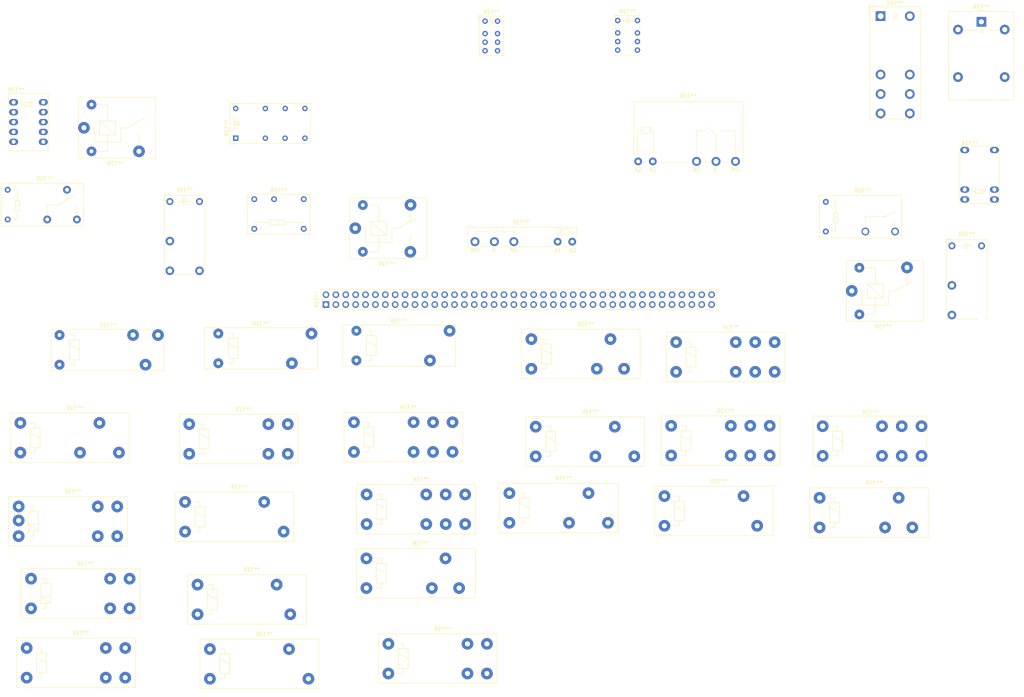
<source format=kicad_pcb>
(kicad_pcb (version 4) (host pcbnew 4.0.7)

  (general
    (links 0)
    (no_connects 0)
    (area 20.303999 16.0958 283.626134 195.4612)
    (thickness 1.6)
    (drawings 0)
    (tracks 0)
    (zones 0)
    (modules 41)
    (nets 1)
  )

  (page A4)
  (layers
    (0 F.Cu signal)
    (31 B.Cu signal)
    (32 B.Adhes user)
    (33 F.Adhes user)
    (34 B.Paste user)
    (35 F.Paste user)
    (36 B.SilkS user)
    (37 F.SilkS user)
    (38 B.Mask user)
    (39 F.Mask user)
    (40 Dwgs.User user)
    (41 Cmts.User user)
    (42 Eco1.User user)
    (43 Eco2.User user)
    (44 Edge.Cuts user)
    (45 Margin user)
    (46 B.CrtYd user)
    (47 F.CrtYd user)
    (48 B.Fab user)
    (49 F.Fab user)
  )

  (setup
    (last_trace_width 0.25)
    (trace_clearance 0.2)
    (zone_clearance 0.508)
    (zone_45_only no)
    (trace_min 0.2)
    (segment_width 0.2)
    (edge_width 0.15)
    (via_size 0.6)
    (via_drill 0.4)
    (via_min_size 0.4)
    (via_min_drill 0.3)
    (uvia_size 0.3)
    (uvia_drill 0.1)
    (uvias_allowed no)
    (uvia_min_size 0.2)
    (uvia_min_drill 0.1)
    (pcb_text_width 0.3)
    (pcb_text_size 1.5 1.5)
    (mod_edge_width 0.15)
    (mod_text_size 1 1)
    (mod_text_width 0.15)
    (pad_size 1.524 1.524)
    (pad_drill 0.762)
    (pad_to_mask_clearance 0.2)
    (aux_axis_origin 0 0)
    (visible_elements FFFFFF7F)
    (pcbplotparams
      (layerselection 0x00030_80000001)
      (usegerberextensions false)
      (excludeedgelayer true)
      (linewidth 0.100000)
      (plotframeref false)
      (viasonmask false)
      (mode 1)
      (useauxorigin false)
      (hpglpennumber 1)
      (hpglpenspeed 20)
      (hpglpendiameter 15)
      (hpglpenoverlay 2)
      (psnegative false)
      (psa4output false)
      (plotreference true)
      (plotvalue true)
      (plotinvisibletext false)
      (padsonsilk false)
      (subtractmaskfromsilk false)
      (outputformat 1)
      (mirror false)
      (drillshape 1)
      (scaleselection 1)
      (outputdirectory ""))
  )

  (net 0 "")

  (net_class Default "This is the default net class."
    (clearance 0.2)
    (trace_width 0.25)
    (via_dia 0.6)
    (via_drill 0.4)
    (uvia_dia 0.3)
    (uvia_drill 0.1)
  )

  (module Relays_ThroughHole:Relay_1-Form-C_Schrack-RYII_RM3.2mm (layer F.Cu) (tedit 58FA2D90) (tstamp 5AA8417E)
    (at 35.7886 109.9058)
    (descr "Relay, 1-Form-C, Schrack-RYII, RM3.2mm, SPDT")
    (tags "Relay 1-Form-C Schrack-RYII RM3.2mm SPDT")
    (fp_text reference REF** (at 12.4 -10.12) (layer F.SilkS)
      (effects (font (size 1 1) (thickness 0.15)))
    )
    (fp_text value Relay_1-Form-C_Schrack-RYII_RM3.2mm (at 12.4 2.58) (layer F.Fab)
      (effects (font (size 1 1) (thickness 0.15)))
    )
    (fp_text user %R (at 12.35 -3.8) (layer F.Fab)
      (effects (font (size 1 1) (thickness 0.15)))
    )
    (fp_line (start -2.4 -9.35) (end -2.4 1.75) (layer F.CrtYd) (width 0.05))
    (fp_line (start -2.4 1.75) (end 27.1 1.75) (layer F.CrtYd) (width 0.05))
    (fp_line (start 27.1 1.75) (end 27.1 -9.35) (layer F.CrtYd) (width 0.05))
    (fp_line (start 27.1 -9.35) (end -2.4 -9.35) (layer F.CrtYd) (width 0.05))
    (fp_line (start 0 -6.4) (end 0 -1.2) (layer F.Fab) (width 0.1))
    (fp_line (start -1.9 -8.85) (end 26.6 -8.85) (layer F.Fab) (width 0.1))
    (fp_line (start 26.6 -8.85) (end 26.6 1.25) (layer F.Fab) (width 0.1))
    (fp_line (start 26.6 1.25) (end -1.9 1.25) (layer F.Fab) (width 0.1))
    (fp_line (start -1.9 1.25) (end -1.9 -8.85) (layer F.Fab) (width 0.1))
    (fp_line (start 26.85 -6.8) (end 26.85 1.5) (layer F.SilkS) (width 0.12))
    (fp_line (start 19.8 -9.1) (end 24.4 -9.1) (layer F.SilkS) (width 0.12))
    (fp_line (start 26.2 -9.1) (end 26.85 -9.1) (layer F.SilkS) (width 0.12))
    (fp_line (start 26.85 1.5) (end 23 1.5) (layer F.SilkS) (width 0.12))
    (fp_line (start 2.54 -5.08) (end 5.08 -3.81) (layer F.SilkS) (width 0.12))
    (fp_line (start 3.81 -1.27) (end 3.81 0) (layer F.SilkS) (width 0.12))
    (fp_line (start 3.81 0) (end 2.54 0) (layer F.SilkS) (width 0.12))
    (fp_line (start 2.54 -7.62) (end 3.81 -7.62) (layer F.SilkS) (width 0.12))
    (fp_line (start 3.81 -7.62) (end 3.81 -6.35) (layer F.SilkS) (width 0.12))
    (fp_line (start 3.81 -6.35) (end 5.08 -6.35) (layer F.SilkS) (width 0.12))
    (fp_line (start 5.08 -6.35) (end 5.08 -1.27) (layer F.SilkS) (width 0.12))
    (fp_line (start 5.08 -1.27) (end 2.54 -1.27) (layer F.SilkS) (width 0.12))
    (fp_line (start 2.54 -1.27) (end 2.54 -6.35) (layer F.SilkS) (width 0.12))
    (fp_line (start 2.54 -6.35) (end 3.81 -6.35) (layer F.SilkS) (width 0.12))
    (fp_line (start -2.15 -9.1) (end 18.05 -9.1) (layer F.SilkS) (width 0.12))
    (fp_line (start 26.85 -9.1) (end 26.85 -8.4) (layer F.SilkS) (width 0.12))
    (fp_line (start 21.25 1.5) (end -2.15 1.5) (layer F.SilkS) (width 0.12))
    (fp_line (start -2.15 1.5) (end -2.15 -9.1) (layer F.SilkS) (width 0.12))
    (pad A2 thru_hole circle (at 0 -7.62) (size 2.54 2.54) (drill 1) (layers *.Cu *.Mask))
    (pad A1 thru_hole circle (at 0 0) (size 2.54 2.54) (drill 1) (layers *.Cu *.Mask))
    (pad 12 thru_hole circle (at 18.9 -7.62) (size 3 3) (drill 1.3) (layers *.Cu *.Mask))
    (pad 14 thru_hole circle (at 25.3 -7.62) (size 3 3) (drill 1.3) (layers *.Cu *.Mask))
    (pad 11 thru_hole circle (at 22.1 0) (size 3 3) (drill 1.3) (layers *.Cu *.Mask))
    (model ${KISYS3DMOD}/Relays_THT.3dshapes/Relay_1-Form-C_Schrack-RYII_RM3.2mm.wrl
      (at (xyz 0 0 0))
      (scale (xyz 1 1 1))
      (rotate (xyz 0 0 0))
    )
  )

  (module Relays_ThroughHole:Relay_1-Form-A_Schrack-RYII_RM5mm (layer F.Cu) (tedit 58FA2D90) (tstamp 5AA8418D)
    (at 76.5786 109.5248)
    (descr "Relay, 1-Form-A, Schrack-RYII, RM5mm, SPST-NO")
    (tags "Relay 1-Form-A Schrack-RYII RM5mm SPST-NO")
    (fp_text reference REF** (at 10.9 -10.12) (layer F.SilkS)
      (effects (font (size 1 1) (thickness 0.15)))
    )
    (fp_text value Relay_1-Form-A_Schrack-RYII_RM5mm (at 10.9 2.58) (layer F.Fab)
      (effects (font (size 1 1) (thickness 0.15)))
    )
    (fp_text user %R (at 11 -3.8) (layer F.Fab)
      (effects (font (size 1 1) (thickness 0.15)))
    )
    (fp_line (start -3.75 -9.35) (end -3.75 1.75) (layer F.CrtYd) (width 0.05))
    (fp_line (start -3.75 1.75) (end 25.75 1.75) (layer F.CrtYd) (width 0.05))
    (fp_line (start 25.75 1.75) (end 25.75 -9.35) (layer F.CrtYd) (width 0.05))
    (fp_line (start 25.75 -9.35) (end -3.75 -9.35) (layer F.CrtYd) (width 0.05))
    (fp_line (start 0 -6.4) (end 0 -1.2) (layer F.Fab) (width 0.1))
    (fp_line (start -3.25 -8.85) (end 25.25 -8.85) (layer F.Fab) (width 0.1))
    (fp_line (start 25.25 -8.85) (end 25.25 1.25) (layer F.Fab) (width 0.1))
    (fp_line (start 25.25 1.25) (end -3.25 1.25) (layer F.Fab) (width 0.1))
    (fp_line (start -3.25 1.25) (end -3.25 -8.85) (layer F.Fab) (width 0.1))
    (fp_line (start 25.5 -6.9) (end 25.5 1.5) (layer F.SilkS) (width 0.12))
    (fp_line (start -3.5 -9.1) (end 23.1 -9.1) (layer F.SilkS) (width 0.12))
    (fp_line (start 24.75 -9.1) (end 25.5 -9.1) (layer F.SilkS) (width 0.12))
    (fp_line (start 25.45 1.5) (end 19.7 1.5) (layer F.SilkS) (width 0.12))
    (fp_line (start 2.54 -5.08) (end 5.08 -3.81) (layer F.SilkS) (width 0.12))
    (fp_line (start 3.81 -1.27) (end 3.81 0) (layer F.SilkS) (width 0.12))
    (fp_line (start 3.81 0) (end 2.54 0) (layer F.SilkS) (width 0.12))
    (fp_line (start 2.54 -7.62) (end 3.81 -7.62) (layer F.SilkS) (width 0.12))
    (fp_line (start 3.81 -7.62) (end 3.81 -6.35) (layer F.SilkS) (width 0.12))
    (fp_line (start 3.81 -6.35) (end 5.08 -6.35) (layer F.SilkS) (width 0.12))
    (fp_line (start 5.08 -6.35) (end 5.08 -1.27) (layer F.SilkS) (width 0.12))
    (fp_line (start 5.08 -1.27) (end 2.54 -1.27) (layer F.SilkS) (width 0.12))
    (fp_line (start 2.54 -1.27) (end 2.54 -6.35) (layer F.SilkS) (width 0.12))
    (fp_line (start 2.54 -6.35) (end 3.81 -6.35) (layer F.SilkS) (width 0.12))
    (fp_line (start 25.5 -9.1) (end 25.5 -8.3) (layer F.SilkS) (width 0.12))
    (fp_line (start 18.1 1.5) (end -3.5 1.5) (layer F.SilkS) (width 0.12))
    (fp_line (start -3.5 1.5) (end -3.5 -9.1) (layer F.SilkS) (width 0.12))
    (pad A2 thru_hole circle (at 0 -7.62) (size 2.54 2.54) (drill 1) (layers *.Cu *.Mask))
    (pad A1 thru_hole circle (at 0 0) (size 2.54 2.54) (drill 1) (layers *.Cu *.Mask))
    (pad 14 thru_hole circle (at 23.94 -7.62) (size 3 3) (drill 1.3) (layers *.Cu *.Mask))
    (pad 11 thru_hole circle (at 18.9 0) (size 3 3) (drill 1.3) (layers *.Cu *.Mask))
    (model ${KISYS3DMOD}/Relays_THT.3dshapes/Relay_1-Form-A_Schrack-RYII_RM5mm.wrl
      (at (xyz 0 0 0))
      (scale (xyz 1 1 1))
      (rotate (xyz 0 0 0))
    )
  )

  (module Relays_ThroughHole:Relay_1-Form-B_Schrack-RYII_RM5mm (layer F.Cu) (tedit 58FA2D90) (tstamp 5AA841A9)
    (at 112.0516 108.8136)
    (descr "Relay, 1-Form-B, Schrack-RYII, RM5mm, SPST-NC")
    (tags "Relay 1-Form-B Schrack-RYII RM5mm SPST-NC")
    (fp_text reference REF** (at 10.9 -10.12) (layer F.SilkS)
      (effects (font (size 1 1) (thickness 0.15)))
    )
    (fp_text value Relay_1-Form-B_Schrack-RYII_RM5mm (at 10.9 2.58) (layer F.Fab)
      (effects (font (size 1 1) (thickness 0.15)))
    )
    (fp_text user %R (at 11 -3.8) (layer F.Fab)
      (effects (font (size 1 1) (thickness 0.15)))
    )
    (fp_line (start -3.75 -9.35) (end -3.75 1.75) (layer F.CrtYd) (width 0.05))
    (fp_line (start -3.75 1.75) (end 25.75 1.75) (layer F.CrtYd) (width 0.05))
    (fp_line (start 25.75 1.75) (end 25.75 -9.35) (layer F.CrtYd) (width 0.05))
    (fp_line (start 25.75 -9.35) (end -3.75 -9.35) (layer F.CrtYd) (width 0.05))
    (fp_line (start 0 -6.4) (end 0 -1.2) (layer F.Fab) (width 0.1))
    (fp_line (start -3.25 -8.85) (end 25.25 -8.85) (layer F.Fab) (width 0.1))
    (fp_line (start 25.25 -8.85) (end 25.25 1.25) (layer F.Fab) (width 0.1))
    (fp_line (start 25.25 1.25) (end -3.25 1.25) (layer F.Fab) (width 0.1))
    (fp_line (start -3.25 1.25) (end -3.25 -8.85) (layer F.Fab) (width 0.1))
    (fp_line (start 25.5 -6.9) (end 25.5 1.5) (layer F.SilkS) (width 0.12))
    (fp_line (start -3.5 -9.1) (end 23.1 -9.1) (layer F.SilkS) (width 0.12))
    (fp_line (start 24.75 -9.1) (end 25.5 -9.1) (layer F.SilkS) (width 0.12))
    (fp_line (start 25.45 1.5) (end 19.7 1.5) (layer F.SilkS) (width 0.12))
    (fp_line (start 2.54 -5.08) (end 5.08 -3.81) (layer F.SilkS) (width 0.12))
    (fp_line (start 3.81 -1.27) (end 3.81 0) (layer F.SilkS) (width 0.12))
    (fp_line (start 3.81 0) (end 2.54 0) (layer F.SilkS) (width 0.12))
    (fp_line (start 2.54 -7.62) (end 3.81 -7.62) (layer F.SilkS) (width 0.12))
    (fp_line (start 3.81 -7.62) (end 3.81 -6.35) (layer F.SilkS) (width 0.12))
    (fp_line (start 3.81 -6.35) (end 5.08 -6.35) (layer F.SilkS) (width 0.12))
    (fp_line (start 5.08 -6.35) (end 5.08 -1.27) (layer F.SilkS) (width 0.12))
    (fp_line (start 5.08 -1.27) (end 2.54 -1.27) (layer F.SilkS) (width 0.12))
    (fp_line (start 2.54 -1.27) (end 2.54 -6.35) (layer F.SilkS) (width 0.12))
    (fp_line (start 2.54 -6.35) (end 3.81 -6.35) (layer F.SilkS) (width 0.12))
    (fp_line (start 25.5 -9.1) (end 25.5 -8.3) (layer F.SilkS) (width 0.12))
    (fp_line (start 18.1 1.5) (end -3.5 1.5) (layer F.SilkS) (width 0.12))
    (fp_line (start -3.5 1.5) (end -3.5 -9.1) (layer F.SilkS) (width 0.12))
    (pad A2 thru_hole circle (at 0 -7.62) (size 2.54 2.54) (drill 1) (layers *.Cu *.Mask))
    (pad A1 thru_hole circle (at 0 0) (size 2.54 2.54) (drill 1) (layers *.Cu *.Mask))
    (pad 12 thru_hole circle (at 23.94 -7.62) (size 3 3) (drill 1.3) (layers *.Cu *.Mask))
    (pad 11 thru_hole circle (at 18.9 0) (size 3 3) (drill 1.3) (layers *.Cu *.Mask))
    (model ${KISYS3DMOD}/Relays_THT.3dshapes/Relay_1-Form-B_Schrack-RYII_RM5mm.wrl
      (at (xyz 0 0 0))
      (scale (xyz 1 1 1))
      (rotate (xyz 0 0 0))
    )
  )

  (module Relays_ThroughHole:Relay_DPDT_AXICOM_IMSeries_Pitch3.2mm (layer F.Cu) (tedit 58FA48AE) (tstamp 5AA841B5)
    (at 145.1106 21.651)
    (descr "AXICOM IM-Series Relays, DPDR, Pitch 3.2mm, http://www.te.com/commerce/DocumentDelivery/DDEController?Action=showdoc&DocId=Specification+Or+Standard%7F108-98001%7FV%7Fpdf%7FEnglish%7FENG_SS_108-98001_V_IM_0614_v1.pdf%7F4-1462039-1")
    (tags "AXICOM IM-Series Relay DPDR Pitch 3.2mm")
    (fp_text reference REF** (at 1.7 -2.3) (layer F.SilkS)
      (effects (font (size 1 1) (thickness 0.15)))
    )
    (fp_text value Relay_DPDT_AXICOM_IMSeries_Pitch3.2mm (at 1.6 9.9) (layer F.Fab)
      (effects (font (size 1 1) (thickness 0.15)))
    )
    (fp_text user %R (at 1.6 4 90) (layer F.Fab)
      (effects (font (size 1 1) (thickness 0.15)))
    )
    (fp_line (start -1.5 8.9) (end -1.5 -1.3) (layer F.SilkS) (width 0.12))
    (fp_line (start 4.8 -1.3) (end 4.8 8.9) (layer F.SilkS) (width 0.12))
    (fp_line (start 0.8 0) (end 2.4 0) (layer F.Fab) (width 0.12))
    (fp_line (start 2 0) (end 2.4 0) (layer F.SilkS) (width 0.12))
    (fp_line (start 1.3 0) (end 0.8 0) (layer F.SilkS) (width 0.12))
    (fp_line (start 1.3 0.2) (end 2 -0.2) (layer F.SilkS) (width 0.12))
    (fp_line (start 1.3 -0.6) (end 1.3 0.6) (layer F.SilkS) (width 0.12))
    (fp_line (start 1.3 0.6) (end 2 0.6) (layer F.SilkS) (width 0.12))
    (fp_line (start 2 0.6) (end 2 -0.6) (layer F.SilkS) (width 0.12))
    (fp_line (start 2 -0.6) (end 1.3 -0.6) (layer F.SilkS) (width 0.12))
    (fp_line (start -1.6 -0.6) (end -1.6 -1.4) (layer F.SilkS) (width 0.12))
    (fp_line (start -1.6 -1.4) (end -0.9 -1.4) (layer F.SilkS) (width 0.12))
    (fp_line (start 4.8 8.9) (end -1.5 8.9) (layer F.SilkS) (width 0.12))
    (fp_line (start -1.5 -1.3) (end 4.8 -1.3) (layer F.SilkS) (width 0.12))
    (fp_line (start -1.4 -1.2) (end -1.4 8.8) (layer F.Fab) (width 0.12))
    (fp_line (start -1.4 8.8) (end 4.7 8.8) (layer F.Fab) (width 0.12))
    (fp_line (start 4.7 8.8) (end 4.7 -1.2) (layer F.Fab) (width 0.12))
    (fp_line (start 4.7 -1.2) (end -1.4 -1.2) (layer F.Fab) (width 0.12))
    (fp_line (start -1.85 -1.45) (end 5.13 -1.45) (layer F.CrtYd) (width 0.05))
    (fp_line (start -1.85 -1.45) (end -1.85 9.05) (layer F.CrtYd) (width 0.05))
    (fp_line (start 5.13 9.05) (end 5.13 -1.45) (layer F.CrtYd) (width 0.05))
    (fp_line (start 5.13 9.05) (end -1.85 9.05) (layer F.CrtYd) (width 0.05))
    (pad 1 thru_hole circle (at 0 0) (size 1.4 1.4) (drill 0.7) (layers *.Cu *.Mask))
    (pad 8 thru_hole circle (at 3.2 0) (size 1.4 1.4) (drill 0.7) (layers *.Cu *.Mask))
    (pad 2 thru_hole circle (at 0 3.2) (size 1.4 1.4) (drill 0.7) (layers *.Cu *.Mask))
    (pad 3 thru_hole circle (at 0 5.4) (size 1.4 1.4) (drill 0.7) (layers *.Cu *.Mask))
    (pad 4 thru_hole circle (at 0 7.6) (size 1.4 1.4) (drill 0.7) (layers *.Cu *.Mask))
    (pad 7 thru_hole circle (at 3.2 3.2) (size 1.4 1.4) (drill 0.7) (layers *.Cu *.Mask))
    (pad 6 thru_hole circle (at 3.2 5.4) (size 1.4 1.4) (drill 0.7) (layers *.Cu *.Mask))
    (pad 5 thru_hole circle (at 3.2 7.6) (size 1.4 1.4) (drill 0.7) (layers *.Cu *.Mask))
    (model ${KISYS3DMOD}/Relays_THT.3dshapes/Relay_DPDT_AXICOM_IMSeries_Pitch3.2mm.wrl
      (at (xyz -0.0551181102 0 0))
      (scale (xyz 1 1 1))
      (rotate (xyz 0 0 0))
    )
  )

  (module Relays_ThroughHole:Relay_DPDT_AXICOM_IMSeries_Pitch5.08mm (layer F.Cu) (tedit 58FA48BE) (tstamp 5AA841BB)
    (at 179.1716 21.4888)
    (descr "AXICOM IM-Series Relays, DPDR, Pitch 5.08")
    (tags "AXICOM IM-Series Relay DPDR Pitch 5.08")
    (fp_text reference REF** (at 2.6 -2.3) (layer F.SilkS)
      (effects (font (size 1 1) (thickness 0.15)))
    )
    (fp_text value Relay_DPDT_AXICOM_IMSeries_Pitch5.08mm (at 2.5 9.9) (layer F.Fab)
      (effects (font (size 1 1) (thickness 0.15)))
    )
    (fp_text user %R (at 2.5 4.3) (layer F.Fab)
      (effects (font (size 1 1) (thickness 0.15)))
    )
    (fp_line (start 2.2 0) (end 1.1 0) (layer F.SilkS) (width 0.12))
    (fp_line (start 2.9 0) (end 4 0) (layer F.SilkS) (width 0.12))
    (fp_line (start 2.2 0.2) (end 2.9 -0.2) (layer F.SilkS) (width 0.12))
    (fp_line (start 2.2 -0.6) (end 2.2 0.6) (layer F.SilkS) (width 0.12))
    (fp_line (start 2.2 0.6) (end 2.9 0.6) (layer F.SilkS) (width 0.12))
    (fp_line (start 2.9 0.6) (end 2.9 -0.6) (layer F.SilkS) (width 0.12))
    (fp_line (start 2.9 -0.6) (end 2.2 -0.6) (layer F.SilkS) (width 0.12))
    (fp_line (start -0.7 -0.6) (end -0.7 -1.4) (layer F.SilkS) (width 0.12))
    (fp_line (start -0.7 -1.4) (end 0 -1.4) (layer F.SilkS) (width 0.12))
    (fp_line (start -0.6 -0.6) (end -0.6 -1.3) (layer F.SilkS) (width 0.12))
    (fp_line (start -0.6 2.6) (end -0.6 0.6) (layer F.SilkS) (width 0.12))
    (fp_line (start -0.6 4.8) (end -0.6 3.8) (layer F.SilkS) (width 0.12))
    (fp_line (start -0.6 7) (end -0.6 6) (layer F.SilkS) (width 0.12))
    (fp_line (start -0.6 8.2) (end -0.6 8.9) (layer F.SilkS) (width 0.12))
    (fp_line (start 5.7 8.2) (end 5.7 8.9) (layer F.SilkS) (width 0.12))
    (fp_line (start 5.7 8.9) (end -0.6 8.9) (layer F.SilkS) (width 0.12))
    (fp_line (start 5.7 6) (end 5.7 7) (layer F.SilkS) (width 0.12))
    (fp_line (start 5.7 3.8) (end 5.7 4.8) (layer F.SilkS) (width 0.12))
    (fp_line (start 5.7 0.6) (end 5.7 2.6) (layer F.SilkS) (width 0.12))
    (fp_line (start -0.6 -1.3) (end 5.7 -1.3) (layer F.SilkS) (width 0.12))
    (fp_line (start 5.7 -1.3) (end 5.7 -0.6) (layer F.SilkS) (width 0.12))
    (fp_line (start 1.1 0) (end 4 0) (layer F.Fab) (width 0.12))
    (fp_line (start -0.5 -1.2) (end -0.5 8.8) (layer F.Fab) (width 0.12))
    (fp_line (start -0.5 8.8) (end 5.6 8.8) (layer F.Fab) (width 0.12))
    (fp_line (start 5.6 8.8) (end 5.6 -1.2) (layer F.Fab) (width 0.12))
    (fp_line (start 5.6 -1.2) (end -0.5 -1.2) (layer F.Fab) (width 0.12))
    (fp_line (start -0.95 -1.45) (end 6.03 -1.45) (layer F.CrtYd) (width 0.05))
    (fp_line (start -0.95 -1.45) (end -0.95 9.05) (layer F.CrtYd) (width 0.05))
    (fp_line (start 6.03 9.05) (end 6.03 -1.45) (layer F.CrtYd) (width 0.05))
    (fp_line (start 6.03 9.05) (end -0.95 9.05) (layer F.CrtYd) (width 0.05))
    (pad 1 thru_hole circle (at 0 0) (size 1.4 1.4) (drill 0.7) (layers *.Cu *.Mask))
    (pad 8 thru_hole circle (at 5.08 0) (size 1.4 1.4) (drill 0.7) (layers *.Cu *.Mask))
    (pad 2 thru_hole circle (at 0 3.2) (size 1.4 1.4) (drill 0.7) (layers *.Cu *.Mask))
    (pad 3 thru_hole circle (at 0 5.4) (size 1.4 1.4) (drill 0.7) (layers *.Cu *.Mask))
    (pad 4 thru_hole circle (at 0 7.6) (size 1.4 1.4) (drill 0.7) (layers *.Cu *.Mask))
    (pad 7 thru_hole circle (at 5.08 3.2) (size 1.4 1.4) (drill 0.7) (layers *.Cu *.Mask))
    (pad 6 thru_hole circle (at 5.08 5.4) (size 1.4 1.4) (drill 0.7) (layers *.Cu *.Mask))
    (pad 5 thru_hole circle (at 5.08 7.6) (size 1.4 1.4) (drill 0.7) (layers *.Cu *.Mask))
    (model ${KISYS3DMOD}/Relays_THT.3dshapes/Relay_DPDT_AXICOM_IMSeries_Pitch5.08mm.wrl
      (at (xyz 0 0 0))
      (scale (xyz 1 1 1))
      (rotate (xyz 0 0 0))
    )
  )

  (module Relays_ThroughHole:Relay_DPDT_FRT5 (layer F.Cu) (tedit 58FA2D90) (tstamp 5AA841C3)
    (at 24.003 42.4942)
    (descr "IM Signal Relay DPDT FRT5 narrow footprint")
    (tags "Relay DPDT IM-relay FRT5")
    (fp_text reference REF** (at 0.635 -3.175) (layer F.SilkS)
      (effects (font (size 1 1) (thickness 0.15)))
    )
    (fp_text value Relay_DPDT_FRT5 (at 4.064 13.462) (layer F.Fab)
      (effects (font (size 1 1) (thickness 0.15)))
    )
    (fp_text user %R (at 3.81 5.08) (layer F.Fab)
      (effects (font (size 1 1) (thickness 0.15)))
    )
    (fp_line (start -1.5 -2.55) (end 9.15 -2.55) (layer F.CrtYd) (width 0.05))
    (fp_line (start 9.15 -2.55) (end 9.15 12.7) (layer F.CrtYd) (width 0.05))
    (fp_line (start 9.15 12.7) (end -1.5 12.7) (layer F.CrtYd) (width 0.05))
    (fp_line (start -1.5 12.7) (end -1.5 -2.55) (layer F.CrtYd) (width 0.05))
    (fp_line (start -1.27 12.446) (end -1.27 -2.286) (layer F.SilkS) (width 0.12))
    (fp_line (start -1.27 -2.286) (end 8.89 -2.286) (layer F.SilkS) (width 0.12))
    (fp_line (start 8.89 -2.286) (end 8.89 12.446) (layer F.SilkS) (width 0.12))
    (fp_line (start 8.89 12.446) (end -1.27 12.446) (layer F.SilkS) (width 0.12))
    (fp_line (start 0 -1.397) (end 7.62 -1.397) (layer F.Fab) (width 0.1))
    (fp_line (start -0.762 -2.032) (end 8.382 -2.032) (layer F.Fab) (width 0.1))
    (fp_line (start 8.382 -2.032) (end 8.382 12.192) (layer F.Fab) (width 0.1))
    (fp_line (start 8.382 12.192) (end -0.762 12.192) (layer F.Fab) (width 0.1))
    (fp_line (start -0.762 12.192) (end -0.762 -2.032) (layer F.Fab) (width 0.1))
    (fp_line (start 4.216 0) (end 3.581 1.016) (layer F.SilkS) (width 0.12))
    (fp_line (start 2.032 -0.127) (end 2.032 0.508) (layer F.SilkS) (width 0.12))
    (fp_line (start 2.032 0.508) (end 2.692 0.508) (layer F.SilkS) (width 0.12))
    (fp_line (start 5.232 -0.127) (end 5.232 0.508) (layer F.SilkS) (width 0.12))
    (fp_line (start 5.232 0.508) (end 4.597 0.508) (layer F.SilkS) (width 0.12))
    (fp_line (start 4.597 0) (end 2.692 0) (layer F.SilkS) (width 0.12))
    (fp_line (start 2.692 0) (end 2.692 1.016) (layer F.SilkS) (width 0.12))
    (fp_line (start 2.692 1.016) (end 4.597 1.016) (layer F.SilkS) (width 0.12))
    (fp_line (start 4.597 0) (end 4.597 1.016) (layer F.SilkS) (width 0.12))
    (pad 1 thru_hole oval (at 0 0) (size 2.3 1.6) (drill 1) (layers *.Cu *.Mask))
    (pad 2 thru_hole oval (at 0 2.54) (size 2.3 1.6) (drill 1) (layers *.Cu *.Mask))
    (pad 3 thru_hole oval (at 0 5.08) (size 2.3 1.6) (drill 1) (layers *.Cu *.Mask))
    (pad 4 thru_hole oval (at 0 7.62) (size 2.3 1.6) (drill 1) (layers *.Cu *.Mask))
    (pad 5 thru_hole oval (at 0 10.16) (size 2.3 1.6) (drill 1) (layers *.Cu *.Mask))
    (pad 6 thru_hole oval (at 7.62 10.16) (size 2.3 1.6) (drill 1) (layers *.Cu *.Mask))
    (pad 7 thru_hole oval (at 7.62 7.62) (size 2.3 1.6) (drill 1) (layers *.Cu *.Mask))
    (pad 8 thru_hole oval (at 7.62 5.08) (size 2.3 1.6) (drill 1) (layers *.Cu *.Mask))
    (pad 9 thru_hole oval (at 7.62 2.54) (size 2.3 1.6) (drill 1) (layers *.Cu *.Mask))
    (pad 10 thru_hole oval (at 7.62 0) (size 2.3 1.6) (drill 1) (layers *.Cu *.Mask))
    (model ${KISYS3DMOD}/Relays_THT.3dshapes/Relay_DPDT_FRT5.wrl
      (at (xyz 0 0 0))
      (scale (xyz 0.395 0.395 0.395))
      (rotate (xyz 0 0 90))
    )
  )

  (module Relays_ThroughHole:Relay_DPDT_Finder_40.52 (layer F.Cu) (tedit 58FA4BF0) (tstamp 5AA841EB)
    (at 192.913 125.603)
    (descr "Relay DPDT Finder 40.52, Pitch 5mm, https://www.finder-relais.net/de/finder-relais-serie-40.pdf")
    (tags "Relay DPDT Finder 40.52 Pitch 5mm")
    (fp_text reference REF** (at 13.97 -3.81) (layer F.SilkS)
      (effects (font (size 1 1) (thickness 0.15)))
    )
    (fp_text value Relay_DPDT_Finder_40.52 (at 12.192 11.43) (layer F.Fab)
      (effects (font (size 1 1) (thickness 0.15)))
    )
    (fp_line (start 0 1.8) (end 0 5.8) (layer F.Fab) (width 0.12))
    (fp_line (start -2.5 -2.5) (end 27.5 -2.5) (layer F.Fab) (width 0.12))
    (fp_line (start 27.5 -2.5) (end 27.5 10.1) (layer F.Fab) (width 0.12))
    (fp_line (start 27.5 10.1) (end -2.5 10.1) (layer F.Fab) (width 0.12))
    (fp_line (start -2.5 10.1) (end -2.5 -2.5) (layer F.Fab) (width 0.12))
    (fp_text user %R (at 12.065 3.81) (layer F.Fab)
      (effects (font (size 1 1) (thickness 0.15)))
    )
    (fp_line (start 28.2 -2.78) (end 28.2 10.42) (layer F.CrtYd) (width 0.05))
    (fp_line (start -2.8 -2.78) (end 28.2 -2.78) (layer F.CrtYd) (width 0.05))
    (fp_line (start -2.8 10.42) (end -2.8 -2.78) (layer F.CrtYd) (width 0.05))
    (fp_line (start 28.2 10.42) (end -2.8 10.42) (layer F.CrtYd) (width 0.05))
    (fp_line (start 2.54 2.54) (end 5.08 3.81) (layer F.SilkS) (width 0.12))
    (fp_line (start 3.81 6.35) (end 3.81 7.62) (layer F.SilkS) (width 0.12))
    (fp_line (start 3.81 7.62) (end 2.54 7.62) (layer F.SilkS) (width 0.12))
    (fp_line (start 2.54 0) (end 3.81 0) (layer F.SilkS) (width 0.12))
    (fp_line (start 3.81 0) (end 3.81 1.27) (layer F.SilkS) (width 0.12))
    (fp_line (start 3.81 1.27) (end 5.08 1.27) (layer F.SilkS) (width 0.12))
    (fp_line (start 5.08 1.27) (end 5.08 6.35) (layer F.SilkS) (width 0.12))
    (fp_line (start 5.08 6.35) (end 2.54 6.35) (layer F.SilkS) (width 0.12))
    (fp_line (start 2.54 6.35) (end 2.54 1.27) (layer F.SilkS) (width 0.12))
    (fp_line (start 2.54 1.27) (end 3.81 1.27) (layer F.SilkS) (width 0.12))
    (fp_line (start -2.54 -2.54) (end 27.94 -2.54) (layer F.SilkS) (width 0.12))
    (fp_line (start 27.94 -2.54) (end 27.94 10.16) (layer F.SilkS) (width 0.12))
    (fp_line (start 27.94 10.16) (end -2.54 10.16) (layer F.SilkS) (width 0.12))
    (fp_line (start -2.54 10.16) (end -2.54 -2.54) (layer F.SilkS) (width 0.12))
    (pad A1 thru_hole circle (at 0 0) (size 3 3) (drill 1.3) (layers *.Cu *.Mask))
    (pad A2 thru_hole circle (at 0 7.62) (size 3 3) (drill 1.3) (layers *.Cu *.Mask))
    (pad 11 thru_hole circle (at 20.32 0) (size 3 3) (drill 1.3) (layers *.Cu *.Mask))
    (pad 24 thru_hole circle (at 25.32 7.62) (size 3 3) (drill 1.3) (layers *.Cu *.Mask))
    (pad 22 thru_hole circle (at 15.32 7.62) (size 3 3) (drill 1.3) (layers *.Cu *.Mask))
    (pad 12 thru_hole circle (at 15.32 0) (size 3 3) (drill 1.3) (layers *.Cu *.Mask))
    (pad 21 thru_hole circle (at 20.32 7.62) (size 3 3) (drill 1.3) (layers *.Cu *.Mask))
    (pad 14 thru_hole circle (at 25.32 0) (size 3 3) (drill 1.3) (layers *.Cu *.Mask))
    (model ${KISYS3DMOD}/Relays_THT.3dshapes/Relay_DPDT_Finder_40.52.wrl
      (at (xyz 0 0 0))
      (scale (xyz 1 1 1))
      (rotate (xyz 0 0 0))
    )
  )

  (module Relays_ThroughHole:Relay_DPDT_Omron_G5V-2 (layer F.Cu) (tedit 59D689A9) (tstamp 5AA84210)
    (at 81.0514 51.7144 90)
    (descr http://omronfs.omron.com/en_US/ecb/products/pdf/en-g5v2.pdf)
    (tags "Omron G5V-2 Relay DPDT")
    (fp_text reference REF** (at 2.6 -2.3 90) (layer F.SilkS)
      (effects (font (size 1 1) (thickness 0.15)))
    )
    (fp_text value Relay_DPDT_Omron_G5V-2 (at -2.41 9.01 180) (layer F.Fab)
      (effects (font (size 1 1) (thickness 0.15)))
    )
    (fp_line (start -1.51 -1.6) (end -0.3 -1.6) (layer F.SilkS) (width 0.12))
    (fp_line (start -1.51 -0.3) (end -1.51 -1.6) (layer F.SilkS) (width 0.12))
    (fp_line (start -1.21 -0.3) (end -0.3 -1.31) (layer F.Fab) (width 0.12))
    (fp_line (start 8.83 -1.31) (end -0.3 -1.31) (layer F.Fab) (width 0.12))
    (fp_line (start -1.21 -0.3) (end -1.21 19.58) (layer F.Fab) (width 0.12))
    (fp_line (start -1.21 19.07) (end 8.83 19.07) (layer F.Fab) (width 0.12))
    (fp_line (start 8.83 19.07) (end 8.83 -1.31) (layer F.Fab) (width 0.12))
    (fp_line (start -1.35 -1.45) (end -1.35 19.22) (layer F.SilkS) (width 0.12))
    (fp_line (start -1.35 19.22) (end 8.97 19.22) (layer F.SilkS) (width 0.12))
    (fp_line (start 8.97 19.22) (end 8.97 -1.45) (layer F.SilkS) (width 0.12))
    (fp_line (start 8.97 -1.45) (end -1.35 -1.45) (layer F.SilkS) (width 0.12))
    (fp_line (start 2.3 -1.45) (end 2.3 -0.41) (layer F.SilkS) (width 0.12))
    (fp_line (start 2.3 -0.39) (end 5.3 -0.39) (layer F.SilkS) (width 0.12))
    (fp_line (start 5.3 -0.39) (end 5.3 -1.45) (layer F.SilkS) (width 0.12))
    (fp_line (start 9.07 19.33) (end -1.45 19.33) (layer F.CrtYd) (width 0.05))
    (fp_line (start -1.45 -1.55) (end 9.07 -1.55) (layer F.CrtYd) (width 0.05))
    (fp_line (start 9.07 -1.55) (end 9.07 19.33) (layer F.CrtYd) (width 0.05))
    (fp_text user %R (at 3.94 9.16 90) (layer F.Fab)
      (effects (font (size 1 1) (thickness 0.15)))
    )
    (fp_line (start 3.47 0.39) (end 2.37 0.39) (layer F.SilkS) (width 0.12))
    (fp_line (start 4.17 0.39) (end 5.27 0.39) (layer F.SilkS) (width 0.12))
    (fp_line (start 3.47 0.56) (end 4.17 0.16) (layer F.SilkS) (width 0.12))
    (fp_line (start 3.47 -0.24) (end 3.47 0.96) (layer F.SilkS) (width 0.12))
    (fp_line (start 3.47 0.96) (end 4.17 0.96) (layer F.SilkS) (width 0.12))
    (fp_line (start 4.17 0.96) (end 4.17 -0.24) (layer F.SilkS) (width 0.12))
    (fp_line (start 4.17 -0.24) (end 3.47 -0.24) (layer F.SilkS) (width 0.12))
    (fp_line (start -1.45 -1.55) (end -1.45 19.33) (layer F.CrtYd) (width 0.05))
    (pad 1 thru_hole rect (at 0 0 90) (size 1.4 1.4) (drill 0.7) (layers *.Cu *.Mask))
    (pad 16 thru_hole circle (at 7.62 0 90) (size 1.4 1.4) (drill 0.7) (layers *.Cu *.Mask))
    (pad 6 thru_hole circle (at 0 12.69 90) (size 1.4 1.4) (drill 0.7) (layers *.Cu *.Mask))
    (pad 8 thru_hole circle (at 0 17.78 90) (size 1.4 1.4) (drill 0.7) (layers *.Cu *.Mask))
    (pad 4 thru_hole circle (at 0 7.62 90) (size 1.4 1.4) (drill 0.7) (layers *.Cu *.Mask))
    (pad 11 thru_hole circle (at 7.63 12.71 90) (size 1.4 1.4) (drill 0.7) (layers *.Cu *.Mask))
    (pad 9 thru_hole circle (at 7.63 17.79 90) (size 1.4 1.4) (drill 0.7) (layers *.Cu *.Mask))
    (pad 13 thru_hole circle (at 7.62 7.62 90) (size 1.4 1.4) (drill 0.7) (layers *.Cu *.Mask))
    (model ${KISYS3DMOD}/Relays_THT.3dshapes/Relay_DPDT_Omron_G5V-2.wrl
      (at (xyz 0 0 0))
      (scale (xyz 1 1 1))
      (rotate (xyz 0 0 0))
    )
  )

  (module Relays_ThroughHole:Relay_DPDT_Panasonic_JW2 (layer F.Cu) (tedit 596BCEE5) (tstamp 5AA84238)
    (at 246.7102 20.3708)
    (descr "Panasonic Relay DPDT, http://www3.panasonic.biz/ac/e_download/control/relay/power/catalog/mech_eng_jw.pdf?via=ok")
    (tags "Panasonic Relay DPDT")
    (fp_text reference REF** (at 3.75 -3.3) (layer F.SilkS)
      (effects (font (size 1 1) (thickness 0.15)))
    )
    (fp_text value Relay_DPDT_Panasonic_JW2 (at 3.75 27.94) (layer F.Fab)
      (effects (font (size 1 1) (thickness 0.15)))
    )
    (fp_line (start 10.15 26.3) (end 10.15 -2.3) (layer F.Fab) (width 0.1))
    (fp_line (start 10.15 -2.3) (end -2.65 -2.3) (layer F.Fab) (width 0.1))
    (fp_line (start -2.65 -2.3) (end -2.65 26.3) (layer F.Fab) (width 0.1))
    (fp_line (start -2.65 26.3) (end 10.15 26.3) (layer F.Fab) (width 0.1))
    (fp_line (start 1.5 0) (end 6 0) (layer F.Fab) (width 0.1))
    (fp_line (start -2.99 -0.3) (end -2.99 -2.64) (layer F.Fab) (width 0.1))
    (fp_line (start -2.99 -2.64) (end -0.65 -2.64) (layer F.Fab) (width 0.1))
    (fp_line (start 10.25 26.4) (end 10.25 -2.4) (layer F.SilkS) (width 0.12))
    (fp_line (start 10.25 -2.4) (end -2.75 -2.4) (layer F.SilkS) (width 0.12))
    (fp_line (start -2.75 -2.4) (end -2.75 26.4) (layer F.SilkS) (width 0.12))
    (fp_line (start -2.75 26.4) (end 10.25 26.4) (layer F.SilkS) (width 0.12))
    (fp_line (start 3.4 0.2) (end 4.1 -0.2) (layer F.SilkS) (width 0.12))
    (fp_line (start 4.1 0.6) (end 4.1 -0.6) (layer F.SilkS) (width 0.12))
    (fp_line (start 4.1 -0.6) (end 3.4 -0.6) (layer F.SilkS) (width 0.12))
    (fp_line (start 3.4 -0.6) (end 3.4 0.6) (layer F.SilkS) (width 0.12))
    (fp_line (start 3.4 0.6) (end 4.1 0.6) (layer F.SilkS) (width 0.12))
    (fp_line (start -2.99 -0.3) (end -2.99 -2.64) (layer F.SilkS) (width 0.12))
    (fp_line (start -2.99 -2.64) (end -0.65 -2.64) (layer F.SilkS) (width 0.12))
    (fp_line (start 10.4 26.55) (end 10.4 -2.55) (layer F.CrtYd) (width 0.05))
    (fp_line (start 10.4 -2.55) (end -2.9 -2.55) (layer F.CrtYd) (width 0.05))
    (fp_line (start -2.9 -2.55) (end -2.9 26.55) (layer F.CrtYd) (width 0.05))
    (fp_line (start -2.9 26.55) (end 10.4 26.55) (layer F.CrtYd) (width 0.05))
    (fp_text user %R (at 3.75 12) (layer F.Fab)
      (effects (font (size 1 1) (thickness 0.15)))
    )
    (pad 1 thru_hole rect (at 0 0) (size 2.5 2.5) (drill 1.5) (layers *.Cu *.Mask))
    (pad 2 thru_hole oval (at 0 15) (size 2.5 2.5) (drill 1.5) (layers *.Cu *.Mask))
    (pad 3 thru_hole oval (at 0 20) (size 2.5 2.5) (drill 1.5) (layers *.Cu *.Mask))
    (pad 4 thru_hole oval (at 0 25) (size 2.5 2.5) (drill 1.5) (layers *.Cu *.Mask))
    (pad 5 thru_hole oval (at 7.5 25) (size 2.5 2.5) (drill 1.5) (layers *.Cu *.Mask))
    (pad 6 thru_hole oval (at 7.5 20) (size 2.5 2.5) (drill 1.5) (layers *.Cu *.Mask))
    (pad 7 thru_hole oval (at 7.5 15) (size 2.5 2.5) (drill 1.5) (layers *.Cu *.Mask))
    (pad 8 thru_hole oval (at 7.5 0) (size 2.5 2.5) (drill 1.5) (layers *.Cu *.Mask))
    (model ${KISYS3DMOD}/Relays_THT.3dshapes/Relay_DPDT_Panasonic_JW2.wrl
      (at (xyz 0 0 0))
      (scale (xyz 1 1 1))
      (rotate (xyz 0 0 0))
    )
  )

  (module Relays_ThroughHole:Relay_DPDT_Schrack-RT2-FormC_RM5mm (layer F.Cu) (tedit 58FA44B9) (tstamp 5AA8425F)
    (at 194.183 104.1146)
    (descr "Relay DPDT Schrack-RT2 RM5mm 16A 250V AC Form C http://www.te.com/commerce/DocumentDelivery/DDEController?Action=srchrtrv&DocNm=RT2_reflow&DocType=DS&DocLang=EN")
    (tags "Relay DPDT Schrack-RT2 RM5mm 16A 250V AC Relay")
    (fp_text reference REF** (at 13.97 -3.81) (layer F.SilkS)
      (effects (font (size 1 1) (thickness 0.15)))
    )
    (fp_text value Relay_DPDT_Schrack-RT2-FormC_RM5mm (at 12.192 11.43) (layer F.Fab)
      (effects (font (size 1 1) (thickness 0.15)))
    )
    (fp_line (start 0 1.8) (end 0 5.8) (layer F.Fab) (width 0.12))
    (fp_line (start -2.5 -2.5) (end 27.5 -2.5) (layer F.Fab) (width 0.12))
    (fp_line (start 27.5 -2.5) (end 27.5 10.1) (layer F.Fab) (width 0.12))
    (fp_line (start 27.5 10.1) (end -2.5 10.1) (layer F.Fab) (width 0.12))
    (fp_line (start -2.5 10.1) (end -2.5 -2.5) (layer F.Fab) (width 0.12))
    (fp_text user %R (at 12.065 3.81) (layer F.Fab)
      (effects (font (size 1 1) (thickness 0.15)))
    )
    (fp_line (start 28.2 -2.78) (end 28.2 10.42) (layer F.CrtYd) (width 0.05))
    (fp_line (start -2.8 -2.78) (end 28.2 -2.78) (layer F.CrtYd) (width 0.05))
    (fp_line (start -2.8 10.42) (end -2.8 -2.78) (layer F.CrtYd) (width 0.05))
    (fp_line (start 28.2 10.42) (end -2.8 10.42) (layer F.CrtYd) (width 0.05))
    (fp_line (start 2.54 2.54) (end 5.08 3.81) (layer F.SilkS) (width 0.12))
    (fp_line (start 3.81 6.35) (end 3.81 7.62) (layer F.SilkS) (width 0.12))
    (fp_line (start 3.81 7.62) (end 2.54 7.62) (layer F.SilkS) (width 0.12))
    (fp_line (start 2.54 0) (end 3.81 0) (layer F.SilkS) (width 0.12))
    (fp_line (start 3.81 0) (end 3.81 1.27) (layer F.SilkS) (width 0.12))
    (fp_line (start 3.81 1.27) (end 5.08 1.27) (layer F.SilkS) (width 0.12))
    (fp_line (start 5.08 1.27) (end 5.08 6.35) (layer F.SilkS) (width 0.12))
    (fp_line (start 5.08 6.35) (end 2.54 6.35) (layer F.SilkS) (width 0.12))
    (fp_line (start 2.54 6.35) (end 2.54 1.27) (layer F.SilkS) (width 0.12))
    (fp_line (start 2.54 1.27) (end 3.81 1.27) (layer F.SilkS) (width 0.12))
    (fp_line (start -2.54 -2.54) (end 27.94 -2.54) (layer F.SilkS) (width 0.12))
    (fp_line (start 27.94 -2.54) (end 27.94 10.16) (layer F.SilkS) (width 0.12))
    (fp_line (start 27.94 10.16) (end -2.54 10.16) (layer F.SilkS) (width 0.12))
    (fp_line (start -2.54 10.16) (end -2.54 -2.54) (layer F.SilkS) (width 0.12))
    (pad A1 thru_hole circle (at 0 0) (size 3 3) (drill 1.3) (layers *.Cu *.Mask))
    (pad A2 thru_hole circle (at 0 7.62) (size 3 3) (drill 1.3) (layers *.Cu *.Mask))
    (pad 11 thru_hole circle (at 20.32 0) (size 3 3) (drill 1.3) (layers *.Cu *.Mask))
    (pad 24 thru_hole circle (at 25.32 7.62) (size 3 3) (drill 1.3) (layers *.Cu *.Mask))
    (pad 22 thru_hole circle (at 15.32 7.62) (size 3 3) (drill 1.3) (layers *.Cu *.Mask))
    (pad 12 thru_hole circle (at 15.32 0) (size 3 3) (drill 1.3) (layers *.Cu *.Mask))
    (pad 21 thru_hole circle (at 20.32 7.62) (size 3 3) (drill 1.3) (layers *.Cu *.Mask))
    (pad 14 thru_hole circle (at 25.32 0) (size 3 3) (drill 1.3) (layers *.Cu *.Mask))
    (model ${KISYS3DMOD}/Relays_THT.3dshapes/Relay_DPDT_Schrack-RT2-FormC_RM5mm.wrl
      (at (xyz 0 0 0))
      (scale (xyz 1 1 1))
      (rotate (xyz 0 0 0))
    )
  )

  (module Relays_ThroughHole:Relay_DPDT_Schrack-RT2_RM5mm (layer F.Cu) (tedit 58FA3024) (tstamp 5AA84285)
    (at 231.8258 125.7046)
    (descr "Relay DPST Schrack-RT2 RM5mm")
    (tags "Relay DPST Schrack-RT1 RM5mm Reais 2x um")
    (fp_text reference REF** (at 12.32 -3.5) (layer F.SilkS)
      (effects (font (size 1 1) (thickness 0.15)))
    )
    (fp_text value Relay_DPDT_Schrack-RT2_RM5mm (at 12.32 11.5) (layer F.Fab)
      (effects (font (size 1 1) (thickness 0.15)))
    )
    (fp_text user %R (at 12.7 3.81) (layer F.Fab)
      (effects (font (size 1 1) (thickness 0.15)))
    )
    (fp_line (start 26.72 8.6) (end 26.72 10.2) (layer F.SilkS) (width 0.12))
    (fp_line (start 26.72 10.2) (end -2.48 10.2) (layer F.SilkS) (width 0.12))
    (fp_line (start 26.72 1) (end 26.72 6.6) (layer F.SilkS) (width 0.12))
    (fp_line (start -2.48 10.2) (end -2.48 -2.6) (layer F.SilkS) (width 0.12))
    (fp_line (start -2.48 -2.6) (end 26.72 -2.6) (layer F.SilkS) (width 0.12))
    (fp_line (start 26.72 -2.6) (end 26.72 -1) (layer F.SilkS) (width 0.12))
    (fp_line (start 0.02 1.7) (end 0.02 5.8) (layer F.Fab) (width 0.12))
    (fp_line (start -2.38 -2.5) (end -2.38 10.1) (layer F.Fab) (width 0.12))
    (fp_line (start -2.38 10.1) (end 26.62 10.1) (layer F.Fab) (width 0.12))
    (fp_line (start 26.62 10.1) (end 26.62 -2.5) (layer F.Fab) (width 0.12))
    (fp_line (start 26.62 -2.5) (end -2.38 -2.5) (layer F.Fab) (width 0.12))
    (fp_line (start 2.54 2.54) (end 5.08 3.81) (layer F.SilkS) (width 0.12))
    (fp_line (start 3.81 6.35) (end 3.81 7.62) (layer F.SilkS) (width 0.12))
    (fp_line (start 3.81 7.62) (end 2.54 7.62) (layer F.SilkS) (width 0.12))
    (fp_line (start 2.54 0) (end 3.81 0) (layer F.SilkS) (width 0.12))
    (fp_line (start 3.81 0) (end 3.81 1.27) (layer F.SilkS) (width 0.12))
    (fp_line (start 3.81 1.27) (end 5.08 1.27) (layer F.SilkS) (width 0.12))
    (fp_line (start 5.08 1.27) (end 5.08 6.35) (layer F.SilkS) (width 0.12))
    (fp_line (start 5.08 6.35) (end 2.54 6.35) (layer F.SilkS) (width 0.12))
    (fp_line (start 2.54 6.35) (end 2.54 1.27) (layer F.SilkS) (width 0.12))
    (fp_line (start 2.54 1.27) (end 3.81 1.27) (layer F.SilkS) (width 0.12))
    (fp_line (start -2.63 -2.75) (end 27.15 -2.75) (layer F.CrtYd) (width 0.05))
    (fp_line (start -2.63 -2.75) (end -2.63 10.35) (layer F.CrtYd) (width 0.05))
    (fp_line (start 27.15 10.35) (end 27.15 -2.75) (layer F.CrtYd) (width 0.05))
    (fp_line (start 27.15 10.35) (end -2.63 10.35) (layer F.CrtYd) (width 0.05))
    (pad A1 thru_hole circle (at 0 0) (size 3 3) (drill 1.4) (layers *.Cu *.Mask))
    (pad A2 thru_hole circle (at 0 7.62) (size 3 3) (drill 1.4) (layers *.Cu *.Mask))
    (pad 22 thru_hole circle (at 15.24 7.62) (size 3 3) (drill 1.4) (layers *.Cu *.Mask))
    (pad 21 thru_hole circle (at 20.32 7.62) (size 3 3) (drill 1.4) (layers *.Cu *.Mask))
    (pad 24 thru_hole circle (at 25.4 7.62) (size 3 3) (drill 1.4) (layers *.Cu *.Mask))
    (pad 12 thru_hole circle (at 15.24 0) (size 3 3) (drill 1.4) (layers *.Cu *.Mask))
    (pad 11 thru_hole circle (at 20.32 0) (size 3 3) (drill 1.4) (layers *.Cu *.Mask))
    (pad 14 thru_hole circle (at 25.4 0) (size 3 3) (drill 1.4) (layers *.Cu *.Mask))
    (model ${KISYS3DMOD}/Relays_THT.3dshapes/Relay_DPDT_Schrack-RT2_RM5mm.wrl
      (at (xyz 0 0 0))
      (scale (xyz 1 1 1))
      (rotate (xyz 0 0 0))
    )
  )

  (module Relays_ThroughHole:Relay_DPST_Schrack-RT2-FormA_RM5mm (layer F.Cu) (tedit 58FA4464) (tstamp 5AA842AC)
    (at 69.1134 125.1712)
    (descr "Relay DPST Schrack-RT2 RM5mm 16A 250V AC Form A http://www.te.com/commerce/DocumentDelivery/DDEController?Action=srchrtrv&DocNm=RT2_reflow&DocType=DS&DocLang=EN")
    (tags "Relay DPST Schrack-RT2 RM5mm 16A 250V AC Relay")
    (fp_text reference REF** (at 13.97 -3.81) (layer F.SilkS)
      (effects (font (size 1 1) (thickness 0.15)))
    )
    (fp_text value Relay_DPST_Schrack-RT2-FormA_RM5mm (at 12.192 11.43) (layer F.Fab)
      (effects (font (size 1 1) (thickness 0.15)))
    )
    (fp_line (start 0 1.8) (end 0 5.8) (layer F.Fab) (width 0.12))
    (fp_line (start -2.5 -2.5) (end 27.5 -2.5) (layer F.Fab) (width 0.12))
    (fp_line (start 27.5 -2.5) (end 27.5 10.1) (layer F.Fab) (width 0.12))
    (fp_line (start 27.5 10.1) (end -2.5 10.1) (layer F.Fab) (width 0.12))
    (fp_line (start -2.5 10.1) (end -2.5 -2.5) (layer F.Fab) (width 0.12))
    (fp_text user %R (at 12.065 3.81) (layer F.Fab)
      (effects (font (size 1 1) (thickness 0.15)))
    )
    (fp_line (start 28.2 -2.78) (end 28.2 10.42) (layer F.CrtYd) (width 0.05))
    (fp_line (start -2.8 -2.78) (end 28.2 -2.78) (layer F.CrtYd) (width 0.05))
    (fp_line (start -2.8 10.42) (end -2.8 -2.78) (layer F.CrtYd) (width 0.05))
    (fp_line (start 28.2 10.42) (end -2.8 10.42) (layer F.CrtYd) (width 0.05))
    (fp_line (start 2.54 2.54) (end 5.08 3.81) (layer F.SilkS) (width 0.12))
    (fp_line (start 3.81 6.35) (end 3.81 7.62) (layer F.SilkS) (width 0.12))
    (fp_line (start 3.81 7.62) (end 2.54 7.62) (layer F.SilkS) (width 0.12))
    (fp_line (start 2.54 0) (end 3.81 0) (layer F.SilkS) (width 0.12))
    (fp_line (start 3.81 0) (end 3.81 1.27) (layer F.SilkS) (width 0.12))
    (fp_line (start 3.81 1.27) (end 5.08 1.27) (layer F.SilkS) (width 0.12))
    (fp_line (start 5.08 1.27) (end 5.08 6.35) (layer F.SilkS) (width 0.12))
    (fp_line (start 5.08 6.35) (end 2.54 6.35) (layer F.SilkS) (width 0.12))
    (fp_line (start 2.54 6.35) (end 2.54 1.27) (layer F.SilkS) (width 0.12))
    (fp_line (start 2.54 1.27) (end 3.81 1.27) (layer F.SilkS) (width 0.12))
    (fp_line (start -2.54 -2.54) (end 27.94 -2.54) (layer F.SilkS) (width 0.12))
    (fp_line (start 27.94 -2.54) (end 27.94 10.16) (layer F.SilkS) (width 0.12))
    (fp_line (start 27.94 10.16) (end -2.54 10.16) (layer F.SilkS) (width 0.12))
    (fp_line (start -2.54 10.16) (end -2.54 -2.54) (layer F.SilkS) (width 0.12))
    (pad A1 thru_hole circle (at 0 0) (size 3 3) (drill 1.3) (layers *.Cu *.Mask))
    (pad A2 thru_hole circle (at 0 7.62) (size 3 3) (drill 1.3) (layers *.Cu *.Mask))
    (pad 11 thru_hole circle (at 20.32 0) (size 3 3) (drill 1.3) (layers *.Cu *.Mask))
    (pad 24 thru_hole circle (at 25.32 7.62) (size 3 3) (drill 1.3) (layers *.Cu *.Mask))
    (pad 21 thru_hole circle (at 20.32 7.62) (size 3 3) (drill 1.3) (layers *.Cu *.Mask))
    (pad 14 thru_hole circle (at 25.32 0) (size 3 3) (drill 1.3) (layers *.Cu *.Mask))
    (model ${KISYS3DMOD}/Relays_THT.3dshapes/Relay_DPST_Schrack-RT2-FormA_RM5mm.wrl
      (at (xyz 0 0 0))
      (scale (xyz 1 1 1))
      (rotate (xyz 0 0 0))
    )
  )

  (module Relays_ThroughHole:Relay_SPDT_Finder_32.21-x000 (layer F.Cu) (tedit 58FA4FC0) (tstamp 5AA842AD)
    (at 64.135 67.9958)
    (descr "Finder 32.21-x000 Relay, SPDT, https://gfinder.findernet.com/assets/Series/355/S32EN.pdf")
    (tags "AXICOM IM-Series Relay SPDT")
    (fp_text reference REF** (at 3.8 -3) (layer F.SilkS)
      (effects (font (size 1 1) (thickness 0.15)))
    )
    (fp_text value Relay_SPDT_Finder_32.21-x000 (at 3.6 20.2) (layer F.Fab)
      (effects (font (size 1 1) (thickness 0.15)))
    )
    (fp_text user %R (at 4.1 10.2) (layer F.Fab)
      (effects (font (size 1 1) (thickness 0.15)))
    )
    (fp_line (start -1.5 0) (end -1.5 -1.7) (layer F.SilkS) (width 0.12))
    (fp_line (start -1.5 -1.7) (end 0 -1.7) (layer F.SilkS) (width 0.12))
    (fp_line (start -0.8 18.8) (end -1.4 18.8) (layer F.SilkS) (width 0.12))
    (fp_line (start -1.4 18.8) (end -1.4 -1.6) (layer F.SilkS) (width 0.12))
    (fp_line (start 6.8 18.8) (end 0.8 18.8) (layer F.SilkS) (width 0.12))
    (fp_line (start -1.4 -1.6) (end 9 -1.6) (layer F.SilkS) (width 0.12))
    (fp_line (start 9 -1.6) (end 9 18.8) (layer F.SilkS) (width 0.12))
    (fp_line (start 9 18.8) (end 8.4 18.8) (layer F.SilkS) (width 0.12))
    (fp_line (start -1.2 -1.4) (end 8.8 -1.4) (layer F.Fab) (width 0.12))
    (fp_line (start 8.8 -1.4) (end 8.8 18.6) (layer F.Fab) (width 0.12))
    (fp_line (start 8.8 18.6) (end -1.2 18.6) (layer F.Fab) (width 0.12))
    (fp_line (start -1.2 18.6) (end -1.2 -1.4) (layer F.Fab) (width 0.12))
    (fp_line (start 3.4 0) (end 2.3 0) (layer F.SilkS) (width 0.12))
    (fp_line (start 4.1 0) (end 5.2 0) (layer F.SilkS) (width 0.12))
    (fp_line (start 3.4 0.2) (end 4.1 -0.2) (layer F.SilkS) (width 0.12))
    (fp_line (start 3.4 -0.6) (end 3.4 0.6) (layer F.SilkS) (width 0.12))
    (fp_line (start 3.4 0.6) (end 4.1 0.6) (layer F.SilkS) (width 0.12))
    (fp_line (start 4.1 0.6) (end 4.1 -0.6) (layer F.SilkS) (width 0.12))
    (fp_line (start 4.1 -0.6) (end 3.4 -0.6) (layer F.SilkS) (width 0.12))
    (fp_line (start 2.3 0) (end 5.2 0) (layer F.Fab) (width 0.12))
    (fp_line (start -1.45 -1.65) (end 9.05 -1.65) (layer F.CrtYd) (width 0.05))
    (fp_line (start -1.45 -1.65) (end -1.45 19.13) (layer F.CrtYd) (width 0.05))
    (fp_line (start 9.05 19.13) (end 9.05 -1.65) (layer F.CrtYd) (width 0.05))
    (fp_line (start 9.05 19.13) (end -1.45 19.13) (layer F.CrtYd) (width 0.05))
    (pad A1 thru_hole circle (at 0 0) (size 1.8 1.8) (drill 1) (layers *.Cu *.Mask))
    (pad A2 thru_hole circle (at 7.62 0) (size 1.8 1.8) (drill 1) (layers *.Cu *.Mask))
    (pad 11 thru_hole circle (at 0 10.16) (size 2.2 2.2) (drill 1.2) (layers *.Cu *.Mask))
    (pad 14 thru_hole circle (at 0 17.78) (size 2.2 2.2) (drill 1.2) (layers *.Cu *.Mask))
    (pad 12 thru_hole circle (at 7.62 17.78) (size 2.2 2.2) (drill 1.2) (layers *.Cu *.Mask))
    (model ${KISYS3DMOD}/Relays_THT.3dshapes/Relay_SPDT_Finder_32.21-x000.wrl
      (at (xyz 0 0 0))
      (scale (xyz 1 1 1))
      (rotate (xyz 0 0 0))
    )
  )

  (module Relays_ThroughHole:Relay_SPDT_Finder_40.31 (layer F.Cu) (tedit 58FA4B68) (tstamp 5AA842AE)
    (at 156.9974 103.3272)
    (descr "Relay SPDT Finder 40.31 Pitch 3.5mm, https://www.finder-relais.net/de/finder-relais-serie-40.pdf")
    (tags "Relay SPDT Finder 40.31 Pitch 3.5mm")
    (fp_text reference REF** (at 13.97 -3.81) (layer F.SilkS)
      (effects (font (size 1 1) (thickness 0.15)))
    )
    (fp_text value Relay_SPDT_Finder_40.31 (at 12.192 11.43) (layer F.Fab)
      (effects (font (size 1 1) (thickness 0.15)))
    )
    (fp_line (start 0 1.8) (end 0 5.8) (layer F.Fab) (width 0.12))
    (fp_line (start -2.5 -2.5) (end 27.5 -2.5) (layer F.Fab) (width 0.12))
    (fp_line (start 27.5 -2.5) (end 27.5 10.1) (layer F.Fab) (width 0.12))
    (fp_line (start 27.5 10.1) (end -2.5 10.1) (layer F.Fab) (width 0.12))
    (fp_line (start -2.5 10.1) (end -2.5 -2.5) (layer F.Fab) (width 0.12))
    (fp_text user %R (at 12.065 3.81) (layer F.Fab)
      (effects (font (size 1 1) (thickness 0.15)))
    )
    (fp_line (start 28.2 -2.78) (end 28.2 10.42) (layer F.CrtYd) (width 0.05))
    (fp_line (start -2.8 -2.78) (end 28.2 -2.78) (layer F.CrtYd) (width 0.05))
    (fp_line (start -2.8 10.42) (end -2.8 -2.78) (layer F.CrtYd) (width 0.05))
    (fp_line (start 28.2 10.42) (end -2.8 10.42) (layer F.CrtYd) (width 0.05))
    (fp_line (start 2.54 2.54) (end 5.08 3.81) (layer F.SilkS) (width 0.12))
    (fp_line (start 3.81 6.35) (end 3.81 7.62) (layer F.SilkS) (width 0.12))
    (fp_line (start 3.81 7.62) (end 2.54 7.62) (layer F.SilkS) (width 0.12))
    (fp_line (start 2.54 0) (end 3.81 0) (layer F.SilkS) (width 0.12))
    (fp_line (start 3.81 0) (end 3.81 1.27) (layer F.SilkS) (width 0.12))
    (fp_line (start 3.81 1.27) (end 5.08 1.27) (layer F.SilkS) (width 0.12))
    (fp_line (start 5.08 1.27) (end 5.08 6.35) (layer F.SilkS) (width 0.12))
    (fp_line (start 5.08 6.35) (end 2.54 6.35) (layer F.SilkS) (width 0.12))
    (fp_line (start 2.54 6.35) (end 2.54 1.27) (layer F.SilkS) (width 0.12))
    (fp_line (start 2.54 1.27) (end 3.81 1.27) (layer F.SilkS) (width 0.12))
    (fp_line (start -2.54 -2.54) (end 27.94 -2.54) (layer F.SilkS) (width 0.12))
    (fp_line (start 27.94 -2.54) (end 27.94 10.16) (layer F.SilkS) (width 0.12))
    (fp_line (start 27.94 10.16) (end -2.54 10.16) (layer F.SilkS) (width 0.12))
    (fp_line (start -2.54 10.16) (end -2.54 -2.54) (layer F.SilkS) (width 0.12))
    (pad A1 thru_hole circle (at 0 0) (size 3 3) (drill 1.3) (layers *.Cu *.Mask))
    (pad A2 thru_hole circle (at 0 7.62) (size 3 3) (drill 1.3) (layers *.Cu *.Mask))
    (pad 11 thru_hole circle (at 20.32 0) (size 3 3) (drill 1.3) (layers *.Cu *.Mask))
    (pad 14 thru_hole circle (at 23.82 7.62) (size 3 3) (drill 1.3) (layers *.Cu *.Mask))
    (pad 12 thru_hole circle (at 16.82 7.62) (size 3 3) (drill 1.3) (layers *.Cu *.Mask))
    (model ${KISYS3DMOD}/Relays_THT.3dshapes/Relay_SPDT_Finder_40.31.wrl
      (at (xyz 0 0 0))
      (scale (xyz 1 1 1))
      (rotate (xyz 0 0 0))
    )
  )

  (module Relays_ThroughHole:Relay_SPDT_Finder_40.51 (layer F.Cu) (tedit 58FA4B08) (tstamp 5AA842AF)
    (at 25.734 124.8664)
    (descr "Relay SPDT Finder 40.51 RM5mm, https://www.finder-relais.net/de/finder-relais-serie-40.pdf")
    (tags "Relay SPDT Finder 40.51 Pitch 5mm")
    (fp_text reference REF** (at 13.97 -3.81) (layer F.SilkS)
      (effects (font (size 1 1) (thickness 0.15)))
    )
    (fp_text value Relay_SPDT_Finder_40.51 (at 12.192 11.43) (layer F.Fab)
      (effects (font (size 1 1) (thickness 0.15)))
    )
    (fp_line (start 0 1.8) (end 0 5.8) (layer F.Fab) (width 0.12))
    (fp_line (start -2.5 -2.5) (end 27.5 -2.5) (layer F.Fab) (width 0.12))
    (fp_line (start 27.5 -2.5) (end 27.5 10.1) (layer F.Fab) (width 0.12))
    (fp_line (start 27.5 10.1) (end -2.5 10.1) (layer F.Fab) (width 0.12))
    (fp_line (start -2.5 10.1) (end -2.5 -2.5) (layer F.Fab) (width 0.12))
    (fp_text user %R (at 12.065 3.81) (layer F.Fab)
      (effects (font (size 1 1) (thickness 0.15)))
    )
    (fp_line (start 28.2 -2.78) (end 28.2 10.42) (layer F.CrtYd) (width 0.05))
    (fp_line (start -2.8 -2.78) (end 28.2 -2.78) (layer F.CrtYd) (width 0.05))
    (fp_line (start -2.8 10.42) (end -2.8 -2.78) (layer F.CrtYd) (width 0.05))
    (fp_line (start 28.2 10.42) (end -2.8 10.42) (layer F.CrtYd) (width 0.05))
    (fp_line (start 2.54 2.54) (end 5.08 3.81) (layer F.SilkS) (width 0.12))
    (fp_line (start 3.81 6.35) (end 3.81 7.62) (layer F.SilkS) (width 0.12))
    (fp_line (start 3.81 7.62) (end 2.54 7.62) (layer F.SilkS) (width 0.12))
    (fp_line (start 2.54 0) (end 3.81 0) (layer F.SilkS) (width 0.12))
    (fp_line (start 3.81 0) (end 3.81 1.27) (layer F.SilkS) (width 0.12))
    (fp_line (start 3.81 1.27) (end 5.08 1.27) (layer F.SilkS) (width 0.12))
    (fp_line (start 5.08 1.27) (end 5.08 6.35) (layer F.SilkS) (width 0.12))
    (fp_line (start 5.08 6.35) (end 2.54 6.35) (layer F.SilkS) (width 0.12))
    (fp_line (start 2.54 6.35) (end 2.54 1.27) (layer F.SilkS) (width 0.12))
    (fp_line (start 2.54 1.27) (end 3.81 1.27) (layer F.SilkS) (width 0.12))
    (fp_line (start -2.54 -2.54) (end 27.94 -2.54) (layer F.SilkS) (width 0.12))
    (fp_line (start 27.94 -2.54) (end 27.94 10.16) (layer F.SilkS) (width 0.12))
    (fp_line (start 27.94 10.16) (end -2.54 10.16) (layer F.SilkS) (width 0.12))
    (fp_line (start -2.54 10.16) (end -2.54 -2.54) (layer F.SilkS) (width 0.12))
    (pad A1 thru_hole circle (at 0 0) (size 3 3) (drill 1.3) (layers *.Cu *.Mask))
    (pad A2 thru_hole circle (at 0 7.62) (size 3 3) (drill 1.3) (layers *.Cu *.Mask))
    (pad 11 thru_hole circle (at 20.32 0) (size 3 3) (drill 1.3) (layers *.Cu *.Mask))
    (pad 14 thru_hole circle (at 25.32 7.62) (size 3 3) (drill 1.3) (layers *.Cu *.Mask))
    (pad 12 thru_hole circle (at 15.32 7.62) (size 3 3) (drill 1.3) (layers *.Cu *.Mask))
    (model ${KISYS3DMOD}/Relays_THT.3dshapes/Relay_SPDT_Finder_40.51.wrl
      (at (xyz 0 0 0))
      (scale (xyz 1 1 1))
      (rotate (xyz 0 0 0))
    )
  )

  (module Relays_ThroughHole:Relay_SPDT_HJR-4102 (layer F.Cu) (tedit 58FA2D90) (tstamp 5AA842B0)
    (at 268.3256 54.7624)
    (descr "IM Signal Relay SPDT HJR-4102")
    (tags "Relay SPDT IM-relay HJR-4102")
    (fp_text reference REF** (at 1.27 -1.778) (layer F.SilkS)
      (effects (font (size 1 1) (thickness 0.15)))
    )
    (fp_text value Relay_SPDT_HJR-4102 (at 4.064 14.732) (layer F.Fab)
      (effects (font (size 1 1) (thickness 0.15)))
    )
    (fp_text user %R (at 3.81 6.35) (layer F.Fab)
      (effects (font (size 1 1) (thickness 0.15)))
    )
    (fp_line (start 8.89 -1.016) (end 8.89 13.716) (layer F.SilkS) (width 0.12))
    (fp_line (start 8.89 13.716) (end -1.27 13.716) (layer F.SilkS) (width 0.12))
    (fp_line (start -1.27 13.716) (end -1.27 -1.016) (layer F.SilkS) (width 0.12))
    (fp_line (start -1.5 -1.25) (end 9.15 -1.25) (layer F.CrtYd) (width 0.05))
    (fp_line (start 9.15 -1.25) (end 9.15 13.85) (layer F.CrtYd) (width 0.05))
    (fp_line (start 9.15 13.95) (end -1.5 13.95) (layer F.CrtYd) (width 0.05))
    (fp_line (start -1.5 13.85) (end -1.5 -1.25) (layer F.CrtYd) (width 0.05))
    (fp_line (start -1.27 -1.016) (end 8.89 -1.016) (layer F.SilkS) (width 0.12))
    (fp_line (start -1.016 -0.762) (end 8.636 -0.762) (layer F.Fab) (width 0.1))
    (fp_line (start 8.636 -0.762) (end 8.636 13.462) (layer F.Fab) (width 0.1))
    (fp_line (start 8.636 13.462) (end -1.016 13.462) (layer F.Fab) (width 0.1))
    (fp_line (start -1.016 13.462) (end -1.016 -0.762) (layer F.Fab) (width 0.1))
    (fp_line (start 4.216 10.16) (end 3.581 11.176) (layer F.SilkS) (width 0.12))
    (fp_line (start 2.032 10.033) (end 2.032 10.668) (layer F.SilkS) (width 0.12))
    (fp_line (start 2.032 10.668) (end 2.692 10.668) (layer F.SilkS) (width 0.12))
    (fp_line (start 5.232 10.033) (end 5.232 10.668) (layer F.SilkS) (width 0.12))
    (fp_line (start 5.232 10.668) (end 4.597 10.668) (layer F.SilkS) (width 0.12))
    (fp_line (start 4.597 10.16) (end 2.692 10.16) (layer F.SilkS) (width 0.12))
    (fp_line (start 2.692 10.16) (end 2.692 11.176) (layer F.SilkS) (width 0.12))
    (fp_line (start 2.692 11.176) (end 4.597 11.176) (layer F.SilkS) (width 0.12))
    (fp_line (start 4.597 10.16) (end 4.597 11.176) (layer F.SilkS) (width 0.12))
    (pad 12 thru_hole oval (at 7.62 0) (size 2.3 1.6) (drill 1) (layers *.Cu *.Mask))
    (pad 8 thru_hole oval (at 7.62 10.16) (size 2.3 1.6) (drill 1) (layers *.Cu *.Mask))
    (pad 1 thru_hole oval (at 0 0) (size 2.3 1.6) (drill 1) (layers *.Cu *.Mask))
    (pad 5 thru_hole oval (at 0 10.16) (size 2.3 1.6) (drill 1) (layers *.Cu *.Mask))
    (pad 7 thru_hole oval (at 7.62 12.7) (size 2.3 1.6) (drill 1) (layers *.Cu *.Mask))
    (pad 6 thru_hole oval (at 0 12.7) (size 2.3 1.6) (drill 1) (layers *.Cu *.Mask))
    (model ${KISYS3DMOD}/Relays_THT.3dshapes/Relay_SPDT_HJR-4102.wrl
      (at (xyz 0 0 0))
      (scale (xyz 0.395 0.395 0.395))
      (rotate (xyz 0 0 90))
    )
  )

  (module Relays_ThroughHole:Relay_SPDT_OMRON-G5LE-1 (layer F.Cu) (tedit 59A98DAB) (tstamp 5AA842B4)
    (at 272.5928 21.8186)
    (descr "Omron Relay SPDT, http://www.omron.com/ecb/products/pdf/en-g5le.pdf")
    (tags "Omron Relay SPDT")
    (fp_text reference REF** (at 0 -3.8) (layer F.SilkS)
      (effects (font (size 1 1) (thickness 0.15)))
    )
    (fp_text value Relay_SPDT_OMRON-G5LE-1 (at 0 20.95) (layer F.Fab)
      (effects (font (size 1 1) (thickness 0.15)))
    )
    (fp_line (start 0 -1.55) (end 1 -2.55) (layer F.Fab) (width 0.1))
    (fp_line (start 1 -2.55) (end 8.25 -2.55) (layer F.Fab) (width 0.1))
    (fp_line (start 8.25 -2.55) (end 8.25 19.95) (layer F.Fab) (width 0.1))
    (fp_line (start 8.25 19.95) (end -8.25 19.95) (layer F.Fab) (width 0.1))
    (fp_line (start -8.25 19.95) (end -8.25 -2.55) (layer F.Fab) (width 0.1))
    (fp_line (start -8.25 -2.55) (end -1 -2.55) (layer F.Fab) (width 0.1))
    (fp_line (start -1 -2.55) (end 0 -1.55) (layer F.Fab) (width 0.1))
    (fp_line (start -4.5 2) (end 4.5 2) (layer F.Fab) (width 0.1))
    (fp_line (start 8.35 20.05) (end 8.35 -2.65) (layer F.SilkS) (width 0.12))
    (fp_line (start 8.35 -2.65) (end -8.35 -2.65) (layer F.SilkS) (width 0.12))
    (fp_line (start -8.35 -2.65) (end -8.35 20.05) (layer F.SilkS) (width 0.12))
    (fp_line (start -8.35 20.05) (end 8.35 20.05) (layer F.SilkS) (width 0.12))
    (fp_line (start -0.35 2.4) (end 0.35 2) (layer F.SilkS) (width 0.12))
    (fp_line (start 0.35 2.8) (end 0.35 1.6) (layer F.SilkS) (width 0.12))
    (fp_line (start 0.35 1.6) (end -0.35 1.6) (layer F.SilkS) (width 0.12))
    (fp_line (start -0.35 1.6) (end -0.35 2.8) (layer F.SilkS) (width 0.12))
    (fp_line (start -0.35 2.8) (end 0.35 2.8) (layer F.SilkS) (width 0.12))
    (fp_line (start -1 -2.91) (end 1 -2.91) (layer F.SilkS) (width 0.12))
    (fp_line (start -4.5 2.2) (end -1.35 2.2) (layer F.SilkS) (width 0.12))
    (fp_line (start 1.35 2.2) (end 4.5 2.2) (layer F.SilkS) (width 0.12))
    (fp_line (start 8.5 20.2) (end 8.5 -2.8) (layer F.CrtYd) (width 0.05))
    (fp_line (start 8.5 -2.8) (end -8.5 -2.8) (layer F.CrtYd) (width 0.05))
    (fp_line (start -8.5 -2.8) (end -8.5 20.2) (layer F.CrtYd) (width 0.05))
    (fp_line (start -8.5 20.2) (end 8.5 20.2) (layer F.CrtYd) (width 0.05))
    (fp_text user %R (at 0 8.7) (layer F.Fab)
      (effects (font (size 1 1) (thickness 0.15)))
    )
    (pad 1 thru_hole rect (at 0 0) (size 2.5 2.5) (drill 1.3) (layers *.Cu *.Mask))
    (pad 2 thru_hole oval (at -6 2) (size 2.5 2.5) (drill 1.3) (layers *.Cu *.Mask))
    (pad 3 thru_hole oval (at -6 14.2) (size 2.5 2.5) (drill 1.3) (layers *.Cu *.Mask))
    (pad 4 thru_hole oval (at 6 14.2) (size 2.5 2.5) (drill 1.3) (layers *.Cu *.Mask))
    (pad 5 thru_hole oval (at 6 2) (size 2.5 2.5) (drill 1.3) (layers *.Cu *.Mask))
    (model ${KISYS3DMOD}/Relays_THT.3dshapes/Relay_SPDT_OMRON-G5LE-1.wrl
      (at (xyz 0 0 0))
      (scale (xyz 1 1 1))
      (rotate (xyz 0 0 0))
    )
  )

  (module Relays_ThroughHole:Relay_SPDT_OMRON-G5Q (layer F.Cu) (tedit 58FA2D90) (tstamp 5AA842D8)
    (at 22.479 72.5932)
    (descr "Relay SPDT Omron Serie G5Q")
    (tags "Relay SPDT Omron Serie G5Q")
    (fp_text reference REF** (at 9.5 -10.5 180) (layer F.SilkS)
      (effects (font (size 1 1) (thickness 0.15)))
    )
    (fp_text value Relay_SPDT_OMRON-G5Q (at 9 3 180) (layer F.Fab)
      (effects (font (size 1 1) (thickness 0.15)))
    )
    (fp_text user %R (at 8.89 -3.81) (layer F.Fab)
      (effects (font (size 1 1) (thickness 0.15)))
    )
    (fp_line (start 17.78 -1.27) (end 17.78 -3.81) (layer F.SilkS) (width 0.12))
    (fp_line (start 13.335 -3.81) (end 17.145 -6.35) (layer F.SilkS) (width 0.12))
    (fp_line (start 15.24 -6.35) (end 15.24 -5.08) (layer F.SilkS) (width 0.12))
    (fp_line (start 10.16 -1.27) (end 10.16 -3.81) (layer F.SilkS) (width 0.12))
    (fp_line (start 10.16 -3.81) (end 13.335 -3.81) (layer F.SilkS) (width 0.12))
    (fp_line (start 0 -1) (end 0 -6.5) (layer F.Fab) (width 0.1))
    (fp_line (start 18.96 -8.81) (end 18.96 1.19) (layer F.Fab) (width 0.1))
    (fp_line (start 18.96 1.19) (end -1.18 1.19) (layer F.Fab) (width 0.1))
    (fp_line (start -1.18 1.19) (end -1.18 -8.81) (layer F.Fab) (width 0.1))
    (fp_line (start -1.18 -8.81) (end 18.96 -8.81) (layer F.Fab) (width 0.1))
    (fp_line (start -1.95 -9.55) (end 19.7 -9.55) (layer F.CrtYd) (width 0.05))
    (fp_line (start 19.7 -9.55) (end 19.7 1.95) (layer F.CrtYd) (width 0.05))
    (fp_line (start 19.7 1.95) (end -1.95 1.95) (layer F.CrtYd) (width 0.05))
    (fp_line (start -1.95 1.95) (end -1.95 -9.55) (layer F.CrtYd) (width 0.05))
    (fp_line (start 2.03 -3.05) (end 3.05 -4.06) (layer F.SilkS) (width 0.12))
    (fp_line (start 2.54 -7.62) (end 1.27 -7.62) (layer F.SilkS) (width 0.12))
    (fp_line (start 2.54 -4.83) (end 2.54 -7.62) (layer F.SilkS) (width 0.12))
    (fp_line (start 2.54 0) (end 2.54 -2.29) (layer F.SilkS) (width 0.12))
    (fp_line (start 1.27 0) (end 2.54 0) (layer F.SilkS) (width 0.12))
    (fp_line (start 2.54 -2.29) (end 2.03 -2.29) (layer F.SilkS) (width 0.12))
    (fp_line (start 2.03 -2.29) (end 2.03 -4.83) (layer F.SilkS) (width 0.12))
    (fp_line (start 2.03 -4.83) (end 2.54 -4.83) (layer F.SilkS) (width 0.12))
    (fp_line (start 2.54 -4.83) (end 3.05 -4.83) (layer F.SilkS) (width 0.12))
    (fp_line (start 3.05 -4.83) (end 3.05 -2.29) (layer F.SilkS) (width 0.12))
    (fp_line (start 3.05 -2.29) (end 2.54 -2.29) (layer F.SilkS) (width 0.12))
    (fp_line (start -1.68 1.69) (end 19.46 1.69) (layer F.SilkS) (width 0.12))
    (fp_line (start 19.46 1.69) (end 19.46 -9.31) (layer F.SilkS) (width 0.12))
    (fp_line (start -1.68 1.69) (end -1.68 -9.31) (layer F.SilkS) (width 0.12))
    (fp_line (start -1.68 -9.31) (end 19.46 -9.31) (layer F.SilkS) (width 0.12))
    (fp_circle (center 13.335 -3.81) (end 13.462 -3.81) (layer F.SilkS) (width 0.12))
    (pad 1 thru_hole circle (at 0 0 180) (size 1.52 1.52) (drill 0.76) (layers *.Cu *.Mask))
    (pad 2 thru_hole circle (at 10.16 0 180) (size 2 2) (drill 1) (layers *.Cu *.Mask))
    (pad 3 thru_hole circle (at 17.78 0 180) (size 2 2) (drill 1) (layers *.Cu *.Mask))
    (pad 4 thru_hole circle (at 15.24 -7.62 180) (size 2 2) (drill 1) (layers *.Cu *.Mask))
    (pad 5 thru_hole circle (at 0 -7.62 180) (size 1.52 1.52) (drill 0.76) (layers *.Cu *.Mask))
    (model ${KISYS3DMOD}/Relays_THT.3dshapes/Relay_SPDT_OMRON-G5Q.wrl
      (at (xyz 0 0 0))
      (scale (xyz 1 1 1))
      (rotate (xyz 0 0 0))
    )
  )

  (module Relays_ThroughHole:Relay_SPDT_OMRON-G6E (layer F.Cu) (tedit 58FA374C) (tstamp 5AA842D9)
    (at 85.8266 75.0062)
    (descr "Relay SPDT Omron Serie G6E")
    (tags "Relay SPDT Omron Serie G6E 1x um")
    (fp_text reference REF** (at 6.30936 -9.82726) (layer F.SilkS)
      (effects (font (size 1 1) (thickness 0.15)))
    )
    (fp_text value Relay_SPDT_OMRON-G6E (at 5.8 2.4) (layer F.Fab)
      (effects (font (size 1 1) (thickness 0.15)))
    )
    (fp_text user %R (at 6.35 -3.81) (layer F.Fab)
      (effects (font (size 1 1) (thickness 0.15)))
    )
    (fp_line (start 1.6 -0.4) (end 1.6 0.4) (layer F.SilkS) (width 0.12))
    (fp_line (start 1.2 0) (end 2 0) (layer F.SilkS) (width 0.12))
    (fp_line (start -1.8 -8.9) (end 14.3 -8.9) (layer F.SilkS) (width 0.12))
    (fp_line (start 14.3 -8.9) (end 14.3 1.3) (layer F.SilkS) (width 0.12))
    (fp_line (start 14.3 1.3) (end -1.8 1.3) (layer F.SilkS) (width 0.12))
    (fp_line (start -1.8 1.3) (end -1.8 -8.9) (layer F.SilkS) (width 0.12))
    (fp_line (start -1.7 1.2) (end 14.2 1.2) (layer F.Fab) (width 0.12))
    (fp_line (start 14.2 1.2) (end 14.2 -8.8) (layer F.Fab) (width 0.12))
    (fp_line (start 14.2 -8.8) (end -1.7 -8.8) (layer F.Fab) (width 0.12))
    (fp_line (start -1.7 -8.8) (end -1.7 1.2) (layer F.Fab) (width 0.12))
    (fp_line (start 3.81 -1.651) (end 0 -1.651) (layer F.SilkS) (width 0.12))
    (fp_line (start 0 -1.651) (end 0 -1.27) (layer F.SilkS) (width 0.12))
    (fp_line (start 7.874 -1.651) (end 12.573 -1.651) (layer F.SilkS) (width 0.12))
    (fp_line (start 12.573 -1.651) (end 12.573 -1.397) (layer F.SilkS) (width 0.12))
    (fp_line (start 5.334 -1.143) (end 6.477 -2.286) (layer F.SilkS) (width 0.12))
    (fp_line (start 3.937 -1.016) (end 3.937 -2.286) (layer F.SilkS) (width 0.12))
    (fp_line (start 3.937 -2.286) (end 7.874 -2.286) (layer F.SilkS) (width 0.12))
    (fp_line (start 7.874 -2.286) (end 7.874 -1.016) (layer F.SilkS) (width 0.12))
    (fp_line (start 7.874 -1.016) (end 3.937 -1.016) (layer F.SilkS) (width 0.12))
    (fp_line (start -1.95 -9.05) (end 14.45 -9.05) (layer F.CrtYd) (width 0.05))
    (fp_line (start -1.95 -9.05) (end -1.95 1.45) (layer F.CrtYd) (width 0.05))
    (fp_line (start 14.45 1.45) (end 14.45 -9.05) (layer F.CrtYd) (width 0.05))
    (fp_line (start 14.45 1.45) (end -1.95 1.45) (layer F.CrtYd) (width 0.05))
    (pad 1 thru_hole circle (at 0 0) (size 1.50114 1.50114) (drill 0.8001) (layers *.Cu *.Mask))
    (pad 12 thru_hole circle (at 0 -7.62) (size 1.50114 1.50114) (drill 0.8001) (layers *.Cu *.Mask))
    (pad 10 thru_hole circle (at 5.08 -7.62) (size 1.50114 1.50114) (drill 0.8001) (layers *.Cu *.Mask))
    (pad 6 thru_hole circle (at 12.7 0) (size 1.50114 1.50114) (drill 0.8001) (layers *.Cu *.Mask))
    (pad 7 thru_hole circle (at 12.7 -7.62) (size 1.50114 1.50114) (drill 0.8001) (layers *.Cu *.Mask))
    (model ${KISYS3DMOD}/Relays_THT.3dshapes/Relay_SPDT_OMRON-G6E.wrl
      (at (xyz 0 0 0))
      (scale (xyz 1 1 1))
      (rotate (xyz 0 0 0))
    )
  )

  (module Relays_ThroughHole:Relay_SPDT_SANYOU_SRD_Series_Form_C (layer F.Cu) (tedit 58FA3148) (tstamp 5AA842DC)
    (at 111.7578 74.849)
    (descr "relay Sanyou SRD series Form C http://www.sanyourelay.ca/public/products/pdf/SRD.pdf")
    (tags "relay Sanyu SRD form C")
    (fp_text reference REF** (at 8.1 9.2) (layer F.SilkS)
      (effects (font (size 1 1) (thickness 0.15)))
    )
    (fp_text value Relay_SPDT_SANYOU_SRD_Series_Form_C (at 8 -9.6) (layer F.Fab)
      (effects (font (size 1 1) (thickness 0.15)))
    )
    (fp_line (start -1.4 1.2) (end -1.4 7.8) (layer F.SilkS) (width 0.12))
    (fp_line (start -1.4 -7.8) (end -1.4 -1.2) (layer F.SilkS) (width 0.12))
    (fp_line (start -1.4 -7.8) (end 18.4 -7.8) (layer F.SilkS) (width 0.12))
    (fp_line (start 18.4 -7.8) (end 18.4 7.8) (layer F.SilkS) (width 0.12))
    (fp_line (start 18.4 7.8) (end -1.4 7.8) (layer F.SilkS) (width 0.12))
    (fp_text user 1 (at 0 -2.3) (layer F.Fab)
      (effects (font (size 1 1) (thickness 0.15)))
    )
    (fp_line (start -1.3 -7.7) (end 18.3 -7.7) (layer F.Fab) (width 0.12))
    (fp_line (start 18.3 -7.7) (end 18.3 7.7) (layer F.Fab) (width 0.12))
    (fp_line (start 18.3 7.7) (end -1.3 7.7) (layer F.Fab) (width 0.12))
    (fp_line (start -1.3 7.7) (end -1.3 -7.7) (layer F.Fab) (width 0.12))
    (fp_text user %R (at 7.1 0.025) (layer F.Fab)
      (effects (font (size 1 1) (thickness 0.15)))
    )
    (fp_line (start 18.55 -7.95) (end -1.55 -7.95) (layer F.CrtYd) (width 0.05))
    (fp_line (start -1.55 7.95) (end -1.55 -7.95) (layer F.CrtYd) (width 0.05))
    (fp_line (start 18.55 -7.95) (end 18.55 7.95) (layer F.CrtYd) (width 0.05))
    (fp_line (start -1.55 7.95) (end 18.55 7.95) (layer F.CrtYd) (width 0.05))
    (fp_line (start 14.15 4.2) (end 14.15 1.75) (layer F.SilkS) (width 0.12))
    (fp_line (start 14.15 -4.2) (end 14.15 -1.7) (layer F.SilkS) (width 0.12))
    (fp_line (start 3.55 6.05) (end 6.05 6.05) (layer F.SilkS) (width 0.12))
    (fp_line (start 2.65 0.05) (end 1.85 0.05) (layer F.SilkS) (width 0.12))
    (fp_line (start 6.05 -5.95) (end 3.55 -5.95) (layer F.SilkS) (width 0.12))
    (fp_line (start 9.45 0.05) (end 10.95 0.05) (layer F.SilkS) (width 0.12))
    (fp_line (start 10.95 0.05) (end 15.55 -2.45) (layer F.SilkS) (width 0.12))
    (fp_line (start 9.45 3.65) (end 2.65 3.65) (layer F.SilkS) (width 0.12))
    (fp_line (start 9.45 0.05) (end 9.45 3.65) (layer F.SilkS) (width 0.12))
    (fp_line (start 2.65 0.05) (end 2.65 3.65) (layer F.SilkS) (width 0.12))
    (fp_line (start 6.05 -5.95) (end 6.05 -1.75) (layer F.SilkS) (width 0.12))
    (fp_line (start 6.05 1.85) (end 6.05 6.05) (layer F.SilkS) (width 0.12))
    (fp_line (start 8.05 1.85) (end 4.05 -1.75) (layer F.SilkS) (width 0.12))
    (fp_line (start 4.05 1.85) (end 4.05 -1.75) (layer F.SilkS) (width 0.12))
    (fp_line (start 4.05 -1.75) (end 8.05 -1.75) (layer F.SilkS) (width 0.12))
    (fp_line (start 8.05 -1.75) (end 8.05 1.85) (layer F.SilkS) (width 0.12))
    (fp_line (start 8.05 1.85) (end 4.05 1.85) (layer F.SilkS) (width 0.12))
    (pad 2 thru_hole circle (at 1.95 6.05 90) (size 2.5 2.5) (drill 1) (layers *.Cu *.Mask))
    (pad 3 thru_hole circle (at 14.15 6.05 90) (size 3 3) (drill 1.3) (layers *.Cu *.Mask))
    (pad 4 thru_hole circle (at 14.2 -6 90) (size 3 3) (drill 1.3) (layers *.Cu *.Mask))
    (pad 5 thru_hole circle (at 1.95 -5.95 90) (size 2.5 2.5) (drill 1) (layers *.Cu *.Mask))
    (pad 1 thru_hole circle (at 0 0 90) (size 3 3) (drill 1.3) (layers *.Cu *.Mask))
    (model ${KISYS3DMOD}/Relays_THT.3dshapes/Relay_SPDT_SANYOU_SRD_Series_Form_C.wrl
      (at (xyz 0 0 0))
      (scale (xyz 1 1 1))
      (rotate (xyz 0 0 0))
    )
  )

  (module Relays_ThroughHole:Relay_SPDT_Schrack-RP-II-1-16A-FormC_RM5mm (layer F.Cu) (tedit 58FA401F) (tstamp 5AA842DD)
    (at 111.426 124.6886)
    (descr "Relay SPST Schrack-RP-II/1 RM5mm 16A 250V AC Form C http://image.schrack.com/datenblaetter/h_rp810012-b.pdf")
    (tags "Relay SPST Schrack-RP-II/1 RM5mm 16A 250V AC Relay")
    (fp_text reference REF** (at 13.97 -3.81) (layer F.SilkS)
      (effects (font (size 1 1) (thickness 0.15)))
    )
    (fp_text value Relay_SPDT_Schrack-RP-II-1-16A-FormC_RM5mm (at 12.192 11.43) (layer F.Fab)
      (effects (font (size 1 1) (thickness 0.15)))
    )
    (fp_line (start 0 1.8) (end 0 5.8) (layer F.Fab) (width 0.12))
    (fp_line (start -2.5 -2.5) (end 27.5 -2.5) (layer F.Fab) (width 0.12))
    (fp_line (start 27.5 -2.5) (end 27.5 10.1) (layer F.Fab) (width 0.12))
    (fp_line (start 27.5 10.1) (end -2.5 10.1) (layer F.Fab) (width 0.12))
    (fp_line (start -2.5 10.1) (end -2.5 -2.5) (layer F.Fab) (width 0.12))
    (fp_text user %R (at 12.065 3.81) (layer F.Fab)
      (effects (font (size 1 1) (thickness 0.15)))
    )
    (fp_line (start 28.2 -2.78) (end 28.2 10.42) (layer F.CrtYd) (width 0.05))
    (fp_line (start -2.8 -2.78) (end 28.2 -2.78) (layer F.CrtYd) (width 0.05))
    (fp_line (start -2.8 10.42) (end -2.8 -2.78) (layer F.CrtYd) (width 0.05))
    (fp_line (start 28.2 10.42) (end -2.8 10.42) (layer F.CrtYd) (width 0.05))
    (fp_line (start 2.54 2.54) (end 5.08 3.81) (layer F.SilkS) (width 0.12))
    (fp_line (start 3.81 6.35) (end 3.81 7.62) (layer F.SilkS) (width 0.12))
    (fp_line (start 3.81 7.62) (end 2.54 7.62) (layer F.SilkS) (width 0.12))
    (fp_line (start 2.54 0) (end 3.81 0) (layer F.SilkS) (width 0.12))
    (fp_line (start 3.81 0) (end 3.81 1.27) (layer F.SilkS) (width 0.12))
    (fp_line (start 3.81 1.27) (end 5.08 1.27) (layer F.SilkS) (width 0.12))
    (fp_line (start 5.08 1.27) (end 5.08 6.35) (layer F.SilkS) (width 0.12))
    (fp_line (start 5.08 6.35) (end 2.54 6.35) (layer F.SilkS) (width 0.12))
    (fp_line (start 2.54 6.35) (end 2.54 1.27) (layer F.SilkS) (width 0.12))
    (fp_line (start 2.54 1.27) (end 3.81 1.27) (layer F.SilkS) (width 0.12))
    (fp_line (start -2.54 -2.54) (end 27.94 -2.54) (layer F.SilkS) (width 0.12))
    (fp_line (start 27.94 -2.54) (end 27.94 10.16) (layer F.SilkS) (width 0.12))
    (fp_line (start 27.94 10.16) (end -2.54 10.16) (layer F.SilkS) (width 0.12))
    (fp_line (start -2.54 10.16) (end -2.54 -2.54) (layer F.SilkS) (width 0.12))
    (pad A1 thru_hole circle (at 0 0) (size 3 3) (drill 1.3) (layers *.Cu *.Mask))
    (pad A2 thru_hole circle (at 0 7.62) (size 3 3) (drill 1.3) (layers *.Cu *.Mask))
    (pad 11 thru_hole circle (at 20.32 0) (size 3 3) (drill 1.3) (layers *.Cu *.Mask))
    (pad 14 thru_hole circle (at 25.32 7.62) (size 3 3) (drill 1.3) (layers *.Cu *.Mask))
    (pad 12 thru_hole circle (at 15.32 7.62) (size 3 3) (drill 1.3) (layers *.Cu *.Mask))
    (pad 12 thru_hole circle (at 15.32 0) (size 3 3) (drill 1.3) (layers *.Cu *.Mask))
    (pad 11 thru_hole circle (at 20.32 7.62) (size 3 3) (drill 1.3) (layers *.Cu *.Mask))
    (pad 14 thru_hole circle (at 25.32 0) (size 3 3) (drill 1.3) (layers *.Cu *.Mask))
    (model ${KISYS3DMOD}/Relays_THT.3dshapes/Relay_SPDT_Schrack-RP-II-1-16A-FormC_RM5mm.wrl
      (at (xyz 0 0 0))
      (scale (xyz 1 1 1))
      (rotate (xyz 0 0 0))
    )
  )

  (module Relays_ThroughHole:Relay_SPDT_Schrack-RP-II-1-FormC_RM5mm (layer F.Cu) (tedit 58FA3F30) (tstamp 5AA842DE)
    (at 158.115 125.8316)
    (descr "Relay SPST Schrack-RP-II/1 RM5mm 8A 250V AC Form C http://image.schrack.com/datenblaetter/h_rp810012-b.pdf")
    (tags "Relay SPST Schrack-RP-II/1 RM5mm 8A 250V AC Relay")
    (fp_text reference REF** (at 13.97 -3.81) (layer F.SilkS)
      (effects (font (size 1 1) (thickness 0.15)))
    )
    (fp_text value Relay_SPDT_Schrack-RP-II-1-FormC_RM5mm (at 12.192 11.43) (layer F.Fab)
      (effects (font (size 1 1) (thickness 0.15)))
    )
    (fp_line (start 0 1.8) (end 0 5.8) (layer F.Fab) (width 0.12))
    (fp_line (start -2.5 -2.5) (end 27.5 -2.5) (layer F.Fab) (width 0.12))
    (fp_line (start 27.5 -2.5) (end 27.5 10.1) (layer F.Fab) (width 0.12))
    (fp_line (start 27.5 10.1) (end -2.5 10.1) (layer F.Fab) (width 0.12))
    (fp_line (start -2.5 10.1) (end -2.5 -2.5) (layer F.Fab) (width 0.12))
    (fp_text user %R (at 12.065 3.81) (layer F.Fab)
      (effects (font (size 1 1) (thickness 0.15)))
    )
    (fp_line (start 28.2 -2.78) (end 28.2 10.42) (layer F.CrtYd) (width 0.05))
    (fp_line (start -2.8 -2.78) (end 28.2 -2.78) (layer F.CrtYd) (width 0.05))
    (fp_line (start -2.8 10.42) (end -2.8 -2.78) (layer F.CrtYd) (width 0.05))
    (fp_line (start 28.2 10.42) (end -2.8 10.42) (layer F.CrtYd) (width 0.05))
    (fp_line (start 2.54 2.54) (end 5.08 3.81) (layer F.SilkS) (width 0.12))
    (fp_line (start 3.81 6.35) (end 3.81 7.62) (layer F.SilkS) (width 0.12))
    (fp_line (start 3.81 7.62) (end 2.54 7.62) (layer F.SilkS) (width 0.12))
    (fp_line (start 2.54 0) (end 3.81 0) (layer F.SilkS) (width 0.12))
    (fp_line (start 3.81 0) (end 3.81 1.27) (layer F.SilkS) (width 0.12))
    (fp_line (start 3.81 1.27) (end 5.08 1.27) (layer F.SilkS) (width 0.12))
    (fp_line (start 5.08 1.27) (end 5.08 6.35) (layer F.SilkS) (width 0.12))
    (fp_line (start 5.08 6.35) (end 2.54 6.35) (layer F.SilkS) (width 0.12))
    (fp_line (start 2.54 6.35) (end 2.54 1.27) (layer F.SilkS) (width 0.12))
    (fp_line (start 2.54 1.27) (end 3.81 1.27) (layer F.SilkS) (width 0.12))
    (fp_line (start -2.54 -2.54) (end 27.94 -2.54) (layer F.SilkS) (width 0.12))
    (fp_line (start 27.94 -2.54) (end 27.94 10.16) (layer F.SilkS) (width 0.12))
    (fp_line (start 27.94 10.16) (end -2.54 10.16) (layer F.SilkS) (width 0.12))
    (fp_line (start -2.54 10.16) (end -2.54 -2.54) (layer F.SilkS) (width 0.12))
    (pad A1 thru_hole circle (at 0 0) (size 3 3) (drill 1.3) (layers *.Cu *.Mask))
    (pad A2 thru_hole circle (at 0 7.62) (size 3 3) (drill 1.3) (layers *.Cu *.Mask))
    (pad 11 thru_hole circle (at 20.32 0) (size 3 3) (drill 1.3) (layers *.Cu *.Mask))
    (pad 14 thru_hole circle (at 25.32 7.62) (size 3 3) (drill 1.3) (layers *.Cu *.Mask))
    (pad 12 thru_hole circle (at 15.32 7.62) (size 3 3) (drill 1.3) (layers *.Cu *.Mask))
    (model ${KISYS3DMOD}/Relays_THT.3dshapes/Relay_SPDT_Schrack-RP-II-1-FormC_RM5mm.wrl
      (at (xyz 0 0 0))
      (scale (xyz 1 1 1))
      (rotate (xyz 0 0 0))
    )
  )

  (module Relays_ThroughHole:Relay_SPDT_Schrack-RP-II-1-FormC_RM3.5mm (layer F.Cu) (tedit 58FA3E24) (tstamp 5AA842DF)
    (at 114.625 159.6644)
    (descr "Relay SPST Schrack-RP-II/1 RM3.5mm 8A 250V AC Form C http://image.schrack.com/datenblaetter/h_rp810012-b.pdf")
    (tags "Relay SPST Schrack-RP-II/1 RM3.5mm 8A 250V AC Relay")
    (fp_text reference REF** (at 13.97 -3.81) (layer F.SilkS)
      (effects (font (size 1 1) (thickness 0.15)))
    )
    (fp_text value Relay_SPDT_Schrack-RP-II-1-FormC_RM3.5mm (at 12.192 11.43) (layer F.Fab)
      (effects (font (size 1 1) (thickness 0.15)))
    )
    (fp_line (start 0 1.8) (end 0 5.8) (layer F.Fab) (width 0.12))
    (fp_line (start -2.5 -2.5) (end 27.5 -2.5) (layer F.Fab) (width 0.12))
    (fp_line (start 27.5 -2.5) (end 27.5 10.1) (layer F.Fab) (width 0.12))
    (fp_line (start 27.5 10.1) (end -2.5 10.1) (layer F.Fab) (width 0.12))
    (fp_line (start -2.5 10.1) (end -2.5 -2.5) (layer F.Fab) (width 0.12))
    (fp_text user %R (at 12.065 3.81) (layer F.Fab)
      (effects (font (size 1 1) (thickness 0.15)))
    )
    (fp_line (start 28.2 -2.78) (end 28.2 10.42) (layer F.CrtYd) (width 0.05))
    (fp_line (start -2.8 -2.78) (end 28.2 -2.78) (layer F.CrtYd) (width 0.05))
    (fp_line (start -2.8 10.42) (end -2.8 -2.78) (layer F.CrtYd) (width 0.05))
    (fp_line (start 28.2 10.42) (end -2.8 10.42) (layer F.CrtYd) (width 0.05))
    (fp_line (start 2.54 2.54) (end 5.08 3.81) (layer F.SilkS) (width 0.12))
    (fp_line (start 3.81 6.35) (end 3.81 7.62) (layer F.SilkS) (width 0.12))
    (fp_line (start 3.81 7.62) (end 2.54 7.62) (layer F.SilkS) (width 0.12))
    (fp_line (start 2.54 0) (end 3.81 0) (layer F.SilkS) (width 0.12))
    (fp_line (start 3.81 0) (end 3.81 1.27) (layer F.SilkS) (width 0.12))
    (fp_line (start 3.81 1.27) (end 5.08 1.27) (layer F.SilkS) (width 0.12))
    (fp_line (start 5.08 1.27) (end 5.08 6.35) (layer F.SilkS) (width 0.12))
    (fp_line (start 5.08 6.35) (end 2.54 6.35) (layer F.SilkS) (width 0.12))
    (fp_line (start 2.54 6.35) (end 2.54 1.27) (layer F.SilkS) (width 0.12))
    (fp_line (start 2.54 1.27) (end 3.81 1.27) (layer F.SilkS) (width 0.12))
    (fp_line (start -2.54 -2.54) (end 27.94 -2.54) (layer F.SilkS) (width 0.12))
    (fp_line (start 27.94 -2.54) (end 27.94 10.16) (layer F.SilkS) (width 0.12))
    (fp_line (start 27.94 10.16) (end -2.54 10.16) (layer F.SilkS) (width 0.12))
    (fp_line (start -2.54 10.16) (end -2.54 -2.54) (layer F.SilkS) (width 0.12))
    (pad A1 thru_hole circle (at 0 0) (size 3 3) (drill 1.3) (layers *.Cu *.Mask))
    (pad A2 thru_hole circle (at 0 7.62) (size 3 3) (drill 1.3) (layers *.Cu *.Mask))
    (pad 11 thru_hole circle (at 20.32 0) (size 3 3) (drill 1.3) (layers *.Cu *.Mask))
    (pad 14 thru_hole circle (at 23.82 7.62) (size 3 3) (drill 1.3) (layers *.Cu *.Mask))
    (pad 12 thru_hole circle (at 16.82 7.62) (size 3 3) (drill 1.3) (layers *.Cu *.Mask))
    (model ${KISYS3DMOD}/Relays_THT.3dshapes/Relay_SPDT_Schrack-RP-II-1-FormC_RM3.5mm.wrl
      (at (xyz 0 0 0))
      (scale (xyz 1 1 1))
      (rotate (xyz 0 0 0))
    )
  )

  (module Relays_ThroughHole:Relay_SPDT_Schrack-RT1-16A-FormC_RM5mm (layer F.Cu) (tedit 58FA401F) (tstamp 5AA842E0)
    (at 114.681 143.2306)
    (descr "Relay SPST Schrack-RT1 RM5mm 16A 250V AC Form C http://image.schrack.com/datenblaetter/h_rt114012--_de.pdf")
    (tags "Relay SPST Schrack-RT1 RM5mm 16A 250V AC Relay")
    (fp_text reference REF** (at 13.97 -3.81) (layer F.SilkS)
      (effects (font (size 1 1) (thickness 0.15)))
    )
    (fp_text value Relay_SPDT_Schrack-RT1-16A-FormC_RM5mm (at 12.192 11.43) (layer F.Fab)
      (effects (font (size 1 1) (thickness 0.15)))
    )
    (fp_line (start 0 1.8) (end 0 5.8) (layer F.Fab) (width 0.12))
    (fp_line (start -2.5 -2.5) (end 27.5 -2.5) (layer F.Fab) (width 0.12))
    (fp_line (start 27.5 -2.5) (end 27.5 10.1) (layer F.Fab) (width 0.12))
    (fp_line (start 27.5 10.1) (end -2.5 10.1) (layer F.Fab) (width 0.12))
    (fp_line (start -2.5 10.1) (end -2.5 -2.5) (layer F.Fab) (width 0.12))
    (fp_text user %R (at 12.065 3.81) (layer F.Fab)
      (effects (font (size 1 1) (thickness 0.15)))
    )
    (fp_line (start 28.2 -2.78) (end 28.2 10.42) (layer F.CrtYd) (width 0.05))
    (fp_line (start -2.8 -2.78) (end 28.2 -2.78) (layer F.CrtYd) (width 0.05))
    (fp_line (start -2.8 10.42) (end -2.8 -2.78) (layer F.CrtYd) (width 0.05))
    (fp_line (start 28.2 10.42) (end -2.8 10.42) (layer F.CrtYd) (width 0.05))
    (fp_line (start 2.54 2.54) (end 5.08 3.81) (layer F.SilkS) (width 0.12))
    (fp_line (start 3.81 6.35) (end 3.81 7.62) (layer F.SilkS) (width 0.12))
    (fp_line (start 3.81 7.62) (end 2.54 7.62) (layer F.SilkS) (width 0.12))
    (fp_line (start 2.54 0) (end 3.81 0) (layer F.SilkS) (width 0.12))
    (fp_line (start 3.81 0) (end 3.81 1.27) (layer F.SilkS) (width 0.12))
    (fp_line (start 3.81 1.27) (end 5.08 1.27) (layer F.SilkS) (width 0.12))
    (fp_line (start 5.08 1.27) (end 5.08 6.35) (layer F.SilkS) (width 0.12))
    (fp_line (start 5.08 6.35) (end 2.54 6.35) (layer F.SilkS) (width 0.12))
    (fp_line (start 2.54 6.35) (end 2.54 1.27) (layer F.SilkS) (width 0.12))
    (fp_line (start 2.54 1.27) (end 3.81 1.27) (layer F.SilkS) (width 0.12))
    (fp_line (start -2.54 -2.54) (end 27.94 -2.54) (layer F.SilkS) (width 0.12))
    (fp_line (start 27.94 -2.54) (end 27.94 10.16) (layer F.SilkS) (width 0.12))
    (fp_line (start 27.94 10.16) (end -2.54 10.16) (layer F.SilkS) (width 0.12))
    (fp_line (start -2.54 10.16) (end -2.54 -2.54) (layer F.SilkS) (width 0.12))
    (pad A1 thru_hole circle (at 0 0) (size 3 3) (drill 1.3) (layers *.Cu *.Mask))
    (pad A2 thru_hole circle (at 0 7.62) (size 3 3) (drill 1.3) (layers *.Cu *.Mask))
    (pad 11 thru_hole circle (at 20.32 0) (size 3 3) (drill 1.3) (layers *.Cu *.Mask))
    (pad 14 thru_hole circle (at 25.32 7.62) (size 3 3) (drill 1.3) (layers *.Cu *.Mask))
    (pad 12 thru_hole circle (at 15.32 7.62) (size 3 3) (drill 1.3) (layers *.Cu *.Mask))
    (pad 12 thru_hole circle (at 15.32 0) (size 3 3) (drill 1.3) (layers *.Cu *.Mask))
    (pad 11 thru_hole circle (at 20.32 7.62) (size 3 3) (drill 1.3) (layers *.Cu *.Mask))
    (pad 14 thru_hole circle (at 25.32 0) (size 3 3) (drill 1.3) (layers *.Cu *.Mask))
    (model ${KISYS3DMOD}/Relays_THT.3dshapes/Relay_SPDT_Schrack-RT1-16A-FormC_RM5mm.wrl
      (at (xyz 0 0 0))
      (scale (xyz 1 1 1))
      (rotate (xyz 0 0 0))
    )
  )

  (module Relays_ThroughHole:Relay_SPDT_Schrack-RT1-FormC_RM3.5mm (layer F.Cu) (tedit 58FA3E24) (tstamp 5AA842E1)
    (at 231.0384 144.0942)
    (descr "Relay SPST Schrack-RT1 RM3.5mm 8A 250V AC Form C http://image.schrack.com/datenblaetter/h_rt114012--_de.pdf")
    (tags "Relay SPST Schrack-RT1 RM3.5mm 8A 250V AC Relay")
    (fp_text reference REF** (at 13.97 -3.81) (layer F.SilkS)
      (effects (font (size 1 1) (thickness 0.15)))
    )
    (fp_text value Relay_SPDT_Schrack-RT1-FormC_RM3.5mm (at 12.192 11.43) (layer F.Fab)
      (effects (font (size 1 1) (thickness 0.15)))
    )
    (fp_line (start 0 1.8) (end 0 5.8) (layer F.Fab) (width 0.12))
    (fp_line (start -2.5 -2.5) (end 27.5 -2.5) (layer F.Fab) (width 0.12))
    (fp_line (start 27.5 -2.5) (end 27.5 10.1) (layer F.Fab) (width 0.12))
    (fp_line (start 27.5 10.1) (end -2.5 10.1) (layer F.Fab) (width 0.12))
    (fp_line (start -2.5 10.1) (end -2.5 -2.5) (layer F.Fab) (width 0.12))
    (fp_text user %R (at 12.065 3.81) (layer F.Fab)
      (effects (font (size 1 1) (thickness 0.15)))
    )
    (fp_line (start 28.2 -2.78) (end 28.2 10.42) (layer F.CrtYd) (width 0.05))
    (fp_line (start -2.8 -2.78) (end 28.2 -2.78) (layer F.CrtYd) (width 0.05))
    (fp_line (start -2.8 10.42) (end -2.8 -2.78) (layer F.CrtYd) (width 0.05))
    (fp_line (start 28.2 10.42) (end -2.8 10.42) (layer F.CrtYd) (width 0.05))
    (fp_line (start 2.54 2.54) (end 5.08 3.81) (layer F.SilkS) (width 0.12))
    (fp_line (start 3.81 6.35) (end 3.81 7.62) (layer F.SilkS) (width 0.12))
    (fp_line (start 3.81 7.62) (end 2.54 7.62) (layer F.SilkS) (width 0.12))
    (fp_line (start 2.54 0) (end 3.81 0) (layer F.SilkS) (width 0.12))
    (fp_line (start 3.81 0) (end 3.81 1.27) (layer F.SilkS) (width 0.12))
    (fp_line (start 3.81 1.27) (end 5.08 1.27) (layer F.SilkS) (width 0.12))
    (fp_line (start 5.08 1.27) (end 5.08 6.35) (layer F.SilkS) (width 0.12))
    (fp_line (start 5.08 6.35) (end 2.54 6.35) (layer F.SilkS) (width 0.12))
    (fp_line (start 2.54 6.35) (end 2.54 1.27) (layer F.SilkS) (width 0.12))
    (fp_line (start 2.54 1.27) (end 3.81 1.27) (layer F.SilkS) (width 0.12))
    (fp_line (start -2.54 -2.54) (end 27.94 -2.54) (layer F.SilkS) (width 0.12))
    (fp_line (start 27.94 -2.54) (end 27.94 10.16) (layer F.SilkS) (width 0.12))
    (fp_line (start 27.94 10.16) (end -2.54 10.16) (layer F.SilkS) (width 0.12))
    (fp_line (start -2.54 10.16) (end -2.54 -2.54) (layer F.SilkS) (width 0.12))
    (pad A1 thru_hole circle (at 0 0) (size 3 3) (drill 1.3) (layers *.Cu *.Mask))
    (pad A2 thru_hole circle (at 0 7.62) (size 3 3) (drill 1.3) (layers *.Cu *.Mask))
    (pad 11 thru_hole circle (at 20.32 0) (size 3 3) (drill 1.3) (layers *.Cu *.Mask))
    (pad 14 thru_hole circle (at 23.82 7.62) (size 3 3) (drill 1.3) (layers *.Cu *.Mask))
    (pad 12 thru_hole circle (at 16.82 7.62) (size 3 3) (drill 1.3) (layers *.Cu *.Mask))
    (model ${KISYS3DMOD}/Relays_THT.3dshapes/Relay_SPDT_Schrack-RT1-FormC_RM3.5mm.wrl
      (at (xyz 0 0 0))
      (scale (xyz 1 1 1))
      (rotate (xyz 0 0 0))
    )
  )

  (module Relays_ThroughHole:Relay_SPDT_Schrack-RT1-FormC_RM5mm (layer F.Cu) (tedit 58FA3F30) (tstamp 5AA842E2)
    (at 151.3548 142.9004)
    (descr "Relay SPST Schrack-RT1 RM5mm 8A 250V AC Form C http://image.schrack.com/datenblaetter/h_rt114012--_de.pdf")
    (tags "Relay SPST Schrack-RT1 RM5mm 8A 250V AC Relay")
    (fp_text reference REF** (at 13.97 -3.81) (layer F.SilkS)
      (effects (font (size 1 1) (thickness 0.15)))
    )
    (fp_text value Relay_SPDT_Schrack-RT1-FormC_RM5mm (at 12.192 11.43) (layer F.Fab)
      (effects (font (size 1 1) (thickness 0.15)))
    )
    (fp_line (start 0 1.8) (end 0 5.8) (layer F.Fab) (width 0.12))
    (fp_line (start -2.5 -2.5) (end 27.5 -2.5) (layer F.Fab) (width 0.12))
    (fp_line (start 27.5 -2.5) (end 27.5 10.1) (layer F.Fab) (width 0.12))
    (fp_line (start 27.5 10.1) (end -2.5 10.1) (layer F.Fab) (width 0.12))
    (fp_line (start -2.5 10.1) (end -2.5 -2.5) (layer F.Fab) (width 0.12))
    (fp_text user %R (at 12.065 3.81) (layer F.Fab)
      (effects (font (size 1 1) (thickness 0.15)))
    )
    (fp_line (start 28.2 -2.78) (end 28.2 10.42) (layer F.CrtYd) (width 0.05))
    (fp_line (start -2.8 -2.78) (end 28.2 -2.78) (layer F.CrtYd) (width 0.05))
    (fp_line (start -2.8 10.42) (end -2.8 -2.78) (layer F.CrtYd) (width 0.05))
    (fp_line (start 28.2 10.42) (end -2.8 10.42) (layer F.CrtYd) (width 0.05))
    (fp_line (start 2.54 2.54) (end 5.08 3.81) (layer F.SilkS) (width 0.12))
    (fp_line (start 3.81 6.35) (end 3.81 7.62) (layer F.SilkS) (width 0.12))
    (fp_line (start 3.81 7.62) (end 2.54 7.62) (layer F.SilkS) (width 0.12))
    (fp_line (start 2.54 0) (end 3.81 0) (layer F.SilkS) (width 0.12))
    (fp_line (start 3.81 0) (end 3.81 1.27) (layer F.SilkS) (width 0.12))
    (fp_line (start 3.81 1.27) (end 5.08 1.27) (layer F.SilkS) (width 0.12))
    (fp_line (start 5.08 1.27) (end 5.08 6.35) (layer F.SilkS) (width 0.12))
    (fp_line (start 5.08 6.35) (end 2.54 6.35) (layer F.SilkS) (width 0.12))
    (fp_line (start 2.54 6.35) (end 2.54 1.27) (layer F.SilkS) (width 0.12))
    (fp_line (start 2.54 1.27) (end 3.81 1.27) (layer F.SilkS) (width 0.12))
    (fp_line (start -2.54 -2.54) (end 27.94 -2.54) (layer F.SilkS) (width 0.12))
    (fp_line (start 27.94 -2.54) (end 27.94 10.16) (layer F.SilkS) (width 0.12))
    (fp_line (start 27.94 10.16) (end -2.54 10.16) (layer F.SilkS) (width 0.12))
    (fp_line (start -2.54 10.16) (end -2.54 -2.54) (layer F.SilkS) (width 0.12))
    (pad A1 thru_hole circle (at 0 0) (size 3 3) (drill 1.3) (layers *.Cu *.Mask))
    (pad A2 thru_hole circle (at 0 7.62) (size 3 3) (drill 1.3) (layers *.Cu *.Mask))
    (pad 11 thru_hole circle (at 20.32 0) (size 3 3) (drill 1.3) (layers *.Cu *.Mask))
    (pad 14 thru_hole circle (at 25.32 7.62) (size 3 3) (drill 1.3) (layers *.Cu *.Mask))
    (pad 12 thru_hole circle (at 15.32 7.62) (size 3 3) (drill 1.3) (layers *.Cu *.Mask))
    (model ${KISYS3DMOD}/Relays_THT.3dshapes/Relay_SPDT_Schrack-RT1-FormC_RM5mm.wrl
      (at (xyz 0 0 0))
      (scale (xyz 1 1 1))
      (rotate (xyz 0 0 0))
    )
  )

  (module Relays_ThroughHole:Relay_SPDT_SingleRow_Laying_FinderType34Point51 (layer F.Cu) (tedit 58FA420A) (tstamp 5AA842E3)
    (at 188.1886 57.6834)
    (descr "Relay SPDT Wechsler 1x Um Single Row Einreihig Laying liegend Finder Type34.51 RevB Date 25Jun2010")
    (tags "Relay SPDT Wechsler 1x Um Single Row Einreihig Laying liegend Finder Type34.51 RevB Date 25Jun2010")
    (fp_text reference REF** (at 9.14908 -16.75) (layer F.SilkS)
      (effects (font (size 1 1) (thickness 0.15)))
    )
    (fp_text value Relay_SPDT_SingleRow_Laying_FinderType34Point51 (at 9.14908 5) (layer F.Fab)
      (effects (font (size 1 1) (thickness 0.15)))
    )
    (fp_line (start -4.8 0.2) (end -4.8 -15.2) (layer F.Fab) (width 0.12))
    (fp_line (start -4.8 -15.2) (end 23.1 -15.2) (layer F.Fab) (width 0.12))
    (fp_line (start 23.1 -15.2) (end 23.1 0.2) (layer F.Fab) (width 0.12))
    (fp_line (start 23.1 0.2) (end -4.8 0.2) (layer F.Fab) (width 0.12))
    (fp_text user A2 (at -3.75092 2.1) (layer F.SilkS)
      (effects (font (size 1 1) (thickness 0.15)))
    )
    (fp_text user A1 (at -0.00092 2.1) (layer F.SilkS)
      (effects (font (size 1 1) (thickness 0.15)))
    )
    (fp_text user NC (at 11.24908 2.15) (layer F.SilkS)
      (effects (font (size 1 1) (thickness 0.15)))
    )
    (fp_text user NO (at 21.14908 2.1) (layer F.SilkS)
      (effects (font (size 1 1) (thickness 0.15)))
    )
    (fp_text user C (at 16.14908 2.1) (layer F.SilkS)
      (effects (font (size 1 1) (thickness 0.15)))
    )
    (fp_text user %R (at 8.89 -8.89) (layer F.Fab)
      (effects (font (size 1 1) (thickness 0.15)))
    )
    (fp_line (start 23.4 2.75) (end -5.1 2.75) (layer F.CrtYd) (width 0.05))
    (fp_line (start 23.4 2.75) (end 23.4 -15.55) (layer F.CrtYd) (width 0.05))
    (fp_line (start -5.1 2.75) (end -5.1 -15.55) (layer F.CrtYd) (width 0.05))
    (fp_line (start 23.4 -15.55) (end -5.1 -15.55) (layer F.CrtYd) (width 0.05))
    (fp_line (start -2.85092 -8) (end -3.85092 -8) (layer F.SilkS) (width 0.12))
    (fp_line (start -3.85092 -8) (end -3.85092 -1.7) (layer F.SilkS) (width 0.12))
    (fp_line (start -0.65092 -8) (end 0.14908 -8) (layer F.SilkS) (width 0.12))
    (fp_line (start 0.14908 -8) (end 0.14908 -1.8) (layer F.SilkS) (width 0.12))
    (fp_line (start 17.64908 -7.9) (end 21.24908 -7.9) (layer F.SilkS) (width 0.12))
    (fp_line (start 21.24908 -7.9) (end 21.24908 -2) (layer F.SilkS) (width 0.12))
    (fp_line (start 13.74908 -7.9) (end 11.24908 -7.9) (layer F.SilkS) (width 0.12))
    (fp_line (start 11.24908 -7.9) (end 11.24908 -1.8) (layer F.SilkS) (width 0.12))
    (fp_line (start 16.24908 -2) (end 16.24908 -6.8) (layer F.SilkS) (width 0.12))
    (fp_line (start 16.24908 -6.8) (end 14.24908 -8.7) (layer F.SilkS) (width 0.12))
    (fp_line (start 23.14908 -15.3) (end 23.14908 0.3) (layer F.SilkS) (width 0.12))
    (fp_line (start -1.55092 0.3) (end -2.25092 0.3) (layer F.SilkS) (width 0.12))
    (fp_line (start 9.44908 0.3) (end 1.54908 0.3) (layer F.SilkS) (width 0.12))
    (fp_line (start 14.44908 0.3) (end 12.94908 0.3) (layer F.SilkS) (width 0.12))
    (fp_line (start 19.54908 0.3) (end 17.94908 0.3) (layer F.SilkS) (width 0.12))
    (fp_line (start 23.04908 0.3) (end 22.84908 0.3) (layer F.SilkS) (width 0.12))
    (fp_line (start 23.14908 -15.3) (end -4.85092 -15.3) (layer F.SilkS) (width 0.12))
    (fp_line (start -4.85092 -15.3) (end -4.85092 -1.2) (layer F.SilkS) (width 0.12))
    (fp_line (start -0.60092 -8.15) (end -0.60092 -8.8) (layer F.SilkS) (width 0.12))
    (fp_line (start -0.60092 -8.8) (end -2.82702 -8.8) (layer F.SilkS) (width 0.12))
    (fp_line (start -2.85092 -8.8) (end -2.82702 -7.27) (layer F.SilkS) (width 0.12))
    (fp_line (start -2.85092 -7.27) (end -0.60092 -7.27) (layer F.SilkS) (width 0.12))
    (fp_line (start -0.60092 -7.27) (end -0.60092 -8.2) (layer F.SilkS) (width 0.12))
    (pad 14 thru_hole circle (at 21.24908 0) (size 2.3 2.3) (drill 1.3) (layers *.Cu *.Mask))
    (pad 11 thru_hole circle (at 16.24908 0) (size 2.3 2.3) (drill 1.3) (layers *.Cu *.Mask))
    (pad 12 thru_hole circle (at 11.24908 0) (size 2.3 2.3) (drill 1.3) (layers *.Cu *.Mask))
    (pad A1 thru_hole circle (at 0 0) (size 2 2) (drill 1) (layers *.Cu *.Mask))
    (pad A2 thru_hole circle (at -3.75158 0) (size 2 2) (drill 1) (layers *.Cu *.Mask))
    (model ${KISYS3DMOD}/Relays_THT.3dshapes/Relay_SPDT_SingleRow_Laying_FinderType34Point51.wrl
      (at (xyz 0.3602 0 0))
      (scale (xyz 1 1 1))
      (rotate (xyz 0 0 0))
    )
  )

  (module Relays_ThroughHole:Relay_SPDT_SingleRow_Standing_FinderType34Point51 (layer F.Cu) (tedit 58FA4228) (tstamp 5AA842E4)
    (at 163.7516 78.3082)
    (descr "Relay SPDT Wechsler 1x Um Single Row Einreihig Standing stehend Finder Type34.51 RevB Date 25Jun2010")
    (tags "Relay SPDT Wechsler 1x Um Single Row Einreihig Standing stehend Finder Type34.51 RevB Date 25Jun2010")
    (fp_text reference REF** (at -9.4 -5) (layer F.SilkS)
      (effects (font (size 1 1) (thickness 0.15)))
    )
    (fp_text value Relay_SPDT_SingleRow_Standing_FinderType34Point51 (at -8.15 5) (layer F.Fab)
      (effects (font (size 1 1) (thickness 0.15)))
    )
    (fp_line (start -23.1 -3.6) (end 4.8 -3.6) (layer F.Fab) (width 0.12))
    (fp_line (start 4.8 -3.6) (end 4.8 1.2) (layer F.Fab) (width 0.12))
    (fp_line (start 4.8 1.2) (end -23.1 1.2) (layer F.Fab) (width 0.12))
    (fp_line (start -23.1 1.2) (end -23.1 -3.6) (layer F.Fab) (width 0.12))
    (fp_text user A2 (at 3.85 2.25) (layer F.SilkS)
      (effects (font (size 1 1) (thickness 0.15)))
    )
    (fp_text user A1 (at 0.1 2.25) (layer F.SilkS)
      (effects (font (size 1 1) (thickness 0.15)))
    )
    (fp_text user NC (at -11.25 2.1) (layer F.SilkS)
      (effects (font (size 1 1) (thickness 0.15)))
    )
    (fp_text user NO (at -21.25 2.1) (layer F.SilkS)
      (effects (font (size 1 1) (thickness 0.15)))
    )
    (fp_text user C (at -16.25 2.1) (layer F.SilkS)
      (effects (font (size 1 1) (thickness 0.15)))
    )
    (fp_text user %R (at -8.825 0) (layer F.Fab)
      (effects (font (size 1 1) (thickness 0.15)))
    )
    (fp_line (start -23.4 -4) (end -23.4 3) (layer F.CrtYd) (width 0.05))
    (fp_line (start -23.4 3) (end 5.1 3) (layer F.CrtYd) (width 0.05))
    (fp_line (start 5.1 -4) (end 5.1 3) (layer F.CrtYd) (width 0.05))
    (fp_line (start -23.4 -4) (end 5.1 -4) (layer F.CrtYd) (width 0.05))
    (fp_line (start 3.1 -2.5) (end 3.8 -2.5) (layer F.SilkS) (width 0.12))
    (fp_line (start 3.8 -2.5) (end 3.8 -1.6) (layer F.SilkS) (width 0.12))
    (fp_line (start 0 -1.6) (end 0 -2.5) (layer F.SilkS) (width 0.12))
    (fp_line (start 0 -2.5) (end 0.9 -2.5) (layer F.SilkS) (width 0.12))
    (fp_line (start 0.9 -2.5) (end 0.9 -3.2) (layer F.SilkS) (width 0.12))
    (fp_line (start 0.9 -3.2) (end 3.1 -3.2) (layer F.SilkS) (width 0.12))
    (fp_line (start 3.1 -3.2) (end 3.1 -1.7) (layer F.SilkS) (width 0.12))
    (fp_line (start 3.1 -1.7) (end 0.9 -1.7) (layer F.SilkS) (width 0.12))
    (fp_line (start 0.9 -1.7) (end 0.9 -2.6) (layer F.SilkS) (width 0.12))
    (fp_line (start -17.55 -2.6) (end -21.25 -2.6) (layer F.SilkS) (width 0.12))
    (fp_line (start -21.25 -2.6) (end -21.25 -1.75) (layer F.SilkS) (width 0.12))
    (fp_line (start -14.85 -2.62) (end -11.2 -2.62) (layer F.SilkS) (width 0.12))
    (fp_line (start -11.2 -2.62) (end -11.2 -1.78) (layer F.SilkS) (width 0.12))
    (fp_line (start -16.27 -1.75) (end -16.27 -2.28) (layer F.SilkS) (width 0.12))
    (fp_line (start -16.27 -2.28) (end -15.27 -3) (layer F.SilkS) (width 0.12))
    (fp_line (start 4.85 1.3) (end 4.8 1.3) (layer F.SilkS) (width 0.12))
    (fp_line (start -22.35 1.3) (end -23.15 1.3) (layer F.SilkS) (width 0.12))
    (fp_line (start -17.4 1.3) (end -20 1.3) (layer F.SilkS) (width 0.12))
    (fp_line (start -12.3 1.3) (end -15 1.3) (layer F.SilkS) (width 0.12))
    (fp_line (start -9.15 1.3) (end -9.95 1.3) (layer F.SilkS) (width 0.12))
    (fp_line (start -1.05 1.3) (end -9.15 1.3) (layer F.SilkS) (width 0.12))
    (fp_line (start 2.7 1.3) (end 1.25 1.3) (layer F.SilkS) (width 0.12))
    (fp_line (start -23.15 1.3) (end -23.15 -3.7) (layer F.SilkS) (width 0.12))
    (fp_line (start -23.15 -3.7) (end 4.85 -3.7) (layer F.SilkS) (width 0.12))
    (fp_line (start 4.85 -3.7) (end 4.85 -1.3) (layer F.SilkS) (width 0.12))
    (pad 14 thru_hole circle (at -21.25 0 180) (size 2.3 2.3) (drill 1.3) (layers *.Cu *.Mask))
    (pad 11 thru_hole circle (at -16.25 0 180) (size 2.3 2.3) (drill 1.3) (layers *.Cu *.Mask))
    (pad 12 thru_hole circle (at -11.25 0 180) (size 2.3 2.3) (drill 1.3) (layers *.Cu *.Mask))
    (pad A1 thru_hole circle (at 0 0 180) (size 2 2) (drill 1) (layers *.Cu *.Mask))
    (pad A2 thru_hole circle (at 3.75 0 180) (size 2 2) (drill 1) (layers *.Cu *.Mask))
    (model ${KISYS3DMOD}/Relays_THT.3dshapes/Relay_SPDT_SingleRow_Standing_FinderType34Point51.wrl
      (at (xyz -0.3700787402 0 0))
      (scale (xyz 1 1 1))
      (rotate (xyz 0 0 0))
    )
  )

  (module Relays_ThroughHole:Relay_SPST_Finder_32.21-x300 (layer F.Cu) (tedit 58FA500B) (tstamp 5AA842E5)
    (at 265.0236 79.375)
    (descr "Finder 32.21-x300 Relay, SPST, https://gfinder.findernet.com/assets/Series/355/S32EN.pdf")
    (tags "Finder 32.21-x300 Relay SPST")
    (fp_text reference REF** (at 3.8 -3) (layer F.SilkS)
      (effects (font (size 1 1) (thickness 0.15)))
    )
    (fp_text value Relay_SPST_Finder_32.21-x300 (at 3.6 20.2) (layer F.Fab)
      (effects (font (size 1 1) (thickness 0.15)))
    )
    (fp_text user %R (at 4.1 10.2) (layer F.Fab)
      (effects (font (size 1 1) (thickness 0.15)))
    )
    (fp_line (start -1.5 0) (end -1.5 -1.7) (layer F.SilkS) (width 0.12))
    (fp_line (start -1.5 -1.7) (end 0 -1.7) (layer F.SilkS) (width 0.12))
    (fp_line (start -0.8 18.8) (end -1.4 18.8) (layer F.SilkS) (width 0.12))
    (fp_line (start -1.4 18.8) (end -1.4 -1.6) (layer F.SilkS) (width 0.12))
    (fp_line (start 6.8 18.8) (end 0.8 18.8) (layer F.SilkS) (width 0.12))
    (fp_line (start -1.4 -1.6) (end 9 -1.6) (layer F.SilkS) (width 0.12))
    (fp_line (start 9 -1.6) (end 9 18.8) (layer F.SilkS) (width 0.12))
    (fp_line (start 9 18.8) (end 8.4 18.8) (layer F.SilkS) (width 0.12))
    (fp_line (start -1.2 -1.4) (end 8.8 -1.4) (layer F.Fab) (width 0.12))
    (fp_line (start 8.8 -1.4) (end 8.8 18.6) (layer F.Fab) (width 0.12))
    (fp_line (start 8.8 18.6) (end -1.2 18.6) (layer F.Fab) (width 0.12))
    (fp_line (start -1.2 18.6) (end -1.2 -1.4) (layer F.Fab) (width 0.12))
    (fp_line (start 3.4 0) (end 2.3 0) (layer F.SilkS) (width 0.12))
    (fp_line (start 4.1 0) (end 5.2 0) (layer F.SilkS) (width 0.12))
    (fp_line (start 3.4 0.2) (end 4.1 -0.2) (layer F.SilkS) (width 0.12))
    (fp_line (start 3.4 -0.6) (end 3.4 0.6) (layer F.SilkS) (width 0.12))
    (fp_line (start 3.4 0.6) (end 4.1 0.6) (layer F.SilkS) (width 0.12))
    (fp_line (start 4.1 0.6) (end 4.1 -0.6) (layer F.SilkS) (width 0.12))
    (fp_line (start 4.1 -0.6) (end 3.4 -0.6) (layer F.SilkS) (width 0.12))
    (fp_line (start 2.3 0) (end 5.2 0) (layer F.Fab) (width 0.12))
    (fp_line (start -1.45 -1.65) (end 9.05 -1.65) (layer F.CrtYd) (width 0.05))
    (fp_line (start -1.45 -1.65) (end -1.45 19.13) (layer F.CrtYd) (width 0.05))
    (fp_line (start 9.05 19.13) (end 9.05 -1.65) (layer F.CrtYd) (width 0.05))
    (fp_line (start 9.05 19.13) (end -1.45 19.13) (layer F.CrtYd) (width 0.05))
    (pad A1 thru_hole circle (at 0 0) (size 1.8 1.8) (drill 1) (layers *.Cu *.Mask))
    (pad A2 thru_hole circle (at 7.62 0) (size 1.8 1.8) (drill 1) (layers *.Cu *.Mask))
    (pad 11 thru_hole circle (at 0 10.16) (size 2.2 2.2) (drill 1.2) (layers *.Cu *.Mask))
    (pad 14 thru_hole circle (at 0 17.78) (size 2.2 2.2) (drill 1.2) (layers *.Cu *.Mask))
    (model ${KISYS3DMOD}/Relays_THT.3dshapes/Relay_SPST_Finder_32.21-x300.wrl
      (at (xyz 0 0 0))
      (scale (xyz 1 1 1))
      (rotate (xyz 0 0 0))
    )
  )

  (module Relays_ThroughHole:Relay_SPST_OMRON-G5Q (layer F.Cu) (tedit 58FA2D90) (tstamp 5AA842E6)
    (at 232.6386 75.692)
    (descr "Relay SPST-NO Omron Serie G5Q")
    (tags "Relay SPST-NO Omron Serie G5Q")
    (fp_text reference REF** (at 9.5 -10.5 180) (layer F.SilkS)
      (effects (font (size 1 1) (thickness 0.15)))
    )
    (fp_text value Relay_SPST_OMRON-G5Q (at 8.8 3 180) (layer F.Fab)
      (effects (font (size 1 1) (thickness 0.15)))
    )
    (fp_text user %R (at 9.6 -4.5) (layer F.Fab)
      (effects (font (size 1 1) (thickness 0.15)))
    )
    (fp_line (start 0 -1) (end 0 -6.5) (layer F.Fab) (width 0.1))
    (fp_line (start 18.96 -8.81) (end 18.96 1.19) (layer F.Fab) (width 0.1))
    (fp_line (start 18.96 1.19) (end -1.18 1.19) (layer F.Fab) (width 0.1))
    (fp_line (start -1.18 1.19) (end -1.18 -8.81) (layer F.Fab) (width 0.1))
    (fp_line (start -1.18 -8.81) (end 18.96 -8.81) (layer F.Fab) (width 0.1))
    (fp_line (start -1.95 -9.55) (end 19.7 -9.55) (layer F.CrtYd) (width 0.05))
    (fp_line (start 19.7 -9.55) (end 19.7 1.95) (layer F.CrtYd) (width 0.05))
    (fp_line (start 19.7 1.95) (end -1.95 1.95) (layer F.CrtYd) (width 0.05))
    (fp_line (start -1.95 1.95) (end -1.95 -9.55) (layer F.CrtYd) (width 0.05))
    (fp_line (start 15.24 -3.81) (end 18.03 -5.21) (layer F.SilkS) (width 0.12))
    (fp_line (start 17.78 -1.27) (end 17.78 -2.54) (layer F.SilkS) (width 0.12))
    (fp_line (start 10.16 -1.27) (end 10.16 -3.81) (layer F.SilkS) (width 0.12))
    (fp_line (start 10.16 -3.81) (end 15.24 -3.81) (layer F.SilkS) (width 0.12))
    (fp_line (start 2.03 -3.05) (end 3.05 -4.06) (layer F.SilkS) (width 0.12))
    (fp_line (start 2.54 -7.62) (end 1.27 -7.62) (layer F.SilkS) (width 0.12))
    (fp_line (start 2.54 -4.83) (end 2.54 -7.62) (layer F.SilkS) (width 0.12))
    (fp_line (start 2.54 0) (end 2.54 -2.29) (layer F.SilkS) (width 0.12))
    (fp_line (start 1.27 0) (end 2.54 0) (layer F.SilkS) (width 0.12))
    (fp_line (start 2.54 -2.29) (end 2.03 -2.29) (layer F.SilkS) (width 0.12))
    (fp_line (start 2.03 -2.29) (end 2.03 -4.83) (layer F.SilkS) (width 0.12))
    (fp_line (start 2.03 -4.83) (end 2.54 -4.83) (layer F.SilkS) (width 0.12))
    (fp_line (start 2.54 -4.83) (end 3.05 -4.83) (layer F.SilkS) (width 0.12))
    (fp_line (start 3.05 -4.83) (end 3.05 -2.29) (layer F.SilkS) (width 0.12))
    (fp_line (start 3.05 -2.29) (end 2.54 -2.29) (layer F.SilkS) (width 0.12))
    (fp_line (start -1.68 1.69) (end 19.46 1.69) (layer F.SilkS) (width 0.12))
    (fp_line (start 19.46 1.69) (end 19.46 -9.31) (layer F.SilkS) (width 0.12))
    (fp_line (start -1.68 1.69) (end -1.68 -9.31) (layer F.SilkS) (width 0.12))
    (fp_line (start -1.68 -9.31) (end 19.46 -9.31) (layer F.SilkS) (width 0.12))
    (fp_circle (center 15.24 -3.81) (end 15.24 -3.68) (layer F.SilkS) (width 0.12))
    (pad 1 thru_hole circle (at 0 0 180) (size 1.52 1.52) (drill 0.76) (layers *.Cu *.Mask))
    (pad 2 thru_hole circle (at 10.16 0 180) (size 2 2) (drill 1.3) (layers *.Cu *.Mask))
    (pad 3 thru_hole circle (at 17.78 0 180) (size 2 2) (drill 1.3) (layers *.Cu *.Mask))
    (pad 5 thru_hole circle (at 0 -7.62 180) (size 1.52 1.52) (drill 0.76) (layers *.Cu *.Mask))
    (model ${KISYS3DMOD}/Relays_THT.3dshapes/Relay_SPST_OMRON-G5Q.wrl
      (at (xyz 0 0 0))
      (scale (xyz 1 1 1))
      (rotate (xyz 0 0 0))
    )
  )

  (module Relays_ThroughHole:Relay_SPST_SANYOU_SRD_Series_Form_A (layer F.Cu) (tedit 58FA31A4) (tstamp 5AA842EA)
    (at 42.0602 49.0426)
    (descr "relay Sanyou SRD series Form A http://www.sanyourelay.ca/public/products/pdf/SRD.pdf")
    (tags "relay Sanyu SRD form A")
    (fp_text reference REF** (at 8.1 9.2) (layer F.SilkS)
      (effects (font (size 1 1) (thickness 0.15)))
    )
    (fp_text value Relay_SPST_SANYOU_SRD_Series_Form_A (at 8 -9.6) (layer F.Fab)
      (effects (font (size 1 1) (thickness 0.15)))
    )
    (fp_line (start -1.4 1.2) (end -1.4 7.8) (layer F.SilkS) (width 0.12))
    (fp_line (start -1.4 -7.8) (end -1.4 -1.2) (layer F.SilkS) (width 0.12))
    (fp_line (start -1.4 -7.8) (end 18.4 -7.8) (layer F.SilkS) (width 0.12))
    (fp_line (start 18.4 -7.8) (end 18.4 7.8) (layer F.SilkS) (width 0.12))
    (fp_line (start 18.4 7.8) (end -1.4 7.8) (layer F.SilkS) (width 0.12))
    (fp_text user 1 (at 0 -2.3) (layer F.Fab)
      (effects (font (size 1 1) (thickness 0.15)))
    )
    (fp_line (start -1.3 -7.7) (end 18.3 -7.7) (layer F.Fab) (width 0.12))
    (fp_line (start 18.3 -7.7) (end 18.3 7.7) (layer F.Fab) (width 0.12))
    (fp_line (start 18.3 7.7) (end -1.3 7.7) (layer F.Fab) (width 0.12))
    (fp_line (start -1.3 7.7) (end -1.3 -7.7) (layer F.Fab) (width 0.12))
    (fp_text user %R (at 7.1 0.025) (layer F.Fab)
      (effects (font (size 1 1) (thickness 0.15)))
    )
    (fp_line (start 18.55 -7.95) (end -1.55 -7.95) (layer F.CrtYd) (width 0.05))
    (fp_line (start -1.55 7.95) (end -1.55 -7.95) (layer F.CrtYd) (width 0.05))
    (fp_line (start 18.55 -7.95) (end 18.55 7.95) (layer F.CrtYd) (width 0.05))
    (fp_line (start -1.55 7.95) (end 18.55 7.95) (layer F.CrtYd) (width 0.05))
    (fp_line (start 14.15 1.5) (end 14.15 4) (layer F.SilkS) (width 0.12))
    (fp_line (start 3.55 6.05) (end 6.05 6.05) (layer F.SilkS) (width 0.12))
    (fp_line (start 2.65 0.05) (end 1.85 0.05) (layer F.SilkS) (width 0.12))
    (fp_line (start 6.05 -5.95) (end 3.55 -5.95) (layer F.SilkS) (width 0.12))
    (fp_line (start 9.45 0.05) (end 10.95 0.05) (layer F.SilkS) (width 0.12))
    (fp_line (start 10.95 0.05) (end 15.55 -2.45) (layer F.SilkS) (width 0.12))
    (fp_line (start 9.45 3.65) (end 2.65 3.65) (layer F.SilkS) (width 0.12))
    (fp_line (start 9.45 0.05) (end 9.45 3.65) (layer F.SilkS) (width 0.12))
    (fp_line (start 2.65 0.05) (end 2.65 3.65) (layer F.SilkS) (width 0.12))
    (fp_line (start 6.05 -5.95) (end 6.05 -1.75) (layer F.SilkS) (width 0.12))
    (fp_line (start 6.05 1.85) (end 6.05 6.05) (layer F.SilkS) (width 0.12))
    (fp_line (start 8.05 1.85) (end 4.05 -1.75) (layer F.SilkS) (width 0.12))
    (fp_line (start 4.05 1.85) (end 4.05 -1.75) (layer F.SilkS) (width 0.12))
    (fp_line (start 4.05 -1.75) (end 8.05 -1.75) (layer F.SilkS) (width 0.12))
    (fp_line (start 8.05 -1.75) (end 8.05 1.85) (layer F.SilkS) (width 0.12))
    (fp_line (start 8.05 1.85) (end 4.05 1.85) (layer F.SilkS) (width 0.12))
    (pad 2 thru_hole circle (at 1.95 6.05 90) (size 2.5 2.5) (drill 1) (layers *.Cu *.Mask))
    (pad 3 thru_hole circle (at 14.15 6.05 90) (size 3 3) (drill 1.3) (layers *.Cu *.Mask))
    (pad 5 thru_hole circle (at 1.95 -5.95 90) (size 2.5 2.5) (drill 1) (layers *.Cu *.Mask))
    (pad 1 thru_hole circle (at 0 0 90) (size 3 3) (drill 1.3) (layers *.Cu *.Mask))
    (model ${KISYS3DMOD}/Relays_THT.3dshapes/Relay_SPST_SANYOU_SRD_Series_Form_A.wrl
      (at (xyz 0 0 0))
      (scale (xyz 1 1 1))
      (rotate (xyz 0 0 0))
    )
  )

  (module Relays_ThroughHole:Relay_SPST_SANYOU_SRD_Series_Form_B (layer F.Cu) (tedit 58FA32FD) (tstamp 5AA842EB)
    (at 239.2992 90.9384)
    (descr "relay Sanyou SRD series Form B opener http://www.sanyourelay.ca/public/products/pdf/SRD.pdf")
    (tags "relay Sanyu SRD form B opener")
    (fp_text reference REF** (at 8.1 9.2) (layer F.SilkS)
      (effects (font (size 1 1) (thickness 0.15)))
    )
    (fp_text value Relay_SPST_SANYOU_SRD_Series_Form_B (at 8 -9.6) (layer F.Fab)
      (effects (font (size 1 1) (thickness 0.15)))
    )
    (fp_line (start -1.4 1.2) (end -1.4 7.8) (layer F.SilkS) (width 0.12))
    (fp_line (start -1.4 -7.8) (end -1.4 -1.2) (layer F.SilkS) (width 0.12))
    (fp_line (start -1.4 -7.8) (end 18.4 -7.8) (layer F.SilkS) (width 0.12))
    (fp_line (start 18.4 -7.8) (end 18.4 7.8) (layer F.SilkS) (width 0.12))
    (fp_line (start 18.4 7.8) (end -1.4 7.8) (layer F.SilkS) (width 0.12))
    (fp_text user 1 (at 0 -2.3) (layer F.Fab)
      (effects (font (size 1 1) (thickness 0.15)))
    )
    (fp_line (start -1.3 -7.7) (end 18.3 -7.7) (layer F.Fab) (width 0.12))
    (fp_line (start 18.3 -7.7) (end 18.3 7.7) (layer F.Fab) (width 0.12))
    (fp_line (start 18.3 7.7) (end -1.3 7.7) (layer F.Fab) (width 0.12))
    (fp_line (start -1.3 7.7) (end -1.3 -7.7) (layer F.Fab) (width 0.12))
    (fp_text user %R (at 7.1 0.025) (layer F.Fab)
      (effects (font (size 1 1) (thickness 0.15)))
    )
    (fp_line (start 18.55 -7.95) (end -1.55 -7.95) (layer F.CrtYd) (width 0.05))
    (fp_line (start -1.55 7.95) (end -1.55 -7.95) (layer F.CrtYd) (width 0.05))
    (fp_line (start 18.55 -7.95) (end 18.55 7.95) (layer F.CrtYd) (width 0.05))
    (fp_line (start -1.55 7.95) (end 18.55 7.95) (layer F.CrtYd) (width 0.05))
    (fp_line (start 14.15 -4.2) (end 14.15 -1.7) (layer F.SilkS) (width 0.12))
    (fp_line (start 3.55 6.05) (end 6.05 6.05) (layer F.SilkS) (width 0.12))
    (fp_line (start 2.65 0.05) (end 1.85 0.05) (layer F.SilkS) (width 0.12))
    (fp_line (start 6.05 -5.95) (end 3.55 -5.95) (layer F.SilkS) (width 0.12))
    (fp_line (start 9.45 0.05) (end 10.95 0.05) (layer F.SilkS) (width 0.12))
    (fp_line (start 10.95 0.05) (end 15.55 -2.45) (layer F.SilkS) (width 0.12))
    (fp_line (start 9.45 3.65) (end 2.65 3.65) (layer F.SilkS) (width 0.12))
    (fp_line (start 9.45 0.05) (end 9.45 3.65) (layer F.SilkS) (width 0.12))
    (fp_line (start 2.65 0.05) (end 2.65 3.65) (layer F.SilkS) (width 0.12))
    (fp_line (start 6.05 -5.95) (end 6.05 -1.75) (layer F.SilkS) (width 0.12))
    (fp_line (start 6.05 1.85) (end 6.05 6.05) (layer F.SilkS) (width 0.12))
    (fp_line (start 8.05 1.85) (end 4.05 -1.75) (layer F.SilkS) (width 0.12))
    (fp_line (start 4.05 1.85) (end 4.05 -1.75) (layer F.SilkS) (width 0.12))
    (fp_line (start 4.05 -1.75) (end 8.05 -1.75) (layer F.SilkS) (width 0.12))
    (fp_line (start 8.05 -1.75) (end 8.05 1.85) (layer F.SilkS) (width 0.12))
    (fp_line (start 8.05 1.85) (end 4.05 1.85) (layer F.SilkS) (width 0.12))
    (pad 2 thru_hole circle (at 1.95 6.05 90) (size 2.5 2.5) (drill 1) (layers *.Cu *.Mask))
    (pad 4 thru_hole circle (at 14.2 -6 90) (size 3 3) (drill 1.3) (layers *.Cu *.Mask))
    (pad 5 thru_hole circle (at 1.95 -5.95 90) (size 2.5 2.5) (drill 1) (layers *.Cu *.Mask))
    (pad 1 thru_hole circle (at 0 0 90) (size 3 3) (drill 1.3) (layers *.Cu *.Mask))
    (model ${KISYS3DMOD}/Relays_THT.3dshapes/Relay_SPST_SANYOU_SRD_Series_Form_B.wrl
      (at (xyz 0 0 0))
      (scale (xyz 1 1 1))
      (rotate (xyz 0 0 0))
    )
  )

  (module Relays_ThroughHole:Relay_SPST_Schrack-RP-II-1-16A-FormA_RM5mm (layer F.Cu) (tedit 58FA3FB8) (tstamp 5AA842EC)
    (at 120.269 181.61)
    (descr "Relay SPST Schrack-RP-II/1 RM5mm 16A 250V AC Form A http://image.schrack.com/datenblaetter/h_rp810012-b.pdf")
    (tags "Relay SPST Schrack-RP-II/1 RM5mm 16A 250V AC Relay")
    (fp_text reference REF** (at 13.97 -3.81) (layer F.SilkS)
      (effects (font (size 1 1) (thickness 0.15)))
    )
    (fp_text value Relay_SPST_Schrack-RP-II-1-16A-FormA_RM5mm (at 12.192 11.43) (layer F.Fab)
      (effects (font (size 1 1) (thickness 0.15)))
    )
    (fp_line (start 0 1.8) (end 0 5.8) (layer F.Fab) (width 0.12))
    (fp_line (start -2.5 -2.5) (end 27.5 -2.5) (layer F.Fab) (width 0.12))
    (fp_line (start 27.5 -2.5) (end 27.5 10.1) (layer F.Fab) (width 0.12))
    (fp_line (start 27.5 10.1) (end -2.5 10.1) (layer F.Fab) (width 0.12))
    (fp_line (start -2.5 10.1) (end -2.5 -2.5) (layer F.Fab) (width 0.12))
    (fp_text user %R (at 12.065 3.81) (layer F.Fab)
      (effects (font (size 1 1) (thickness 0.15)))
    )
    (fp_line (start 28.2 -2.78) (end 28.2 10.42) (layer F.CrtYd) (width 0.05))
    (fp_line (start -2.8 -2.78) (end 28.2 -2.78) (layer F.CrtYd) (width 0.05))
    (fp_line (start -2.8 10.42) (end -2.8 -2.78) (layer F.CrtYd) (width 0.05))
    (fp_line (start 28.2 10.42) (end -2.8 10.42) (layer F.CrtYd) (width 0.05))
    (fp_line (start 2.54 2.54) (end 5.08 3.81) (layer F.SilkS) (width 0.12))
    (fp_line (start 3.81 6.35) (end 3.81 7.62) (layer F.SilkS) (width 0.12))
    (fp_line (start 3.81 7.62) (end 2.54 7.62) (layer F.SilkS) (width 0.12))
    (fp_line (start 2.54 0) (end 3.81 0) (layer F.SilkS) (width 0.12))
    (fp_line (start 3.81 0) (end 3.81 1.27) (layer F.SilkS) (width 0.12))
    (fp_line (start 3.81 1.27) (end 5.08 1.27) (layer F.SilkS) (width 0.12))
    (fp_line (start 5.08 1.27) (end 5.08 6.35) (layer F.SilkS) (width 0.12))
    (fp_line (start 5.08 6.35) (end 2.54 6.35) (layer F.SilkS) (width 0.12))
    (fp_line (start 2.54 6.35) (end 2.54 1.27) (layer F.SilkS) (width 0.12))
    (fp_line (start 2.54 1.27) (end 3.81 1.27) (layer F.SilkS) (width 0.12))
    (fp_line (start -2.54 -2.54) (end 27.94 -2.54) (layer F.SilkS) (width 0.12))
    (fp_line (start 27.94 -2.54) (end 27.94 10.16) (layer F.SilkS) (width 0.12))
    (fp_line (start 27.94 10.16) (end -2.54 10.16) (layer F.SilkS) (width 0.12))
    (fp_line (start -2.54 10.16) (end -2.54 -2.54) (layer F.SilkS) (width 0.12))
    (pad A1 thru_hole circle (at 0 0) (size 3 3) (drill 1.3) (layers *.Cu *.Mask))
    (pad A2 thru_hole circle (at 0 7.62) (size 3 3) (drill 1.3) (layers *.Cu *.Mask))
    (pad 11 thru_hole circle (at 20.32 0) (size 3 3) (drill 1.3) (layers *.Cu *.Mask))
    (pad 14 thru_hole circle (at 25.32 7.62) (size 3 3) (drill 1.3) (layers *.Cu *.Mask))
    (pad 11 thru_hole circle (at 20.32 7.62) (size 3 3) (drill 1.3) (layers *.Cu *.Mask))
    (pad 14 thru_hole circle (at 25.32 0) (size 3 3) (drill 1.3) (layers *.Cu *.Mask))
    (model ${KISYS3DMOD}/Relays_THT.3dshapes/Relay_SPST_Schrack-RP-II-1-16A-FormA_RM5mm.wrl
      (at (xyz 0 0 0))
      (scale (xyz 1 1 1))
      (rotate (xyz 0 0 0))
    )
  )

  (module Relays_ThroughHole:Relay_SPST_Schrack-RP-II-1-FormA_RM3.5mm (layer F.Cu) (tedit 58FA3E60) (tstamp 5AA842ED)
    (at 191.1858 143.6624)
    (descr "Relay SPST Schrack-RP-II/1 RM3.5mm 8A 250V AC Form A")
    (tags "Relay SPST Schrack-RP-II/1 RM3.5mm 8A 250V AC Relay")
    (fp_text reference REF** (at 13.97 -3.81) (layer F.SilkS)
      (effects (font (size 1 1) (thickness 0.15)))
    )
    (fp_text value Relay_SPST_Schrack-RP-II-1-FormA_RM3.5mm (at 12.192 11.43) (layer F.Fab)
      (effects (font (size 1 1) (thickness 0.15)))
    )
    (fp_line (start 0 1.8) (end 0 5.8) (layer F.Fab) (width 0.12))
    (fp_line (start -2.5 -2.5) (end 27.5 -2.5) (layer F.Fab) (width 0.12))
    (fp_line (start 27.5 -2.5) (end 27.5 10.1) (layer F.Fab) (width 0.12))
    (fp_line (start 27.5 10.1) (end -2.5 10.1) (layer F.Fab) (width 0.12))
    (fp_line (start -2.5 10.1) (end -2.5 -2.5) (layer F.Fab) (width 0.12))
    (fp_text user %R (at 12.065 3.81) (layer F.Fab)
      (effects (font (size 1 1) (thickness 0.15)))
    )
    (fp_line (start 28.2 -2.78) (end 28.2 10.42) (layer F.CrtYd) (width 0.05))
    (fp_line (start -2.8 -2.78) (end 28.2 -2.78) (layer F.CrtYd) (width 0.05))
    (fp_line (start -2.8 10.42) (end -2.8 -2.78) (layer F.CrtYd) (width 0.05))
    (fp_line (start 28.2 10.42) (end -2.8 10.42) (layer F.CrtYd) (width 0.05))
    (fp_line (start 2.54 2.54) (end 5.08 3.81) (layer F.SilkS) (width 0.12))
    (fp_line (start 3.81 6.35) (end 3.81 7.62) (layer F.SilkS) (width 0.12))
    (fp_line (start 3.81 7.62) (end 2.54 7.62) (layer F.SilkS) (width 0.12))
    (fp_line (start 2.54 0) (end 3.81 0) (layer F.SilkS) (width 0.12))
    (fp_line (start 3.81 0) (end 3.81 1.27) (layer F.SilkS) (width 0.12))
    (fp_line (start 3.81 1.27) (end 5.08 1.27) (layer F.SilkS) (width 0.12))
    (fp_line (start 5.08 1.27) (end 5.08 6.35) (layer F.SilkS) (width 0.12))
    (fp_line (start 5.08 6.35) (end 2.54 6.35) (layer F.SilkS) (width 0.12))
    (fp_line (start 2.54 6.35) (end 2.54 1.27) (layer F.SilkS) (width 0.12))
    (fp_line (start 2.54 1.27) (end 3.81 1.27) (layer F.SilkS) (width 0.12))
    (fp_line (start -2.54 -2.54) (end 27.94 -2.54) (layer F.SilkS) (width 0.12))
    (fp_line (start 27.94 -2.54) (end 27.94 10.16) (layer F.SilkS) (width 0.12))
    (fp_line (start 27.94 10.16) (end -2.54 10.16) (layer F.SilkS) (width 0.12))
    (fp_line (start -2.54 10.16) (end -2.54 -2.54) (layer F.SilkS) (width 0.12))
    (pad A1 thru_hole circle (at 0 0) (size 3 3) (drill 1.3) (layers *.Cu *.Mask))
    (pad A2 thru_hole circle (at 0 7.62) (size 3 3) (drill 1.3) (layers *.Cu *.Mask))
    (pad 11 thru_hole circle (at 20.32 0) (size 3 3) (drill 1.3) (layers *.Cu *.Mask))
    (pad 14 thru_hole circle (at 23.82 7.62) (size 3 3) (drill 1.3) (layers *.Cu *.Mask))
    (model ${KISYS3DMOD}/Relays_THT.3dshapes/Relay_SPST_Schrack-RP-II-1-FormA_RM3.5mm.wrl
      (at (xyz 0 0 0))
      (scale (xyz 1 1 1))
      (rotate (xyz 0 0 0))
    )
  )

  (module Relays_ThroughHole:Relay_SPST_Schrack-RP-II-1-FormA_RM5mm (layer F.Cu) (tedit 58FA3F68) (tstamp 5AA84955)
    (at 74.422 182.9562)
    (descr "Relay SPST Schrack-RP-II/1 RM5mm 8A 250V AC Form A http://image.schrack.com/datenblaetter/h_rp810012-b.pdf")
    (tags "Relay SPST Schrack-RP-II/1 RM5mm 8A 250V AC Relay")
    (fp_text reference REF** (at 13.97 -3.81) (layer F.SilkS)
      (effects (font (size 1 1) (thickness 0.15)))
    )
    (fp_text value Relay_SPST_Schrack-RP-II-1-FormA_RM5mm (at 12.192 11.43) (layer F.Fab)
      (effects (font (size 1 1) (thickness 0.15)))
    )
    (fp_line (start 0 1.8) (end 0 5.8) (layer F.Fab) (width 0.12))
    (fp_line (start -2.5 -2.5) (end 27.5 -2.5) (layer F.Fab) (width 0.12))
    (fp_line (start 27.5 -2.5) (end 27.5 10.1) (layer F.Fab) (width 0.12))
    (fp_line (start 27.5 10.1) (end -2.5 10.1) (layer F.Fab) (width 0.12))
    (fp_line (start -2.5 10.1) (end -2.5 -2.5) (layer F.Fab) (width 0.12))
    (fp_text user %R (at 12.065 3.81) (layer F.Fab)
      (effects (font (size 1 1) (thickness 0.15)))
    )
    (fp_line (start 28.2 -2.78) (end 28.2 10.42) (layer F.CrtYd) (width 0.05))
    (fp_line (start -2.8 -2.78) (end 28.2 -2.78) (layer F.CrtYd) (width 0.05))
    (fp_line (start -2.8 10.42) (end -2.8 -2.78) (layer F.CrtYd) (width 0.05))
    (fp_line (start 28.2 10.42) (end -2.8 10.42) (layer F.CrtYd) (width 0.05))
    (fp_line (start 2.54 2.54) (end 5.08 3.81) (layer F.SilkS) (width 0.12))
    (fp_line (start 3.81 6.35) (end 3.81 7.62) (layer F.SilkS) (width 0.12))
    (fp_line (start 3.81 7.62) (end 2.54 7.62) (layer F.SilkS) (width 0.12))
    (fp_line (start 2.54 0) (end 3.81 0) (layer F.SilkS) (width 0.12))
    (fp_line (start 3.81 0) (end 3.81 1.27) (layer F.SilkS) (width 0.12))
    (fp_line (start 3.81 1.27) (end 5.08 1.27) (layer F.SilkS) (width 0.12))
    (fp_line (start 5.08 1.27) (end 5.08 6.35) (layer F.SilkS) (width 0.12))
    (fp_line (start 5.08 6.35) (end 2.54 6.35) (layer F.SilkS) (width 0.12))
    (fp_line (start 2.54 6.35) (end 2.54 1.27) (layer F.SilkS) (width 0.12))
    (fp_line (start 2.54 1.27) (end 3.81 1.27) (layer F.SilkS) (width 0.12))
    (fp_line (start -2.54 -2.54) (end 27.94 -2.54) (layer F.SilkS) (width 0.12))
    (fp_line (start 27.94 -2.54) (end 27.94 10.16) (layer F.SilkS) (width 0.12))
    (fp_line (start 27.94 10.16) (end -2.54 10.16) (layer F.SilkS) (width 0.12))
    (fp_line (start -2.54 10.16) (end -2.54 -2.54) (layer F.SilkS) (width 0.12))
    (pad A1 thru_hole circle (at 0 0) (size 3 3) (drill 1.3) (layers *.Cu *.Mask))
    (pad A2 thru_hole circle (at 0 7.62) (size 3 3) (drill 1.3) (layers *.Cu *.Mask))
    (pad 11 thru_hole circle (at 20.32 0) (size 3 3) (drill 1.3) (layers *.Cu *.Mask))
    (pad 14 thru_hole circle (at 25.32 7.62) (size 3 3) (drill 1.3) (layers *.Cu *.Mask))
    (model ${KISYS3DMOD}/Relays_THT.3dshapes/Relay_SPST_Schrack-RP-II-1-FormA_RM5mm.wrl
      (at (xyz 0 0 0))
      (scale (xyz 1 1 1))
      (rotate (xyz 0 0 0))
    )
  )

  (module Relays_ThroughHole:Relay_SPST_Schrack-RP3SL-1coil_RM5mm (layer F.Cu) (tedit 58FA4374) (tstamp 5AA84956)
    (at 28.4734 164.8714)
    (descr "Relay SPST Schrack-RP3SL, 1-coil-version, RM5mm 16A 250V AC Form A http://www.alliedelec.com/m/d/543c6bed18bf23a83ae5238947033ee0.pdf")
    (tags "Relay SPST Schrack-RP3SL RM5mm 16A 250V AC Relay")
    (fp_text reference REF** (at 13.97 -3.81) (layer F.SilkS)
      (effects (font (size 1 1) (thickness 0.15)))
    )
    (fp_text value Relay_SPST_Schrack-RP3SL-1coil_RM5mm (at 12.192 11.43) (layer F.Fab)
      (effects (font (size 1 1) (thickness 0.15)))
    )
    (fp_line (start 2.6 4.6) (end 5 4.6) (layer F.SilkS) (width 0.12))
    (fp_line (start 0 1.8) (end 0 5.8) (layer F.Fab) (width 0.12))
    (fp_line (start -2.5 -2.5) (end 27.5 -2.5) (layer F.Fab) (width 0.12))
    (fp_line (start 27.5 -2.5) (end 27.5 10.1) (layer F.Fab) (width 0.12))
    (fp_line (start 27.5 10.1) (end -2.5 10.1) (layer F.Fab) (width 0.12))
    (fp_line (start -2.5 10.1) (end -2.5 -2.5) (layer F.Fab) (width 0.12))
    (fp_text user %R (at 12.065 3.81) (layer F.Fab)
      (effects (font (size 1 1) (thickness 0.15)))
    )
    (fp_line (start 28.2 -2.78) (end 28.2 10.42) (layer F.CrtYd) (width 0.05))
    (fp_line (start -2.8 -2.78) (end 28.2 -2.78) (layer F.CrtYd) (width 0.05))
    (fp_line (start -2.8 10.42) (end -2.8 -2.78) (layer F.CrtYd) (width 0.05))
    (fp_line (start 28.2 10.42) (end -2.8 10.42) (layer F.CrtYd) (width 0.05))
    (fp_line (start 2.54 4.84) (end 5.08 6.11) (layer F.SilkS) (width 0.12))
    (fp_line (start 3.81 6.35) (end 3.81 7.62) (layer F.SilkS) (width 0.12))
    (fp_line (start 3.81 7.62) (end 2.54 7.62) (layer F.SilkS) (width 0.12))
    (fp_line (start 2.54 0) (end 3.81 0) (layer F.SilkS) (width 0.12))
    (fp_line (start 3.81 0) (end 3.81 1.27) (layer F.SilkS) (width 0.12))
    (fp_line (start 3.81 1.27) (end 5.08 1.27) (layer F.SilkS) (width 0.12))
    (fp_line (start 5.08 1.27) (end 5.08 6.35) (layer F.SilkS) (width 0.12))
    (fp_line (start 5.08 6.35) (end 2.54 6.35) (layer F.SilkS) (width 0.12))
    (fp_line (start 2.54 6.35) (end 2.54 1.27) (layer F.SilkS) (width 0.12))
    (fp_line (start 2.54 1.27) (end 3.81 1.27) (layer F.SilkS) (width 0.12))
    (fp_line (start -2.54 -2.54) (end 27.94 -2.54) (layer F.SilkS) (width 0.12))
    (fp_line (start 27.94 -2.54) (end 27.94 10.16) (layer F.SilkS) (width 0.12))
    (fp_line (start 27.94 10.16) (end -2.54 10.16) (layer F.SilkS) (width 0.12))
    (fp_line (start -2.54 10.16) (end -2.54 -2.54) (layer F.SilkS) (width 0.12))
    (pad A1 thru_hole circle (at 0 0) (size 3 3) (drill 1.3) (layers *.Cu *.Mask))
    (pad A2 thru_hole circle (at 0 7.62) (size 3 3) (drill 1.3) (layers *.Cu *.Mask))
    (pad 11 thru_hole circle (at 20.32 0) (size 3 3) (drill 1.3) (layers *.Cu *.Mask))
    (pad 14 thru_hole circle (at 25.32 7.62) (size 3 3) (drill 1.3) (layers *.Cu *.Mask))
    (pad 11 thru_hole circle (at 20.32 7.62) (size 3 3) (drill 1.3) (layers *.Cu *.Mask))
    (pad 14 thru_hole circle (at 25.32 0) (size 3 3) (drill 1.3) (layers *.Cu *.Mask))
    (model ${KISYS3DMOD}/Relays_THT.3dshapes/Relay_SPST_Schrack-RP3SL-1coil_RM5mm.wrl
      (at (xyz 0 0 0))
      (scale (xyz 1 1 1))
      (rotate (xyz 0 0 0))
    )
  )

  (module Relays_ThroughHole:Relay_SPST_Schrack-RP3SL_RM5mm (layer F.Cu) (tedit 58FA4326) (tstamp 5AA84957)
    (at 25.2984 146.3294)
    (descr "Relay SPST Schrack-RP3SL RM5mm 16A 250V AC Form A http://www.alliedelec.com/m/d/543c6bed18bf23a83ae5238947033ee0.pdf")
    (tags "Relay SPST Schrack-RP3SL RM5mm 16A 250V AC Relay")
    (fp_text reference REF** (at 13.97 -3.81) (layer F.SilkS)
      (effects (font (size 1 1) (thickness 0.15)))
    )
    (fp_text value Relay_SPST_Schrack-RP3SL_RM5mm (at 12.192 11.43) (layer F.Fab)
      (effects (font (size 1 1) (thickness 0.15)))
    )
    (fp_line (start 2.6 4.6) (end 5 4.6) (layer F.SilkS) (width 0.12))
    (fp_line (start 2.5 3.6) (end 1.7 3.6) (layer F.SilkS) (width 0.12))
    (fp_line (start 0 1.8) (end 0 5.8) (layer F.Fab) (width 0.12))
    (fp_line (start -2.5 -2.5) (end 27.5 -2.5) (layer F.Fab) (width 0.12))
    (fp_line (start 27.5 -2.5) (end 27.5 10.1) (layer F.Fab) (width 0.12))
    (fp_line (start 27.5 10.1) (end -2.5 10.1) (layer F.Fab) (width 0.12))
    (fp_line (start -2.5 10.1) (end -2.5 -2.5) (layer F.Fab) (width 0.12))
    (fp_text user %R (at 12.065 3.81) (layer F.Fab)
      (effects (font (size 1 1) (thickness 0.15)))
    )
    (fp_line (start 28.2 -2.78) (end 28.2 10.42) (layer F.CrtYd) (width 0.05))
    (fp_line (start -2.8 -2.78) (end 28.2 -2.78) (layer F.CrtYd) (width 0.05))
    (fp_line (start -2.8 10.42) (end -2.8 -2.78) (layer F.CrtYd) (width 0.05))
    (fp_line (start 28.2 10.42) (end -2.8 10.42) (layer F.CrtYd) (width 0.05))
    (fp_line (start 2.54 4.84) (end 5.08 6.11) (layer F.SilkS) (width 0.12))
    (fp_line (start 3.81 6.35) (end 3.81 7.62) (layer F.SilkS) (width 0.12))
    (fp_line (start 3.81 7.62) (end 2.54 7.62) (layer F.SilkS) (width 0.12))
    (fp_line (start 2.54 0) (end 3.81 0) (layer F.SilkS) (width 0.12))
    (fp_line (start 3.81 0) (end 3.81 1.27) (layer F.SilkS) (width 0.12))
    (fp_line (start 3.81 1.27) (end 5.08 1.27) (layer F.SilkS) (width 0.12))
    (fp_line (start 5.08 1.27) (end 5.08 6.35) (layer F.SilkS) (width 0.12))
    (fp_line (start 5.08 6.35) (end 2.54 6.35) (layer F.SilkS) (width 0.12))
    (fp_line (start 2.54 6.35) (end 2.54 1.27) (layer F.SilkS) (width 0.12))
    (fp_line (start 2.54 1.27) (end 3.81 1.27) (layer F.SilkS) (width 0.12))
    (fp_line (start -2.54 -2.54) (end 27.94 -2.54) (layer F.SilkS) (width 0.12))
    (fp_line (start 27.94 -2.54) (end 27.94 10.16) (layer F.SilkS) (width 0.12))
    (fp_line (start 27.94 10.16) (end -2.54 10.16) (layer F.SilkS) (width 0.12))
    (fp_line (start -2.54 10.16) (end -2.54 -2.54) (layer F.SilkS) (width 0.12))
    (pad A1 thru_hole circle (at 0 0) (size 3 3) (drill 1.3) (layers *.Cu *.Mask))
    (pad A2 thru_hole circle (at 0 7.62) (size 3 3) (drill 1.3) (layers *.Cu *.Mask))
    (pad 11 thru_hole circle (at 20.32 0) (size 3 3) (drill 1.3) (layers *.Cu *.Mask))
    (pad 14 thru_hole circle (at 25.32 7.62) (size 3 3) (drill 1.3) (layers *.Cu *.Mask))
    (pad 11 thru_hole circle (at 20.32 7.62) (size 3 3) (drill 1.3) (layers *.Cu *.Mask))
    (pad 14 thru_hole circle (at 25.32 0) (size 3 3) (drill 1.3) (layers *.Cu *.Mask))
    (pad A3 thru_hole circle (at 0 3.6) (size 3 3) (drill 1.3) (layers *.Cu *.Mask))
    (model ${KISYS3DMOD}/Relays_THT.3dshapes/Relay_SPST_Schrack-RP3SL_RM5mm.wrl
      (at (xyz 0 0 0))
      (scale (xyz 1 1 1))
      (rotate (xyz 0 0 0))
    )
  )

  (module Relays_ThroughHole:Relay_SPST_Schrack-RT1-16A-FormA_RM5mm (layer F.Cu) (tedit 58FA3FB8) (tstamp 5AA84958)
    (at 27.3558 182.6768)
    (descr "Relay SPST Schrack-RT1 RM5mm 16A 250V AC Form A http://image.schrack.com/datenblaetter/h_rt114012--_de.pdf")
    (tags "Relay SPST Schrack-RT1 RM5mm 16A 250V AC Relay")
    (fp_text reference REF** (at 13.97 -3.81) (layer F.SilkS)
      (effects (font (size 1 1) (thickness 0.15)))
    )
    (fp_text value Relay_SPST_Schrack-RT1-16A-FormA_RM5mm (at 12.192 11.43) (layer F.Fab)
      (effects (font (size 1 1) (thickness 0.15)))
    )
    (fp_line (start 0 1.8) (end 0 5.8) (layer F.Fab) (width 0.12))
    (fp_line (start -2.5 -2.5) (end 27.5 -2.5) (layer F.Fab) (width 0.12))
    (fp_line (start 27.5 -2.5) (end 27.5 10.1) (layer F.Fab) (width 0.12))
    (fp_line (start 27.5 10.1) (end -2.5 10.1) (layer F.Fab) (width 0.12))
    (fp_line (start -2.5 10.1) (end -2.5 -2.5) (layer F.Fab) (width 0.12))
    (fp_text user %R (at 12.065 3.81) (layer F.Fab)
      (effects (font (size 1 1) (thickness 0.15)))
    )
    (fp_line (start 28.2 -2.78) (end 28.2 10.42) (layer F.CrtYd) (width 0.05))
    (fp_line (start -2.8 -2.78) (end 28.2 -2.78) (layer F.CrtYd) (width 0.05))
    (fp_line (start -2.8 10.42) (end -2.8 -2.78) (layer F.CrtYd) (width 0.05))
    (fp_line (start 28.2 10.42) (end -2.8 10.42) (layer F.CrtYd) (width 0.05))
    (fp_line (start 2.54 2.54) (end 5.08 3.81) (layer F.SilkS) (width 0.12))
    (fp_line (start 3.81 6.35) (end 3.81 7.62) (layer F.SilkS) (width 0.12))
    (fp_line (start 3.81 7.62) (end 2.54 7.62) (layer F.SilkS) (width 0.12))
    (fp_line (start 2.54 0) (end 3.81 0) (layer F.SilkS) (width 0.12))
    (fp_line (start 3.81 0) (end 3.81 1.27) (layer F.SilkS) (width 0.12))
    (fp_line (start 3.81 1.27) (end 5.08 1.27) (layer F.SilkS) (width 0.12))
    (fp_line (start 5.08 1.27) (end 5.08 6.35) (layer F.SilkS) (width 0.12))
    (fp_line (start 5.08 6.35) (end 2.54 6.35) (layer F.SilkS) (width 0.12))
    (fp_line (start 2.54 6.35) (end 2.54 1.27) (layer F.SilkS) (width 0.12))
    (fp_line (start 2.54 1.27) (end 3.81 1.27) (layer F.SilkS) (width 0.12))
    (fp_line (start -2.54 -2.54) (end 27.94 -2.54) (layer F.SilkS) (width 0.12))
    (fp_line (start 27.94 -2.54) (end 27.94 10.16) (layer F.SilkS) (width 0.12))
    (fp_line (start 27.94 10.16) (end -2.54 10.16) (layer F.SilkS) (width 0.12))
    (fp_line (start -2.54 10.16) (end -2.54 -2.54) (layer F.SilkS) (width 0.12))
    (pad A1 thru_hole circle (at 0 0) (size 3 3) (drill 1.3) (layers *.Cu *.Mask))
    (pad A2 thru_hole circle (at 0 7.62) (size 3 3) (drill 1.3) (layers *.Cu *.Mask))
    (pad 11 thru_hole circle (at 20.32 0) (size 3 3) (drill 1.3) (layers *.Cu *.Mask))
    (pad 14 thru_hole circle (at 25.32 7.62) (size 3 3) (drill 1.3) (layers *.Cu *.Mask))
    (pad 11 thru_hole circle (at 20.32 7.62) (size 3 3) (drill 1.3) (layers *.Cu *.Mask))
    (pad 14 thru_hole circle (at 25.32 0) (size 3 3) (drill 1.3) (layers *.Cu *.Mask))
    (model ${KISYS3DMOD}/Relays_THT.3dshapes/Relay_SPST_Schrack-RT1-16A-FormA_RM5mm.wrl
      (at (xyz 0 0 0))
      (scale (xyz 1 1 1))
      (rotate (xyz 0 0 0))
    )
  )

  (module Relays_ThroughHole:Relay_SPST_Schrack-RT1-FormA_RM3.5mm (layer F.Cu) (tedit 58FA3E60) (tstamp 5AA84959)
    (at 71.247 166.3954)
    (descr "Relay SPST Schrack-RT1 RM3.5mm 8A 250V AC Form A")
    (tags "Relay SPST Schrack-RT1 RM3.5mm 8A 250V AC Relay")
    (fp_text reference REF** (at 13.97 -3.81) (layer F.SilkS)
      (effects (font (size 1 1) (thickness 0.15)))
    )
    (fp_text value Relay_SPST_Schrack-RT1-FormA_RM3.5mm (at 12.192 11.43) (layer F.Fab)
      (effects (font (size 1 1) (thickness 0.15)))
    )
    (fp_line (start 0 1.8) (end 0 5.8) (layer F.Fab) (width 0.12))
    (fp_line (start -2.5 -2.5) (end 27.5 -2.5) (layer F.Fab) (width 0.12))
    (fp_line (start 27.5 -2.5) (end 27.5 10.1) (layer F.Fab) (width 0.12))
    (fp_line (start 27.5 10.1) (end -2.5 10.1) (layer F.Fab) (width 0.12))
    (fp_line (start -2.5 10.1) (end -2.5 -2.5) (layer F.Fab) (width 0.12))
    (fp_text user %R (at 12.065 3.81) (layer F.Fab)
      (effects (font (size 1 1) (thickness 0.15)))
    )
    (fp_line (start 28.2 -2.78) (end 28.2 10.42) (layer F.CrtYd) (width 0.05))
    (fp_line (start -2.8 -2.78) (end 28.2 -2.78) (layer F.CrtYd) (width 0.05))
    (fp_line (start -2.8 10.42) (end -2.8 -2.78) (layer F.CrtYd) (width 0.05))
    (fp_line (start 28.2 10.42) (end -2.8 10.42) (layer F.CrtYd) (width 0.05))
    (fp_line (start 2.54 2.54) (end 5.08 3.81) (layer F.SilkS) (width 0.12))
    (fp_line (start 3.81 6.35) (end 3.81 7.62) (layer F.SilkS) (width 0.12))
    (fp_line (start 3.81 7.62) (end 2.54 7.62) (layer F.SilkS) (width 0.12))
    (fp_line (start 2.54 0) (end 3.81 0) (layer F.SilkS) (width 0.12))
    (fp_line (start 3.81 0) (end 3.81 1.27) (layer F.SilkS) (width 0.12))
    (fp_line (start 3.81 1.27) (end 5.08 1.27) (layer F.SilkS) (width 0.12))
    (fp_line (start 5.08 1.27) (end 5.08 6.35) (layer F.SilkS) (width 0.12))
    (fp_line (start 5.08 6.35) (end 2.54 6.35) (layer F.SilkS) (width 0.12))
    (fp_line (start 2.54 6.35) (end 2.54 1.27) (layer F.SilkS) (width 0.12))
    (fp_line (start 2.54 1.27) (end 3.81 1.27) (layer F.SilkS) (width 0.12))
    (fp_line (start -2.54 -2.54) (end 27.94 -2.54) (layer F.SilkS) (width 0.12))
    (fp_line (start 27.94 -2.54) (end 27.94 10.16) (layer F.SilkS) (width 0.12))
    (fp_line (start 27.94 10.16) (end -2.54 10.16) (layer F.SilkS) (width 0.12))
    (fp_line (start -2.54 10.16) (end -2.54 -2.54) (layer F.SilkS) (width 0.12))
    (pad A1 thru_hole circle (at 0 0) (size 3 3) (drill 1.3) (layers *.Cu *.Mask))
    (pad A2 thru_hole circle (at 0 7.62) (size 3 3) (drill 1.3) (layers *.Cu *.Mask))
    (pad 11 thru_hole circle (at 20.32 0) (size 3 3) (drill 1.3) (layers *.Cu *.Mask))
    (pad 14 thru_hole circle (at 23.82 7.62) (size 3 3) (drill 1.3) (layers *.Cu *.Mask))
    (model ${KISYS3DMOD}/Relays_THT.3dshapes/Relay_SPST_Schrack-RT1-FormA_RM3.5mm.wrl
      (at (xyz 0 0 0))
      (scale (xyz 1 1 1))
      (rotate (xyz 0 0 0))
    )
  )

  (module Relays_ThroughHole:Relay_SPST_Schrack-RT1-FormA_RM5mm (layer F.Cu) (tedit 58FA3F68) (tstamp 5AA8495A)
    (at 68.0466 145.161)
    (descr "Relay SPST Schrack-RT1 RM5mm 8A 250V AC Form A http://image.schrack.com/datenblaetter/h_rt114012--_de.pdf")
    (tags "Relay SPST Schrack-RT1 RM5mm 8A 250V AC Relay")
    (fp_text reference REF** (at 13.97 -3.81) (layer F.SilkS)
      (effects (font (size 1 1) (thickness 0.15)))
    )
    (fp_text value Relay_SPST_Schrack-RT1-FormA_RM5mm (at 12.192 11.43) (layer F.Fab)
      (effects (font (size 1 1) (thickness 0.15)))
    )
    (fp_line (start 0 1.8) (end 0 5.8) (layer F.Fab) (width 0.12))
    (fp_line (start -2.5 -2.5) (end 27.5 -2.5) (layer F.Fab) (width 0.12))
    (fp_line (start 27.5 -2.5) (end 27.5 10.1) (layer F.Fab) (width 0.12))
    (fp_line (start 27.5 10.1) (end -2.5 10.1) (layer F.Fab) (width 0.12))
    (fp_line (start -2.5 10.1) (end -2.5 -2.5) (layer F.Fab) (width 0.12))
    (fp_text user %R (at 12.065 3.81) (layer F.Fab)
      (effects (font (size 1 1) (thickness 0.15)))
    )
    (fp_line (start 28.2 -2.78) (end 28.2 10.42) (layer F.CrtYd) (width 0.05))
    (fp_line (start -2.8 -2.78) (end 28.2 -2.78) (layer F.CrtYd) (width 0.05))
    (fp_line (start -2.8 10.42) (end -2.8 -2.78) (layer F.CrtYd) (width 0.05))
    (fp_line (start 28.2 10.42) (end -2.8 10.42) (layer F.CrtYd) (width 0.05))
    (fp_line (start 2.54 2.54) (end 5.08 3.81) (layer F.SilkS) (width 0.12))
    (fp_line (start 3.81 6.35) (end 3.81 7.62) (layer F.SilkS) (width 0.12))
    (fp_line (start 3.81 7.62) (end 2.54 7.62) (layer F.SilkS) (width 0.12))
    (fp_line (start 2.54 0) (end 3.81 0) (layer F.SilkS) (width 0.12))
    (fp_line (start 3.81 0) (end 3.81 1.27) (layer F.SilkS) (width 0.12))
    (fp_line (start 3.81 1.27) (end 5.08 1.27) (layer F.SilkS) (width 0.12))
    (fp_line (start 5.08 1.27) (end 5.08 6.35) (layer F.SilkS) (width 0.12))
    (fp_line (start 5.08 6.35) (end 2.54 6.35) (layer F.SilkS) (width 0.12))
    (fp_line (start 2.54 6.35) (end 2.54 1.27) (layer F.SilkS) (width 0.12))
    (fp_line (start 2.54 1.27) (end 3.81 1.27) (layer F.SilkS) (width 0.12))
    (fp_line (start -2.54 -2.54) (end 27.94 -2.54) (layer F.SilkS) (width 0.12))
    (fp_line (start 27.94 -2.54) (end 27.94 10.16) (layer F.SilkS) (width 0.12))
    (fp_line (start 27.94 10.16) (end -2.54 10.16) (layer F.SilkS) (width 0.12))
    (fp_line (start -2.54 10.16) (end -2.54 -2.54) (layer F.SilkS) (width 0.12))
    (pad A1 thru_hole circle (at 0 0) (size 3 3) (drill 1.3) (layers *.Cu *.Mask))
    (pad A2 thru_hole circle (at 0 7.62) (size 3 3) (drill 1.3) (layers *.Cu *.Mask))
    (pad 11 thru_hole circle (at 20.32 0) (size 3 3) (drill 1.3) (layers *.Cu *.Mask))
    (pad 14 thru_hole circle (at 25.32 7.62) (size 3 3) (drill 1.3) (layers *.Cu *.Mask))
    (model ${KISYS3DMOD}/Relays_THT.3dshapes/Relay_SPST_Schrack-RT1-FormA_RM5mm.wrl
      (at (xyz 0 0 0))
      (scale (xyz 1 1 1))
      (rotate (xyz 0 0 0))
    )
  )

  (module Pin_Headers:Pin_Header_Straight_2x40_Pitch2.54mm (layer F.Cu) (tedit 59650533) (tstamp 5AA84D3C)
    (at 104.2416 94.4626 90)
    (descr "Through hole straight pin header, 2x40, 2.54mm pitch, double rows")
    (tags "Through hole pin header THT 2x40 2.54mm double row")
    (fp_text reference REF** (at 1.27 -2.33 90) (layer F.SilkS)
      (effects (font (size 1 1) (thickness 0.15)))
    )
    (fp_text value Pin_Header_Straight_2x40_Pitch2.54mm (at 5.9944 85.5472 180) (layer F.Fab)
      (effects (font (size 1 1) (thickness 0.15)))
    )
    (fp_line (start 0 -1.27) (end 3.81 -1.27) (layer F.Fab) (width 0.1))
    (fp_line (start 3.81 -1.27) (end 3.81 100.33) (layer F.Fab) (width 0.1))
    (fp_line (start 3.81 100.33) (end -1.27 100.33) (layer F.Fab) (width 0.1))
    (fp_line (start -1.27 100.33) (end -1.27 0) (layer F.Fab) (width 0.1))
    (fp_line (start -1.27 0) (end 0 -1.27) (layer F.Fab) (width 0.1))
    (fp_line (start -1.33 100.39) (end 3.87 100.39) (layer F.SilkS) (width 0.12))
    (fp_line (start -1.33 1.27) (end -1.33 100.39) (layer F.SilkS) (width 0.12))
    (fp_line (start 3.87 -1.33) (end 3.87 100.39) (layer F.SilkS) (width 0.12))
    (fp_line (start -1.33 1.27) (end 1.27 1.27) (layer F.SilkS) (width 0.12))
    (fp_line (start 1.27 1.27) (end 1.27 -1.33) (layer F.SilkS) (width 0.12))
    (fp_line (start 1.27 -1.33) (end 3.87 -1.33) (layer F.SilkS) (width 0.12))
    (fp_line (start -1.33 0) (end -1.33 -1.33) (layer F.SilkS) (width 0.12))
    (fp_line (start -1.33 -1.33) (end 0 -1.33) (layer F.SilkS) (width 0.12))
    (fp_line (start -1.8 -1.8) (end -1.8 100.85) (layer F.CrtYd) (width 0.05))
    (fp_line (start -1.8 100.85) (end 4.35 100.85) (layer F.CrtYd) (width 0.05))
    (fp_line (start 4.35 100.85) (end 4.35 -1.8) (layer F.CrtYd) (width 0.05))
    (fp_line (start 4.35 -1.8) (end -1.8 -1.8) (layer F.CrtYd) (width 0.05))
    (fp_text user %R (at 1.27 49.53 180) (layer F.Fab)
      (effects (font (size 1 1) (thickness 0.15)))
    )
    (pad 1 thru_hole rect (at 0 0 90) (size 1.7 1.7) (drill 1) (layers *.Cu *.Mask))
    (pad 2 thru_hole oval (at 2.54 0 90) (size 1.7 1.7) (drill 1) (layers *.Cu *.Mask))
    (pad 3 thru_hole oval (at 0 2.54 90) (size 1.7 1.7) (drill 1) (layers *.Cu *.Mask))
    (pad 4 thru_hole oval (at 2.54 2.54 90) (size 1.7 1.7) (drill 1) (layers *.Cu *.Mask))
    (pad 5 thru_hole oval (at 0 5.08 90) (size 1.7 1.7) (drill 1) (layers *.Cu *.Mask))
    (pad 6 thru_hole oval (at 2.54 5.08 90) (size 1.7 1.7) (drill 1) (layers *.Cu *.Mask))
    (pad 7 thru_hole oval (at 0 7.62 90) (size 1.7 1.7) (drill 1) (layers *.Cu *.Mask))
    (pad 8 thru_hole oval (at 2.54 7.62 90) (size 1.7 1.7) (drill 1) (layers *.Cu *.Mask))
    (pad 9 thru_hole oval (at 0 10.16 90) (size 1.7 1.7) (drill 1) (layers *.Cu *.Mask))
    (pad 10 thru_hole oval (at 2.54 10.16 90) (size 1.7 1.7) (drill 1) (layers *.Cu *.Mask))
    (pad 11 thru_hole oval (at 0 12.7 90) (size 1.7 1.7) (drill 1) (layers *.Cu *.Mask))
    (pad 12 thru_hole oval (at 2.54 12.7 90) (size 1.7 1.7) (drill 1) (layers *.Cu *.Mask))
    (pad 13 thru_hole oval (at 0 15.24 90) (size 1.7 1.7) (drill 1) (layers *.Cu *.Mask))
    (pad 14 thru_hole oval (at 2.54 15.24 90) (size 1.7 1.7) (drill 1) (layers *.Cu *.Mask))
    (pad 15 thru_hole oval (at 0 17.78 90) (size 1.7 1.7) (drill 1) (layers *.Cu *.Mask))
    (pad 16 thru_hole oval (at 2.54 17.78 90) (size 1.7 1.7) (drill 1) (layers *.Cu *.Mask))
    (pad 17 thru_hole oval (at 0 20.32 90) (size 1.7 1.7) (drill 1) (layers *.Cu *.Mask))
    (pad 18 thru_hole oval (at 2.54 20.32 90) (size 1.7 1.7) (drill 1) (layers *.Cu *.Mask))
    (pad 19 thru_hole oval (at 0 22.86 90) (size 1.7 1.7) (drill 1) (layers *.Cu *.Mask))
    (pad 20 thru_hole oval (at 2.54 22.86 90) (size 1.7 1.7) (drill 1) (layers *.Cu *.Mask))
    (pad 21 thru_hole oval (at 0 25.4 90) (size 1.7 1.7) (drill 1) (layers *.Cu *.Mask))
    (pad 22 thru_hole oval (at 2.54 25.4 90) (size 1.7 1.7) (drill 1) (layers *.Cu *.Mask))
    (pad 23 thru_hole oval (at 0 27.94 90) (size 1.7 1.7) (drill 1) (layers *.Cu *.Mask))
    (pad 24 thru_hole oval (at 2.54 27.94 90) (size 1.7 1.7) (drill 1) (layers *.Cu *.Mask))
    (pad 25 thru_hole oval (at 0 30.48 90) (size 1.7 1.7) (drill 1) (layers *.Cu *.Mask))
    (pad 26 thru_hole oval (at 2.54 30.48 90) (size 1.7 1.7) (drill 1) (layers *.Cu *.Mask))
    (pad 27 thru_hole oval (at 0 33.02 90) (size 1.7 1.7) (drill 1) (layers *.Cu *.Mask))
    (pad 28 thru_hole oval (at 2.54 33.02 90) (size 1.7 1.7) (drill 1) (layers *.Cu *.Mask))
    (pad 29 thru_hole oval (at 0 35.56 90) (size 1.7 1.7) (drill 1) (layers *.Cu *.Mask))
    (pad 30 thru_hole oval (at 2.54 35.56 90) (size 1.7 1.7) (drill 1) (layers *.Cu *.Mask))
    (pad 31 thru_hole oval (at 0 38.1 90) (size 1.7 1.7) (drill 1) (layers *.Cu *.Mask))
    (pad 32 thru_hole oval (at 2.54 38.1 90) (size 1.7 1.7) (drill 1) (layers *.Cu *.Mask))
    (pad 33 thru_hole oval (at 0 40.64 90) (size 1.7 1.7) (drill 1) (layers *.Cu *.Mask))
    (pad 34 thru_hole oval (at 2.54 40.64 90) (size 1.7 1.7) (drill 1) (layers *.Cu *.Mask))
    (pad 35 thru_hole oval (at 0 43.18 90) (size 1.7 1.7) (drill 1) (layers *.Cu *.Mask))
    (pad 36 thru_hole oval (at 2.54 43.18 90) (size 1.7 1.7) (drill 1) (layers *.Cu *.Mask))
    (pad 37 thru_hole oval (at 0 45.72 90) (size 1.7 1.7) (drill 1) (layers *.Cu *.Mask))
    (pad 38 thru_hole oval (at 2.54 45.72 90) (size 1.7 1.7) (drill 1) (layers *.Cu *.Mask))
    (pad 39 thru_hole oval (at 0 48.26 90) (size 1.7 1.7) (drill 1) (layers *.Cu *.Mask))
    (pad 40 thru_hole oval (at 2.54 48.26 90) (size 1.7 1.7) (drill 1) (layers *.Cu *.Mask))
    (pad 41 thru_hole oval (at 0 50.8 90) (size 1.7 1.7) (drill 1) (layers *.Cu *.Mask))
    (pad 42 thru_hole oval (at 2.54 50.8 90) (size 1.7 1.7) (drill 1) (layers *.Cu *.Mask))
    (pad 43 thru_hole oval (at 0 53.34 90) (size 1.7 1.7) (drill 1) (layers *.Cu *.Mask))
    (pad 44 thru_hole oval (at 2.54 53.34 90) (size 1.7 1.7) (drill 1) (layers *.Cu *.Mask))
    (pad 45 thru_hole oval (at 0 55.88 90) (size 1.7 1.7) (drill 1) (layers *.Cu *.Mask))
    (pad 46 thru_hole oval (at 2.54 55.88 90) (size 1.7 1.7) (drill 1) (layers *.Cu *.Mask))
    (pad 47 thru_hole oval (at 0 58.42 90) (size 1.7 1.7) (drill 1) (layers *.Cu *.Mask))
    (pad 48 thru_hole oval (at 2.54 58.42 90) (size 1.7 1.7) (drill 1) (layers *.Cu *.Mask))
    (pad 49 thru_hole oval (at 0 60.96 90) (size 1.7 1.7) (drill 1) (layers *.Cu *.Mask))
    (pad 50 thru_hole oval (at 2.54 60.96 90) (size 1.7 1.7) (drill 1) (layers *.Cu *.Mask))
    (pad 51 thru_hole oval (at 0 63.5 90) (size 1.7 1.7) (drill 1) (layers *.Cu *.Mask))
    (pad 52 thru_hole oval (at 2.54 63.5 90) (size 1.7 1.7) (drill 1) (layers *.Cu *.Mask))
    (pad 53 thru_hole oval (at 0 66.04 90) (size 1.7 1.7) (drill 1) (layers *.Cu *.Mask))
    (pad 54 thru_hole oval (at 2.54 66.04 90) (size 1.7 1.7) (drill 1) (layers *.Cu *.Mask))
    (pad 55 thru_hole oval (at 0 68.58 90) (size 1.7 1.7) (drill 1) (layers *.Cu *.Mask))
    (pad 56 thru_hole oval (at 2.54 68.58 90) (size 1.7 1.7) (drill 1) (layers *.Cu *.Mask))
    (pad 57 thru_hole oval (at 0 71.12 90) (size 1.7 1.7) (drill 1) (layers *.Cu *.Mask))
    (pad 58 thru_hole oval (at 2.54 71.12 90) (size 1.7 1.7) (drill 1) (layers *.Cu *.Mask))
    (pad 59 thru_hole oval (at 0 73.66 90) (size 1.7 1.7) (drill 1) (layers *.Cu *.Mask))
    (pad 60 thru_hole oval (at 2.54 73.66 90) (size 1.7 1.7) (drill 1) (layers *.Cu *.Mask))
    (pad 61 thru_hole oval (at 0 76.2 90) (size 1.7 1.7) (drill 1) (layers *.Cu *.Mask))
    (pad 62 thru_hole oval (at 2.54 76.2 90) (size 1.7 1.7) (drill 1) (layers *.Cu *.Mask))
    (pad 63 thru_hole oval (at 0 78.74 90) (size 1.7 1.7) (drill 1) (layers *.Cu *.Mask))
    (pad 64 thru_hole oval (at 2.54 78.74 90) (size 1.7 1.7) (drill 1) (layers *.Cu *.Mask))
    (pad 65 thru_hole oval (at 0 81.28 90) (size 1.7 1.7) (drill 1) (layers *.Cu *.Mask))
    (pad 66 thru_hole oval (at 2.54 81.28 90) (size 1.7 1.7) (drill 1) (layers *.Cu *.Mask))
    (pad 67 thru_hole oval (at 0 83.82 90) (size 1.7 1.7) (drill 1) (layers *.Cu *.Mask))
    (pad 68 thru_hole oval (at 2.54 83.82 90) (size 1.7 1.7) (drill 1) (layers *.Cu *.Mask))
    (pad 69 thru_hole oval (at 0 86.36 90) (size 1.7 1.7) (drill 1) (layers *.Cu *.Mask))
    (pad 70 thru_hole oval (at 2.54 86.36 90) (size 1.7 1.7) (drill 1) (layers *.Cu *.Mask))
    (pad 71 thru_hole oval (at 0 88.9 90) (size 1.7 1.7) (drill 1) (layers *.Cu *.Mask))
    (pad 72 thru_hole oval (at 2.54 88.9 90) (size 1.7 1.7) (drill 1) (layers *.Cu *.Mask))
    (pad 73 thru_hole oval (at 0 91.44 90) (size 1.7 1.7) (drill 1) (layers *.Cu *.Mask))
    (pad 74 thru_hole oval (at 2.54 91.44 90) (size 1.7 1.7) (drill 1) (layers *.Cu *.Mask))
    (pad 75 thru_hole oval (at 0 93.98 90) (size 1.7 1.7) (drill 1) (layers *.Cu *.Mask))
    (pad 76 thru_hole oval (at 2.54 93.98 90) (size 1.7 1.7) (drill 1) (layers *.Cu *.Mask))
    (pad 77 thru_hole oval (at 0 96.52 90) (size 1.7 1.7) (drill 1) (layers *.Cu *.Mask))
    (pad 78 thru_hole oval (at 2.54 96.52 90) (size 1.7 1.7) (drill 1) (layers *.Cu *.Mask))
    (pad 79 thru_hole oval (at 0 99.06 90) (size 1.7 1.7) (drill 1) (layers *.Cu *.Mask))
    (pad 80 thru_hole oval (at 2.54 99.06 90) (size 1.7 1.7) (drill 1) (layers *.Cu *.Mask))
    (model ${KISYS3DMOD}/Pin_Headers.3dshapes/Pin_Header_Straight_2x40_Pitch2.54mm.wrl
      (at (xyz 0 0 0))
      (scale (xyz 1 1 1))
      (rotate (xyz 0 0 0))
    )
  )

)

</source>
